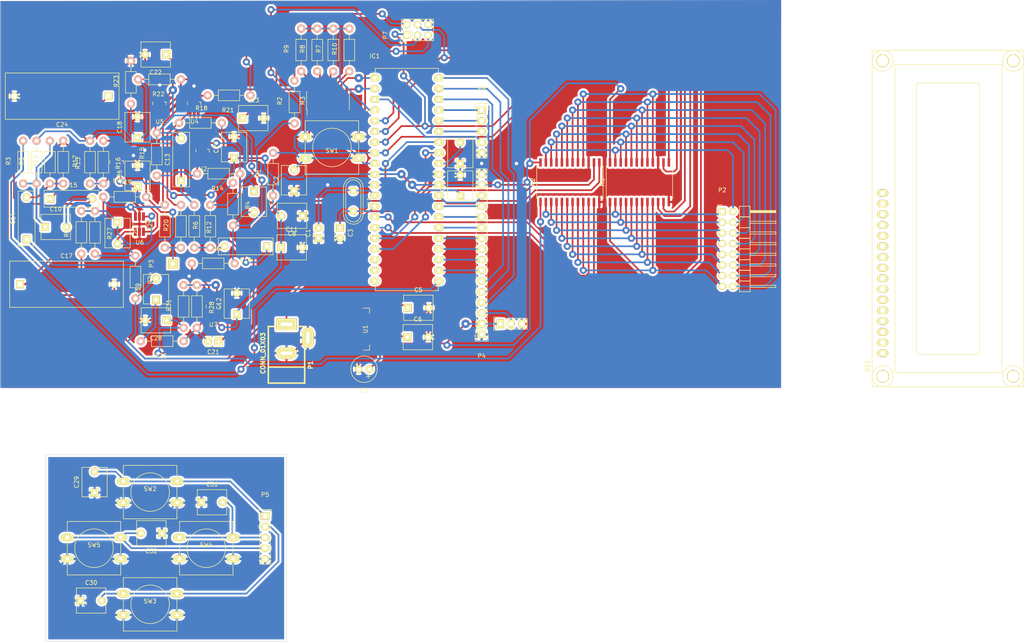
<source format=kicad_pcb>
(kicad_pcb (version 4) (host pcbnew 4.0.0-rc1-stable)
  (layers (0 F.Cu signal) (31 B.Cu signal) (34 B.Paste user) (35 F.Paste user) (36 B.SilkS user) (37 F.SilkS user) (38 B.Mask user) (39 F.Mask user) (44 Edge.Cuts user))
  (net 0 "")
  (net 1 /GND)
  (net 2 "Net-(C1-Pad2)")
  (net 3 /RESET)
  (net 4 "Net-(C3-Pad1)")
  (net 5 "Net-(C4-Pad2)")
  (net 6 "Net-(C5-Pad1)")
  (net 7 "Net-(C6-Pad1)")
  (net 8 /VCC)
  (net 9 "Net-(C9-Pad1)")
  (net 10 /VCC/2)
  (net 11 "Net-(C10-Pad1)")
  (net 12 "Net-(C13-Pad1)")
  (net 13 "Net-(C14-Pad1)")
  (net 14 "Net-(C14-Pad2)")
  (net 15 "Net-(C15-Pad1)")
  (net 16 "Net-(C16-Pad1)")
  (net 17 "Net-(C16-Pad2)")
  (net 18 /OFFSET)
  (net 19 "Net-(C18-Pad1)")
  (net 20 "Net-(C19-Pad1)")
  (net 21 /MUX1IO)
  (net 22 "Net-(C20-Pad1)")
  (net 23 "Net-(C20-Pad2)")
  (net 24 "Net-(C21-Pad1)")
  (net 25 "Net-(C21-Pad2)")
  (net 26 /ADCOFFSET)
  (net 27 /ADCIMPEDANCE)
  (net 28 /POTE)
  (net 29 /LCDRS)
  (net 30 /LCDRW)
  (net 31 /LCDE)
  (net 32 /LCDD0)
  (net 33 /LCDD1)
  (net 34 /LCDD2)
  (net 35 /LCDD3)
  (net 36 /LCDD4)
  (net 37 /LCDD5)
  (net 38 /LCDD6)
  (net 39 /LCDD7)
  (net 40 /MUX2A)
  (net 41 /MUX2B)
  (net 42 /BESC)
  (net 43 /PWMSIGNAL)
  (net 44 /MUX0S0)
  (net 45 /MUX0S1)
  (net 46 /MUX0S2)
  (net 47 /MUX0S3)
  (net 48 /MUX1S0)
  (net 49 /MUX1S1)
  (net 50 /MUX1S2)
  (net 51 /MUX1S3)
  (net 52 "Net-(IC1-Pad18)")
  (net 53 "Net-(IC1-Pad19)")
  (net 54 "Net-(IC1-Pad20)")
  (net 55 /PWMREF)
  (net 56 /BOK)
  (net 57 /BDOWN)
  (net 58 /BUP)
  (net 59 /MUX0IO)
  (net 60 /E7)
  (net 61 /E6)
  (net 62 /E5)
  (net 63 /E4)
  (net 64 /E3)
  (net 65 /E2)
  (net 66 /E1)
  (net 67 /E0)
  (net 68 /E15)
  (net 69 /E14)
  (net 70 /E13)
  (net 71 /E12)
  (net 72 /E11)
  (net 73 /E10)
  (net 74 /E9)
  (net 75 /E8)
  (net 76 /x200nA)
  (net 77 /x30nA)
  (net 78 /MUX2IO)
  (net 79 /x80nA)
  (net 80 /x120nA)
  (net 81 /CUBE)
  (net 82 "Net-(R14-Pad2)")
  (net 83 "Net-(R16-Pad2)")
  (net 84 "Net-(R18-Pad1)")
  (net 85 "Net-(R21-Pad2)")
  (net 86 "Net-(R26-Pad1)")
  (module Display:WC1602A (layer F.Cu) (at 238.76 109.855 90)
    (fp_text reference DS1 (at -2.99974 -3.59918 90) (layer F.SilkS))
    (fp_text value LCD-016N002L)
    (pad 1 thru_hole oval (at 0 0 90) (size 1.8 2.6) (drill 1.2) (layers *.Cu *.Mask F.SilkS) (net 1 /GND))
    (pad 2 thru_hole oval (at 2.54 0 90) (size 1.8 2.6) (drill 1.2) (layers *.Cu *.Mask F.SilkS) (net 8 /VCC))
    (pad 3 thru_hole oval (at 5.08 0 90) (size 1.8 2.6) (drill 1.2) (layers *.Cu *.Mask F.SilkS) (net 28 /POTE))
    (pad 4 thru_hole oval (at 7.62 0 90) (size 1.8 2.6) (drill 1.2) (layers *.Cu *.Mask F.SilkS) (net 29 /LCDRS))
    (pad 5 thru_hole oval (at 10.16 0 90) (size 1.8 2.6) (drill 1.2) (layers *.Cu *.Mask F.SilkS) (net 30 /LCDRW))
    (pad 6 thru_hole oval (at 12.7 0 90) (size 1.8 2.6) (drill 1.2) (layers *.Cu *.Mask F.SilkS) (net 31 /LCDE))
    (pad 7 thru_hole oval (at 15.24 0 90) (size 1.8 2.6) (drill 1.2) (layers *.Cu *.Mask F.SilkS) (net 32 /LCDD0))
    (pad 8 thru_hole oval (at 17.78 0 90) (size 1.8 2.6) (drill 1.2) (layers *.Cu *.Mask F.SilkS) (net 33 /LCDD1))
    (pad 9 thru_hole oval (at 20.32 0 90) (size 1.8 2.6) (drill 1.2) (layers *.Cu *.Mask F.SilkS) (net 34 /LCDD2))
    (pad 10 thru_hole oval (at 22.86 0 90) (size 1.8 2.6) (drill 1.2) (layers *.Cu *.Mask F.SilkS) (net 35 /LCDD3))
    (pad 11 thru_hole oval (at 25.4 0 90) (size 1.8 2.6) (drill 1.2) (layers *.Cu *.Mask F.SilkS) (net 36 /LCDD4))
    (pad 12 thru_hole oval (at 27.94 0 90) (size 1.8 2.6) (drill 1.2) (layers *.Cu *.Mask F.SilkS) (net 37 /LCDD5))
    (pad 13 thru_hole oval (at 30.48 0 90) (size 1.8 2.6) (drill 1.2) (layers *.Cu *.Mask F.SilkS) (net 38 /LCDD6))
    (pad 14 thru_hole oval (at 33.02 0 90) (size 1.8 2.6) (drill 1.2) (layers *.Cu *.Mask F.SilkS) (net 39 /LCDD7))
    (pad 15 thru_hole oval (at 35.56 0 90) (size 1.8 2.6) (drill 1.2) (layers *.Cu *.Mask F.SilkS) (net 8 /VCC))
    (pad 16 thru_hole oval (at 38.1 0 90) (size 1.8 2.6) (drill 1.2) (layers *.Cu *.Mask F.SilkS) (net 1 /GND))
    (pad 0 thru_hole circle (at -5.4991 0 90) (size 3 3) (drill 2.5) (layers *.Cu *.Mask F.SilkS))
    (pad 0 thru_hole circle (at -5.4991 31.0007 90) (size 3 3) (drill 2.5) (layers *.Cu *.Mask F.SilkS))
    (pad 0 thru_hole circle (at 69.49948 31.0007 90) (size 3 3) (drill 2.5) (layers *.Cu *.Mask F.SilkS))
    (pad 0 thru_hole circle (at 69.49948 0 90) (size 3 3) (drill 2.5) (layers *.Cu *.Mask F.SilkS))
  )
  (module Capacitors_ThroughHole:C_Rect_L4_W2.5_P2.5 (layer F.Cu) (at 104.775 82.55 90)
    (fp_text reference C1 (at 1.25 -2.5 90) (layer F.SilkS))
    (fp_text value 10p)
    (pad 1 thru_hole rect (at 0 0 90) (size 1.8 1.8) (drill 0.7) (layers *.Cu *.Mask F.SilkS) (net 1 /GND))
    (pad 2 thru_hole circle (at 2.5 0 90) (size 1.8 1.8) (drill 0.7) (layers *.Cu *.Mask F.SilkS) (net 2 "Net-(C1-Pad2)"))
  )
  (module Capacitors_ThroughHole:C_Rect_L4_W2.5_P2.5 (layer F.Cu) (at 109.855 80.01 270)
    (fp_text reference C3 (at 1.25 -2.5 270) (layer F.SilkS))
    (fp_text value 10p)
    (pad 1 thru_hole rect (at 0 0 270) (size 1.8 1.8) (drill 0.7) (layers *.Cu *.Mask F.SilkS) (net 4 "Net-(C3-Pad1)"))
    (pad 2 thru_hole circle (at 2.5 0 270) (size 1.8 1.8) (drill 0.7) (layers *.Cu *.Mask F.SilkS) (net 1 /GND))
  )
  (module Capacitors_Elko_ThroughHole:Elko_vert_11.2x6.3mm_RM2.5 (layer F.Cu) (at 116.84 113.665 180)
    (fp_text reference C7 (at 1.27 -5.08 180) (layer F.SilkS))
    (fp_text value 10u)
    (fp_line (start 0.26924 -1.69926) (end 0.76962 -1.69926) (layer F.Cu) (width 0.15))
    (fp_line (start 0.26924 -1.69926) (end 0.26924 -2.19964) (layer F.Cu) (width 0.15))
    (fp_line (start -0.23114 -1.69926) (end 0.26924 -1.69926) (layer F.Cu) (width 0.15))
    (fp_line (start 0.26924 -1.69926) (end 0.26924 -1.30048) (layer F.Cu) (width 0.15))
    (fp_line (start 0.26924 -1.30048) (end 0.26924 -1.19888) (layer F.Cu) (width 0.15))
    (pad 2 thru_hole circle (at 2.54 0 180) (size 1.8 1.8) (drill 0.8001) (layers *.Cu *.Mask F.SilkS) (net 1 /GND))
    (pad 1 thru_hole circle (at 0 0 180) (size 1.8 1.8) (drill 0.8001) (layers *.Cu *.Mask F.SilkS) (net 8 /VCC))
  )
  (module Housings_DIP:DIP-40_W15.24mm_LongPads (layer F.Cu) (at 118.11 44.45)
    (fp_text reference IC1 (at 0 -5.22) (layer F.SilkS))
    (fp_text value ATMEGA32-P)
    (pad 1 thru_hole oval (at 0 0) (size 2.3 1.6) (drill 0.8) (layers *.Cu *.Mask F.SilkS) (net 40 /MUX2A))
    (pad 2 thru_hole oval (at 0 2.54) (size 2.3 1.6) (drill 0.8) (layers *.Cu *.Mask F.SilkS) (net 41 /MUX2B))
    (pad 3 thru_hole oval (at 0 5.08) (size 2.3 1.6) (drill 0.8) (layers *.Cu *.Mask F.SilkS) (net 42 /BESC))
    (pad 4 thru_hole oval (at 0 7.62) (size 2.3 1.6) (drill 0.8) (layers *.Cu *.Mask F.SilkS) (net 43 /PWMSIGNAL))
    (pad 5 thru_hole oval (at 0 10.16) (size 2.3 1.6) (drill 0.8) (layers *.Cu *.Mask F.SilkS) (net 44 /MUX0S0))
    (pad 6 thru_hole oval (at 0 12.7) (size 2.3 1.6) (drill 0.8) (layers *.Cu *.Mask F.SilkS) (net 45 /MUX0S1))
    (pad 7 thru_hole oval (at 0 15.24) (size 2.3 1.6) (drill 0.8) (layers *.Cu *.Mask F.SilkS) (net 46 /MUX0S2))
    (pad 8 thru_hole oval (at 0 17.78) (size 2.3 1.6) (drill 0.8) (layers *.Cu *.Mask F.SilkS) (net 47 /MUX0S3))
    (pad 9 thru_hole oval (at 0 20.32) (size 2.3 1.6) (drill 0.8) (layers *.Cu *.Mask F.SilkS) (net 3 /RESET))
    (pad 10 thru_hole oval (at 0 22.86) (size 2.3 1.6) (drill 0.8) (layers *.Cu *.Mask F.SilkS) (net 8 /VCC))
    (pad 11 thru_hole oval (at 0 25.4) (size 2.3 1.6) (drill 0.8) (layers *.Cu *.Mask F.SilkS) (net 1 /GND))
    (pad 12 thru_hole oval (at 0 27.94) (size 2.3 1.6) (drill 0.8) (layers *.Cu *.Mask F.SilkS) (net 2 "Net-(C1-Pad2)"))
    (pad 13 thru_hole oval (at 0 30.48) (size 2.3 1.6) (drill 0.8) (layers *.Cu *.Mask F.SilkS) (net 4 "Net-(C3-Pad1)"))
    (pad 14 thru_hole oval (at 0 33.02) (size 2.3 1.6) (drill 0.8) (layers *.Cu *.Mask F.SilkS) (net 48 /MUX1S0))
    (pad 15 thru_hole oval (at 0 35.56) (size 2.3 1.6) (drill 0.8) (layers *.Cu *.Mask F.SilkS) (net 49 /MUX1S1))
    (pad 16 thru_hole oval (at 0 38.1) (size 2.3 1.6) (drill 0.8) (layers *.Cu *.Mask F.SilkS) (net 50 /MUX1S2))
    (pad 17 thru_hole oval (at 0 40.64) (size 2.3 1.6) (drill 0.8) (layers *.Cu *.Mask F.SilkS) (net 51 /MUX1S3))
    (pad 18 thru_hole oval (at 0 43.18) (size 2.3 1.6) (drill 0.8) (layers *.Cu *.Mask F.SilkS) (net 52 "Net-(IC1-Pad18)"))
    (pad 19 thru_hole oval (at 0 45.72) (size 2.3 1.6) (drill 0.8) (layers *.Cu *.Mask F.SilkS) (net 53 "Net-(IC1-Pad19)"))
    (pad 20 thru_hole oval (at 0 48.26) (size 2.3 1.6) (drill 0.8) (layers *.Cu *.Mask F.SilkS) (net 54 "Net-(IC1-Pad20)"))
    (pad 21 thru_hole oval (at 15.24 48.26) (size 2.3 1.6) (drill 0.8) (layers *.Cu *.Mask F.SilkS) (net 55 /PWMREF))
    (pad 22 thru_hole oval (at 15.24 45.72) (size 2.3 1.6) (drill 0.8) (layers *.Cu *.Mask F.SilkS) (net 32 /LCDD0))
    (pad 23 thru_hole oval (at 15.24 43.18) (size 2.3 1.6) (drill 0.8) (layers *.Cu *.Mask F.SilkS) (net 33 /LCDD1))
    (pad 24 thru_hole oval (at 15.24 40.64) (size 2.3 1.6) (drill 0.8) (layers *.Cu *.Mask F.SilkS) (net 34 /LCDD2))
    (pad 25 thru_hole oval (at 15.24 38.1) (size 2.3 1.6) (drill 0.8) (layers *.Cu *.Mask F.SilkS) (net 35 /LCDD3))
    (pad 26 thru_hole oval (at 15.24 35.56) (size 2.3 1.6) (drill 0.8) (layers *.Cu *.Mask F.SilkS) (net 36 /LCDD4))
    (pad 27 thru_hole oval (at 15.24 33.02) (size 2.3 1.6) (drill 0.8) (layers *.Cu *.Mask F.SilkS) (net 37 /LCDD5))
    (pad 28 thru_hole oval (at 15.24 30.48) (size 2.3 1.6) (drill 0.8) (layers *.Cu *.Mask F.SilkS) (net 38 /LCDD6))
    (pad 29 thru_hole oval (at 15.24 27.94) (size 2.3 1.6) (drill 0.8) (layers *.Cu *.Mask F.SilkS) (net 39 /LCDD7))
    (pad 30 thru_hole oval (at 15.24 25.4) (size 2.3 1.6) (drill 0.8) (layers *.Cu *.Mask F.SilkS) (net 8 /VCC))
    (pad 31 thru_hole oval (at 15.24 22.86) (size 2.3 1.6) (drill 0.8) (layers *.Cu *.Mask F.SilkS) (net 1 /GND))
    (pad 32 thru_hole oval (at 15.24 20.32) (size 2.3 1.6) (drill 0.8) (layers *.Cu *.Mask F.SilkS) (net 5 "Net-(C4-Pad2)"))
    (pad 33 thru_hole oval (at 15.24 17.78) (size 2.3 1.6) (drill 0.8) (layers *.Cu *.Mask F.SilkS) (net 26 /ADCOFFSET))
    (pad 34 thru_hole oval (at 15.24 15.24) (size 2.3 1.6) (drill 0.8) (layers *.Cu *.Mask F.SilkS) (net 27 /ADCIMPEDANCE))
    (pad 35 thru_hole oval (at 15.24 12.7) (size 2.3 1.6) (drill 0.8) (layers *.Cu *.Mask F.SilkS) (net 56 /BOK))
    (pad 36 thru_hole oval (at 15.24 10.16) (size 2.3 1.6) (drill 0.8) (layers *.Cu *.Mask F.SilkS) (net 57 /BDOWN))
    (pad 37 thru_hole oval (at 15.24 7.62) (size 2.3 1.6) (drill 0.8) (layers *.Cu *.Mask F.SilkS) (net 58 /BUP))
    (pad 38 thru_hole oval (at 15.24 5.08) (size 2.3 1.6) (drill 0.8) (layers *.Cu *.Mask F.SilkS) (net 31 /LCDE))
    (pad 39 thru_hole oval (at 15.24 2.54) (size 2.3 1.6) (drill 0.8) (layers *.Cu *.Mask F.SilkS) (net 30 /LCDRW))
    (pad 40 thru_hole oval (at 15.24 0) (size 2.3 1.6) (drill 0.8) (layers *.Cu *.Mask F.SilkS) (net 29 /LCDRS))
  )
  (module Housings_SOIC:SOIC-24_7.5x15.4mm_Pitch1.27mm (layer F.Cu) (at 180.975 69.215 90)
    (fp_text reference M1 (at 0 -8.8 90) (layer F.SilkS))
    (fp_text value DIL24)
    (pad 1 smd rect (at -4.7 -6.985 90) (size 2 0.6) (layers F.Cu F.Paste F.Mask) (net 59 /MUX0IO))
    (pad 2 smd rect (at -4.7 -5.715 90) (size 2 0.6) (layers F.Cu F.Paste F.Mask) (net 60 /E7))
    (pad 3 smd rect (at -4.7 -4.445 90) (size 2 0.6) (layers F.Cu F.Paste F.Mask) (net 61 /E6))
    (pad 4 smd rect (at -4.7 -3.175 90) (size 2 0.6) (layers F.Cu F.Paste F.Mask) (net 62 /E5))
    (pad 5 smd rect (at -4.7 -1.905 90) (size 2 0.6) (layers F.Cu F.Paste F.Mask) (net 63 /E4))
    (pad 6 smd rect (at -4.7 -0.635 90) (size 2 0.6) (layers F.Cu F.Paste F.Mask) (net 64 /E3))
    (pad 7 smd rect (at -4.7 0.635 90) (size 2 0.6) (layers F.Cu F.Paste F.Mask) (net 65 /E2))
    (pad 8 smd rect (at -4.7 1.905 90) (size 2 0.6) (layers F.Cu F.Paste F.Mask) (net 66 /E1))
    (pad 9 smd rect (at -4.7 3.175 90) (size 2 0.6) (layers F.Cu F.Paste F.Mask) (net 67 /E0))
    (pad 10 smd rect (at -4.7 4.445 90) (size 2 0.6) (layers F.Cu F.Paste F.Mask) (net 44 /MUX0S0))
    (pad 11 smd rect (at -4.7 5.715 90) (size 2 0.6) (layers F.Cu F.Paste F.Mask) (net 45 /MUX0S1))
    (pad 12 smd rect (at -4.7 6.985 90) (size 2 0.6) (layers F.Cu F.Paste F.Mask) (net 1 /GND))
    (pad 13 smd rect (at 4.7 6.985 90) (size 2 0.6) (layers F.Cu F.Paste F.Mask) (net 47 /MUX0S3))
    (pad 14 smd rect (at 4.7 5.715 90) (size 2 0.6) (layers F.Cu F.Paste F.Mask) (net 46 /MUX0S2))
    (pad 15 smd rect (at 4.7 4.445 90) (size 2 0.6) (layers F.Cu F.Paste F.Mask) (net 1 /GND))
    (pad 16 smd rect (at 4.7 3.175 90) (size 2 0.6) (layers F.Cu F.Paste F.Mask) (net 68 /E15))
    (pad 17 smd rect (at 4.7 1.905 90) (size 2 0.6) (layers F.Cu F.Paste F.Mask) (net 69 /E14))
    (pad 18 smd rect (at 4.7 0.635 90) (size 2 0.6) (layers F.Cu F.Paste F.Mask) (net 70 /E13))
    (pad 19 smd rect (at 4.7 -0.635 90) (size 2 0.6) (layers F.Cu F.Paste F.Mask) (net 71 /E12))
    (pad 20 smd rect (at 4.7 -1.905 90) (size 2 0.6) (layers F.Cu F.Paste F.Mask) (net 72 /E11))
    (pad 21 smd rect (at 4.7 -3.175 90) (size 2 0.6) (layers F.Cu F.Paste F.Mask) (net 73 /E10))
    (pad 22 smd rect (at 4.7 -4.445 90) (size 2 0.6) (layers F.Cu F.Paste F.Mask) (net 74 /E9))
    (pad 23 smd rect (at 4.7 -5.715 90) (size 2 0.6) (layers F.Cu F.Paste F.Mask) (net 75 /E8))
    (pad 24 smd rect (at 4.7 -6.985 90) (size 2 0.6) (layers F.Cu F.Paste F.Mask) (net 8 /VCC))
  )
  (module Housings_SOIC:SOIC-24_7.5x15.4mm_Pitch1.27mm (layer F.Cu) (at 164.465 69.215 90)
    (fp_text reference M2 (at 0 -8.8 90) (layer F.SilkS))
    (fp_text value DIL24)
    (pad 1 smd rect (at -4.7 -6.985 90) (size 2 0.6) (layers F.Cu F.Paste F.Mask) (net 21 /MUX1IO))
    (pad 2 smd rect (at -4.7 -5.715 90) (size 2 0.6) (layers F.Cu F.Paste F.Mask) (net 60 /E7))
    (pad 3 smd rect (at -4.7 -4.445 90) (size 2 0.6) (layers F.Cu F.Paste F.Mask) (net 61 /E6))
    (pad 4 smd rect (at -4.7 -3.175 90) (size 2 0.6) (layers F.Cu F.Paste F.Mask) (net 62 /E5))
    (pad 5 smd rect (at -4.7 -1.905 90) (size 2 0.6) (layers F.Cu F.Paste F.Mask) (net 63 /E4))
    (pad 6 smd rect (at -4.7 -0.635 90) (size 2 0.6) (layers F.Cu F.Paste F.Mask) (net 64 /E3))
    (pad 7 smd rect (at -4.7 0.635 90) (size 2 0.6) (layers F.Cu F.Paste F.Mask) (net 65 /E2))
    (pad 8 smd rect (at -4.7 1.905 90) (size 2 0.6) (layers F.Cu F.Paste F.Mask) (net 66 /E1))
    (pad 9 smd rect (at -4.7 3.175 90) (size 2 0.6) (layers F.Cu F.Paste F.Mask) (net 67 /E0))
    (pad 10 smd rect (at -4.7 4.445 90) (size 2 0.6) (layers F.Cu F.Paste F.Mask) (net 48 /MUX1S0))
    (pad 11 smd rect (at -4.7 5.715 90) (size 2 0.6) (layers F.Cu F.Paste F.Mask) (net 49 /MUX1S1))
    (pad 12 smd rect (at -4.7 6.985 90) (size 2 0.6) (layers F.Cu F.Paste F.Mask) (net 1 /GND))
    (pad 13 smd rect (at 4.7 6.985 90) (size 2 0.6) (layers F.Cu F.Paste F.Mask) (net 51 /MUX1S3))
    (pad 14 smd rect (at 4.7 5.715 90) (size 2 0.6) (layers F.Cu F.Paste F.Mask) (net 50 /MUX1S2))
    (pad 15 smd rect (at 4.7 4.445 90) (size 2 0.6) (layers F.Cu F.Paste F.Mask) (net 1 /GND))
    (pad 16 smd rect (at 4.7 3.175 90) (size 2 0.6) (layers F.Cu F.Paste F.Mask) (net 68 /E15))
    (pad 17 smd rect (at 4.7 1.905 90) (size 2 0.6) (layers F.Cu F.Paste F.Mask) (net 69 /E14))
    (pad 18 smd rect (at 4.7 0.635 90) (size 2 0.6) (layers F.Cu F.Paste F.Mask) (net 70 /E13))
    (pad 19 smd rect (at 4.7 -0.635 90) (size 2 0.6) (layers F.Cu F.Paste F.Mask) (net 71 /E12))
    (pad 20 smd rect (at 4.7 -1.905 90) (size 2 0.6) (layers F.Cu F.Paste F.Mask) (net 72 /E11))
    (pad 21 smd rect (at 4.7 -3.175 90) (size 2 0.6) (layers F.Cu F.Paste F.Mask) (net 73 /E10))
    (pad 22 smd rect (at 4.7 -4.445 90) (size 2 0.6) (layers F.Cu F.Paste F.Mask) (net 74 /E9))
    (pad 23 smd rect (at 4.7 -5.715 90) (size 2 0.6) (layers F.Cu F.Paste F.Mask) (net 75 /E8))
    (pad 24 smd rect (at 4.7 -6.985 90) (size 2 0.6) (layers F.Cu F.Paste F.Mask) (net 8 /VCC))
  )
  (module Housings_SOIC:SOIC-16_3.9x9.9mm_Pitch1.27mm (layer F.Cu) (at 106.9975 49.8475 90)
    (fp_text reference M3 (at 0 -6 90) (layer F.SilkS))
    (fp_text value DIL16)
    (pad 1 smd rect (at -2.7 -4.445 90) (size 1.5 0.6) (layers F.Cu F.Paste F.Mask) (net 1 /GND))
    (pad 2 smd rect (at -2.7 -3.175 90) (size 1.5 0.6) (layers F.Cu F.Paste F.Mask) (net 1 /GND))
    (pad 3 smd rect (at -2.7 -1.905 90) (size 1.5 0.6) (layers F.Cu F.Paste F.Mask) (net 1 /GND))
    (pad 4 smd rect (at -2.7 -0.635 90) (size 1.5 0.6) (layers F.Cu F.Paste F.Mask) (net 1 /GND))
    (pad 5 smd rect (at -2.7 0.635 90) (size 1.5 0.6) (layers F.Cu F.Paste F.Mask) (net 1 /GND))
    (pad 6 smd rect (at -2.7 1.905 90) (size 1.5 0.6) (layers F.Cu F.Paste F.Mask) (net 1 /GND))
    (pad 7 smd rect (at -2.7 3.175 90) (size 1.5 0.6) (layers F.Cu F.Paste F.Mask) (net 1 /GND))
    (pad 8 smd rect (at -2.7 4.445 90) (size 1.5 0.6) (layers F.Cu F.Paste F.Mask) (net 1 /GND))
    (pad 9 smd rect (at 2.7 4.445 90) (size 1.5 0.6) (layers F.Cu F.Paste F.Mask) (net 41 /MUX2B))
    (pad 10 smd rect (at 2.7 3.175 90) (size 1.5 0.6) (layers F.Cu F.Paste F.Mask) (net 40 /MUX2A))
    (pad 11 smd rect (at 2.7 1.905 90) (size 1.5 0.6) (layers F.Cu F.Paste F.Mask) (net 76 /x200nA))
    (pad 12 smd rect (at 2.7 0.635 90) (size 1.5 0.6) (layers F.Cu F.Paste F.Mask) (net 77 /x30nA))
    (pad 13 smd rect (at 2.7 -0.635 90) (size 1.5 0.6) (layers F.Cu F.Paste F.Mask) (net 78 /MUX2IO))
    (pad 14 smd rect (at 2.7 -1.905 90) (size 1.5 0.6) (layers F.Cu F.Paste F.Mask) (net 79 /x80nA))
    (pad 15 smd rect (at 2.7 -3.175 90) (size 1.5 0.6) (layers F.Cu F.Paste F.Mask) (net 80 /x120nA))
    (pad 16 smd rect (at 2.7 -4.445 90) (size 1.5 0.6) (layers F.Cu F.Paste F.Mask) (net 8 /VCC))
  )
  (module Pin_Headers:Pin_Header_Straight_1x01 (layer F.Cu) (at 70.1675 88.5825 90)
    (fp_text reference P3 (at 0 -5.1 90) (layer F.SilkS))
    (fp_text value CONN_01X01)
    (pad 1 thru_hole rect (at 0 0 90) (size 2.2352 2.2352) (drill 1.016) (layers *.Cu *.Mask F.SilkS) (net 81 /CUBE))
  )
  (module Pin_Headers:Pin_Header_Straight_1x16 (layer F.Cu) (at 143.51 105.41 180)
    (fp_text reference P4 (at 0 -5.1 180) (layer F.SilkS))
    (fp_text value CONN_01X16)
    (pad 1 thru_hole rect (at 0 0 180) (size 2.032 1.7272) (drill 1.016) (layers *.Cu *.Mask F.SilkS) (net 1 /GND))
    (pad 2 thru_hole oval (at 0 2.54 180) (size 2.032 1.7272) (drill 1.016) (layers *.Cu *.Mask F.SilkS) (net 8 /VCC))
    (pad 3 thru_hole oval (at 0 5.08 180) (size 2.032 1.7272) (drill 1.016) (layers *.Cu *.Mask F.SilkS) (net 28 /POTE))
    (pad 4 thru_hole oval (at 0 7.62 180) (size 2.032 1.7272) (drill 1.016) (layers *.Cu *.Mask F.SilkS) (net 29 /LCDRS))
    (pad 5 thru_hole oval (at 0 10.16 180) (size 2.032 1.7272) (drill 1.016) (layers *.Cu *.Mask F.SilkS) (net 30 /LCDRW))
    (pad 6 thru_hole oval (at 0 12.7 180) (size 2.032 1.7272) (drill 1.016) (layers *.Cu *.Mask F.SilkS) (net 31 /LCDE))
    (pad 7 thru_hole oval (at 0 15.24 180) (size 2.032 1.7272) (drill 1.016) (layers *.Cu *.Mask F.SilkS) (net 32 /LCDD0))
    (pad 8 thru_hole oval (at 0 17.78 180) (size 2.032 1.7272) (drill 1.016) (layers *.Cu *.Mask F.SilkS) (net 33 /LCDD1))
    (pad 9 thru_hole oval (at 0 20.32 180) (size 2.032 1.7272) (drill 1.016) (layers *.Cu *.Mask F.SilkS) (net 34 /LCDD2))
    (pad 10 thru_hole oval (at 0 22.86 180) (size 2.032 1.7272) (drill 1.016) (layers *.Cu *.Mask F.SilkS) (net 35 /LCDD3))
    (pad 11 thru_hole oval (at 0 25.4 180) (size 2.032 1.7272) (drill 1.016) (layers *.Cu *.Mask F.SilkS) (net 36 /LCDD4))
    (pad 12 thru_hole oval (at 0 27.94 180) (size 2.032 1.7272) (drill 1.016) (layers *.Cu *.Mask F.SilkS) (net 37 /LCDD5))
    (pad 13 thru_hole oval (at 0 30.48 180) (size 2.032 1.7272) (drill 1.016) (layers *.Cu *.Mask F.SilkS) (net 38 /LCDD6))
    (pad 14 thru_hole oval (at 0 33.02 180) (size 2.032 1.7272) (drill 1.016) (layers *.Cu *.Mask F.SilkS) (net 39 /LCDD7))
    (pad 15 thru_hole oval (at 0 35.56 180) (size 2.032 1.7272) (drill 1.016) (layers *.Cu *.Mask F.SilkS) (net 8 /VCC))
    (pad 16 thru_hole oval (at 0 38.1 180) (size 2.032 1.7272) (drill 1.016) (layers *.Cu *.Mask F.SilkS) (net 1 /GND))
  )
  (module Pin_Headers:Pin_Header_Straight_1x05 (layer F.Cu) (at 92.075 148.59)
    (fp_text reference P5 (at 0 -5.1) (layer F.SilkS))
    (fp_text value CONN_01X05)
    (pad 1 thru_hole rect (at 0 0) (size 2.032 1.7272) (drill 1.016) (layers *.Cu *.Mask F.SilkS) (net 58 /BUP))
    (pad 2 thru_hole oval (at 0 2.54) (size 2.032 1.7272) (drill 1.016) (layers *.Cu *.Mask F.SilkS) (net 57 /BDOWN))
    (pad 3 thru_hole oval (at 0 5.08) (size 2.032 1.7272) (drill 1.016) (layers *.Cu *.Mask F.SilkS) (net 56 /BOK))
    (pad 4 thru_hole oval (at 0 7.62) (size 2.032 1.7272) (drill 1.016) (layers *.Cu *.Mask F.SilkS) (net 42 /BESC))
    (pad 5 thru_hole oval (at 0 10.16) (size 2.032 1.7272) (drill 1.016) (layers *.Cu *.Mask F.SilkS) (net 1 /GND))
  )
  (module Pin_Headers:Pin_Header_Straight_1x05 (layer F.Cu) (at 143.51 52.07)
    (fp_text reference P6 (at 0 -5.1) (layer F.SilkS))
    (fp_text value CONN_01X05)
    (pad 1 thru_hole rect (at 0 0) (size 2.032 1.7272) (drill 1.016) (layers *.Cu *.Mask F.SilkS) (net 58 /BUP))
    (pad 2 thru_hole oval (at 0 2.54) (size 2.032 1.7272) (drill 1.016) (layers *.Cu *.Mask F.SilkS) (net 57 /BDOWN))
    (pad 3 thru_hole oval (at 0 5.08) (size 2.032 1.7272) (drill 1.016) (layers *.Cu *.Mask F.SilkS) (net 56 /BOK))
    (pad 4 thru_hole oval (at 0 7.62) (size 2.032 1.7272) (drill 1.016) (layers *.Cu *.Mask F.SilkS) (net 42 /BESC))
    (pad 5 thru_hole oval (at 0 10.16) (size 2.032 1.7272) (drill 1.016) (layers *.Cu *.Mask F.SilkS) (net 1 /GND))
  )
  (module Resistors_ThroughHole:Resistor_Horizontal_RM10mm (layer F.Cu) (at 93.98 67.31 90)
    (fp_text reference R1 (at 0.24892 -3.50012 90) (layer F.SilkS))
    (fp_text value 330k)
    (pad 1 thru_hole circle (at -5.08 0 90) (size 1.99898 1.99898) (drill 1.00076) (layers *.Cu *.SilkS *.Mask) (net 8 /VCC))
    (pad 2 thru_hole circle (at 5.08 0 90) (size 1.99898 1.99898) (drill 1.00076) (layers *.Cu *.SilkS *.Mask) (net 3 /RESET))
  )
  (module Resistors_ThroughHole:Resistor_Horizontal_RM10mm (layer F.Cu) (at 99.06 50.165 90)
    (fp_text reference R2 (at 0.24892 -3.50012 90) (layer F.SilkS))
    (fp_text value 470k)
    (pad 1 thru_hole circle (at -5.08 0 90) (size 1.99898 1.99898) (drill 1.00076) (layers *.Cu *.SilkS *.Mask) (net 9 "Net-(C9-Pad1)"))
    (pad 2 thru_hole circle (at 5.08 0 90) (size 1.99898 1.99898) (drill 1.00076) (layers *.Cu *.SilkS *.Mask) (net 78 /MUX2IO))
  )
  (module Resistors_ThroughHole:Resistor_Horizontal_RM10mm (layer F.Cu) (at 34.6075 64.4525 90)
    (fp_text reference R3 (at 0.24892 -3.50012 90) (layer F.SilkS))
    (fp_text value 1.2M)
    (pad 1 thru_hole circle (at -5.08 0 90) (size 1.99898 1.99898) (drill 1.00076) (layers *.Cu *.SilkS *.Mask) (net 11 "Net-(C10-Pad1)"))
    (pad 2 thru_hole circle (at 5.08 0 90) (size 1.99898 1.99898) (drill 1.00076) (layers *.Cu *.SilkS *.Mask) (net 55 /PWMREF))
  )
  (module Resistors_ThroughHole:Resistor_Horizontal_RM10mm (layer F.Cu) (at 84.455 74.422 270)
    (fp_text reference R4 (at 0.24892 -3.50012 270) (layer F.SilkS))
    (fp_text value 1k)
    (pad 1 thru_hole circle (at -5.08 0 270) (size 1.99898 1.99898) (drill 1.00076) (layers *.Cu *.SilkS *.Mask) (net 9 "Net-(C9-Pad1)"))
    (pad 2 thru_hole circle (at 5.08 0 270) (size 1.99898 1.99898) (drill 1.00076) (layers *.Cu *.SilkS *.Mask) (net 10 /VCC/2))
  )
  (module Resistors_ThroughHole:Resistor_Horizontal_RM10mm (layer F.Cu) (at 37.7825 64.4525 90)
    (fp_text reference R5 (at 0.24892 -3.50012 90) (layer F.SilkS))
    (fp_text value 1k)
    (pad 1 thru_hole circle (at -5.08 0 90) (size 1.99898 1.99898) (drill 1.00076) (layers *.Cu *.SilkS *.Mask) (net 11 "Net-(C10-Pad1)"))
    (pad 2 thru_hole circle (at 5.08 0 90) (size 1.99898 1.99898) (drill 1.00076) (layers *.Cu *.SilkS *.Mask) (net 10 /VCC/2))
  )
  (module Resistors_ThroughHole:Resistor_Horizontal_RM10mm (layer F.Cu) (at 79.0575 79.6925 90)
    (fp_text reference R6 (at 0.24892 -3.50012 90) (layer F.SilkS))
    (fp_text value 33k)
    (pad 1 thru_hole circle (at -5.08 0 90) (size 1.99898 1.99898) (drill 1.00076) (layers *.Cu *.SilkS *.Mask) (net 17 "Net-(C16-Pad2)"))
    (pad 2 thru_hole circle (at 5.08 0 90) (size 1.99898 1.99898) (drill 1.00076) (layers *.Cu *.SilkS *.Mask) (net 9 "Net-(C9-Pad1)"))
  )
  (module Resistors_ThroughHole:Resistor_Horizontal_RM10mm (layer F.Cu) (at 108.2675 37.7825 90)
    (fp_text reference R7 (at 0.24892 -3.50012 90) (layer F.SilkS))
    (fp_text value 3.3M)
    (pad 1 thru_hole circle (at -5.08 0 90) (size 1.99898 1.99898) (drill 1.00076) (layers *.Cu *.SilkS *.Mask) (net 77 /x30nA))
    (pad 2 thru_hole circle (at 5.08 0 90) (size 1.99898 1.99898) (drill 1.00076) (layers *.Cu *.SilkS *.Mask) (net 43 /PWMSIGNAL))
  )
  (module Resistors_ThroughHole:Resistor_Horizontal_RM10mm (layer F.Cu) (at 104.4575 37.7825 90)
    (fp_text reference R8 (at 0.24892 -3.50012 90) (layer F.SilkS))
    (fp_text value 1.2M)
    (pad 1 thru_hole circle (at -5.08 0 90) (size 1.99898 1.99898) (drill 1.00076) (layers *.Cu *.SilkS *.Mask) (net 79 /x80nA))
    (pad 2 thru_hole circle (at 5.08 0 90) (size 1.99898 1.99898) (drill 1.00076) (layers *.Cu *.SilkS *.Mask) (net 43 /PWMSIGNAL))
  )
  (module Resistors_ThroughHole:Resistor_Horizontal_RM10mm (layer F.Cu) (at 100.6475 37.7825 90)
    (fp_text reference R9 (at 0.24892 -3.50012 90) (layer F.SilkS))
    (fp_text value 820k)
    (pad 1 thru_hole circle (at -5.08 0 90) (size 1.99898 1.99898) (drill 1.00076) (layers *.Cu *.SilkS *.Mask) (net 80 /x120nA))
    (pad 2 thru_hole circle (at 5.08 0 90) (size 1.99898 1.99898) (drill 1.00076) (layers *.Cu *.SilkS *.Mask) (net 43 /PWMSIGNAL))
  )
  (module Resistors_ThroughHole:Resistor_Horizontal_RM10mm (layer F.Cu) (at 112.0775 37.7825 90)
    (fp_text reference R10 (at 0.24892 -3.50012 90) (layer F.SilkS))
    (fp_text value 470k)
    (pad 1 thru_hole circle (at -5.08 0 90) (size 1.99898 1.99898) (drill 1.00076) (layers *.Cu *.SilkS *.Mask) (net 76 /x200nA))
    (pad 2 thru_hole circle (at 5.08 0 90) (size 1.99898 1.99898) (drill 1.00076) (layers *.Cu *.SilkS *.Mask) (net 43 /PWMSIGNAL))
  )
  (module Resistors_ThroughHole:Resistor_Horizontal_RM10mm (layer F.Cu) (at 40.9575 64.4525 90)
    (fp_text reference R11 (at 0.24892 -3.50012 90) (layer F.SilkS))
    (fp_text value 33k)
    (pad 1 thru_hole circle (at -5.08 0 90) (size 1.99898 1.99898) (drill 1.00076) (layers *.Cu *.SilkS *.Mask) (net 14 "Net-(C14-Pad2)"))
    (pad 2 thru_hole circle (at 5.08 0 90) (size 1.99898 1.99898) (drill 1.00076) (layers *.Cu *.SilkS *.Mask) (net 11 "Net-(C10-Pad1)"))
  )
  (module Resistors_ThroughHole:Resistor_Horizontal_RM10mm (layer F.Cu) (at 75.2475 79.6925 270)
    (fp_text reference R12 (at 0.24892 -3.50012 270) (layer F.SilkS))
    (fp_text value 33k)
    (pad 1 thru_hole circle (at -5.08 0 270) (size 1.99898 1.99898) (drill 1.00076) (layers *.Cu *.SilkS *.Mask) (net 12 "Net-(C13-Pad1)"))
    (pad 2 thru_hole circle (at 5.08 0 270) (size 1.99898 1.99898) (drill 1.00076) (layers *.Cu *.SilkS *.Mask) (net 17 "Net-(C16-Pad2)"))
  )
  (module Resistors_ThroughHole:Resistor_Horizontal_RM10mm (layer F.Cu) (at 44.1325 64.4525 270)
    (fp_text reference R13 (at 0.24892 -3.50012 270) (layer F.SilkS))
    (fp_text value 33k)
    (pad 1 thru_hole circle (at -5.08 0 270) (size 1.99898 1.99898) (drill 1.00076) (layers *.Cu *.SilkS *.Mask) (net 15 "Net-(C15-Pad1)"))
    (pad 2 thru_hole circle (at 5.08 0 270) (size 1.99898 1.99898) (drill 1.00076) (layers *.Cu *.SilkS *.Mask) (net 14 "Net-(C14-Pad2)"))
  )
  (module Resistors_ThroughHole:Resistor_Horizontal_RM10mm (layer F.Cu) (at 81.026 67.183 180)
    (fp_text reference R14 (at 0.24892 -3.50012 180) (layer F.SilkS))
    (fp_text value 2.2k)
    (pad 1 thru_hole circle (at -5.08 0 180) (size 1.99898 1.99898) (drill 1.00076) (layers *.Cu *.SilkS *.Mask) (net 16 "Net-(C16-Pad1)"))
    (pad 2 thru_hole circle (at 5.08 0 180) (size 1.99898 1.99898) (drill 1.00076) (layers *.Cu *.SilkS *.Mask) (net 82 "Net-(R14-Pad2)"))
  )
  (module Resistors_ThroughHole:Resistor_Horizontal_RM10mm (layer F.Cu) (at 66.3575 62.5475 90)
    (fp_text reference R15 (at 0.24892 -3.50012 90) (layer F.SilkS))
    (fp_text value 2.2k)
    (pad 1 thru_hole circle (at -5.08 0 90) (size 1.99898 1.99898) (drill 1.00076) (layers *.Cu *.SilkS *.Mask) (net 82 "Net-(R14-Pad2)"))
    (pad 2 thru_hole circle (at 5.08 0 90) (size 1.99898 1.99898) (drill 1.00076) (layers *.Cu *.SilkS *.Mask) (net 10 /VCC/2))
  )
  (module Resistors_ThroughHole:Resistor_Horizontal_RM10mm (layer F.Cu) (at 53.6575 64.4525 270)
    (fp_text reference R16 (at 0.24892 -3.50012 270) (layer F.SilkS))
    (fp_text value 2.2k)
    (pad 1 thru_hole circle (at -5.08 0 270) (size 1.99898 1.99898) (drill 1.00076) (layers *.Cu *.SilkS *.Mask) (net 13 "Net-(C14-Pad1)"))
    (pad 2 thru_hole circle (at 5.08 0 270) (size 1.99898 1.99898) (drill 1.00076) (layers *.Cu *.SilkS *.Mask) (net 83 "Net-(R16-Pad2)"))
  )
  (module Resistors_ThroughHole:Resistor_Horizontal_RM10mm (layer F.Cu) (at 50.4825 64.4525 90)
    (fp_text reference R17 (at 0.24892 -3.50012 90) (layer F.SilkS))
    (fp_text value 2.2k)
    (pad 1 thru_hole circle (at -5.08 0 90) (size 1.99898 1.99898) (drill 1.00076) (layers *.Cu *.SilkS *.Mask) (net 83 "Net-(R16-Pad2)"))
    (pad 2 thru_hole circle (at 5.08 0 90) (size 1.99898 1.99898) (drill 1.00076) (layers *.Cu *.SilkS *.Mask) (net 10 /VCC/2))
  )
  (module Resistors_ThroughHole:Resistor_Horizontal_RM10mm (layer F.Cu) (at 76.708 55.118)
    (fp_text reference R18 (at 0.24892 -3.50012) (layer F.SilkS))
    (fp_text value 100k)
    (pad 1 thru_hole circle (at -5.08 0) (size 1.99898 1.99898) (drill 1.00076) (layers *.Cu *.SilkS *.Mask) (net 84 "Net-(R18-Pad1)"))
    (pad 2 thru_hole circle (at 5.08 0) (size 1.99898 1.99898) (drill 1.00076) (layers *.Cu *.SilkS *.Mask) (net 16 "Net-(C16-Pad1)"))
  )
  (module Resistors_ThroughHole:Resistor_Horizontal_RM10mm (layer F.Cu) (at 58.7375 72.7075)
    (fp_text reference R19 (at 0.24892 -3.50012) (layer F.SilkS))
    (fp_text value 10k)
    (pad 1 thru_hole circle (at -5.08 0) (size 1.99898 1.99898) (drill 1.00076) (layers *.Cu *.SilkS *.Mask) (net 18 /OFFSET))
    (pad 2 thru_hole circle (at 5.08 0) (size 1.99898 1.99898) (drill 1.00076) (layers *.Cu *.SilkS *.Mask) (net 13 "Net-(C14-Pad1)"))
  )
  (module Resistors_ThroughHole:Resistor_Horizontal_RM10mm (layer F.Cu) (at 72.0725 79.6925 90)
    (fp_text reference R20 (at 0.24892 -3.50012 90) (layer F.SilkS))
    (fp_text value 1k)
    (pad 1 thru_hole circle (at -5.08 0 90) (size 1.99898 1.99898) (drill 1.00076) (layers *.Cu *.SilkS *.Mask) (net 81 /CUBE))
    (pad 2 thru_hole circle (at 5.08 0 90) (size 1.99898 1.99898) (drill 1.00076) (layers *.Cu *.SilkS *.Mask) (net 84 "Net-(R18-Pad1)"))
  )
  (module Resistors_ThroughHole:Resistor_Horizontal_RM10mm (layer F.Cu) (at 83.5025 48.5775 180)
    (fp_text reference R21 (at 0.24892 -3.50012 180) (layer F.SilkS))
    (fp_text value 10k)
    (pad 1 thru_hole circle (at -5.08 0 180) (size 1.99898 1.99898) (drill 1.00076) (layers *.Cu *.SilkS *.Mask) (net 59 /MUX0IO))
    (pad 2 thru_hole circle (at 5.08 0 180) (size 1.99898 1.99898) (drill 1.00076) (layers *.Cu *.SilkS *.Mask) (net 85 "Net-(R21-Pad2)"))
  )
  (module Resistors_ThroughHole:Resistor_Horizontal_RM10mm (layer F.Cu) (at 66.9925 44.7675 180)
    (fp_text reference R22 (at 0.24892 -3.50012 180) (layer F.SilkS))
    (fp_text value 100k)
    (pad 1 thru_hole circle (at -5.08 0 180) (size 1.99898 1.99898) (drill 1.00076) (layers *.Cu *.SilkS *.Mask) (net 8 /VCC))
    (pad 2 thru_hole circle (at 5.08 0 180) (size 1.99898 1.99898) (drill 1.00076) (layers *.Cu *.SilkS *.Mask) (net 19 "Net-(C18-Pad1)"))
  )
  (module Resistors_ThroughHole:Resistor_Horizontal_RM10mm (layer F.Cu) (at 60.198 45.466 90)
    (fp_text reference R23 (at 0.24892 -3.50012 90) (layer F.SilkS))
    (fp_text value 100k)
    (pad 1 thru_hole circle (at -5.08 0 90) (size 1.99898 1.99898) (drill 1.00076) (layers *.Cu *.SilkS *.Mask) (net 19 "Net-(C18-Pad1)"))
    (pad 2 thru_hole circle (at 5.08 0 90) (size 1.99898 1.99898) (drill 1.00076) (layers *.Cu *.SilkS *.Mask) (net 1 /GND))
  )
  (module Resistors_ThroughHole:Resistor_Horizontal_RM10mm (layer F.Cu) (at 61.2775 91.7575 270)
    (fp_text reference R24 (at 0.24892 -3.50012 270) (layer F.SilkS))
    (fp_text value 100)
    (pad 1 thru_hole circle (at -5.08 0 270) (size 1.99898 1.99898) (drill 1.00076) (layers *.Cu *.SilkS *.Mask) (net 23 "Net-(C20-Pad2)"))
    (pad 2 thru_hole circle (at 5.08 0 270) (size 1.99898 1.99898) (drill 1.00076) (layers *.Cu *.SilkS *.Mask) (net 21 /MUX1IO))
  )
  (module Resistors_ThroughHole:Resistor_Horizontal_RM10mm (layer F.Cu) (at 67.6275 106.9975 180)
    (fp_text reference R25 (at 0.24892 -3.50012 180) (layer F.SilkS))
    (fp_text value 22k)
    (pad 1 thru_hole circle (at -5.08 0 180) (size 1.99898 1.99898) (drill 1.00076) (layers *.Cu *.SilkS *.Mask) (net 25 "Net-(C21-Pad2)"))
    (pad 2 thru_hole circle (at 5.08 0 180) (size 1.99898 1.99898) (drill 1.00076) (layers *.Cu *.SilkS *.Mask) (net 20 "Net-(C19-Pad1)"))
  )
  (module Resistors_ThroughHole:Resistor_Horizontal_RM10mm (layer F.Cu) (at 79.756 88.519)
    (fp_text reference R26 (at 0.24892 -3.50012) (layer F.SilkS))
    (fp_text value 10k)
    (pad 1 thru_hole circle (at -5.08 0) (size 1.99898 1.99898) (drill 1.00076) (layers *.Cu *.SilkS *.Mask) (net 86 "Net-(R26-Pad1)"))
    (pad 2 thru_hole circle (at 5.08 0) (size 1.99898 1.99898) (drill 1.00076) (layers *.Cu *.SilkS *.Mask) (net 10 /VCC/2))
  )
  (module Resistors_ThroughHole:Resistor_Horizontal_RM10mm (layer F.Cu) (at 51.6636 81.153 270)
    (fp_text reference R27 (at 0.24892 -3.50012 270) (layer F.SilkS))
    (fp_text value 100k)
    (pad 1 thru_hole circle (at -5.08 0 270) (size 1.99898 1.99898) (drill 1.00076) (layers *.Cu *.SilkS *.Mask) (net 22 "Net-(C20-Pad1)"))
    (pad 2 thru_hole circle (at 5.08 0 270) (size 1.99898 1.99898) (drill 1.00076) (layers *.Cu *.SilkS *.Mask) (net 23 "Net-(C20-Pad2)"))
  )
  (module Resistors_ThroughHole:Resistor_Horizontal_RM10mm (layer F.Cu) (at 75.8825 98.7425 270)
    (fp_text reference R28 (at 0.24892 -3.50012 270) (layer F.SilkS))
    (fp_text value 100k)
    (pad 1 thru_hole circle (at -5.08 0 270) (size 1.99898 1.99898) (drill 1.00076) (layers *.Cu *.SilkS *.Mask) (net 24 "Net-(C21-Pad1)"))
    (pad 2 thru_hole circle (at 5.08 0 270) (size 1.99898 1.99898) (drill 1.00076) (layers *.Cu *.SilkS *.Mask) (net 25 "Net-(C21-Pad2)"))
  )
  (module Resistors_ThroughHole:Resistor_Horizontal_RM10mm (layer F.Cu) (at 68.2625 79.6925 90)
    (fp_text reference R29 (at 0.24892 -3.50012 90) (layer F.SilkS))
    (fp_text value 1k)
    (pad 1 thru_hole circle (at -5.08 0 90) (size 1.99898 1.99898) (drill 1.00076) (layers *.Cu *.SilkS *.Mask) (net 81 /CUBE))
    (pad 2 thru_hole circle (at 5.08 0 90) (size 1.99898 1.99898) (drill 1.00076) (layers *.Cu *.SilkS *.Mask) (net 18 /OFFSET))
  )
  (module Resistors_ThroughHole:Resistor_Horizontal_RM10mm (layer F.Cu) (at 48.4378 81.1276 90)
    (fp_text reference R30 (at 0.24892 -3.50012 90) (layer F.SilkS))
    (fp_text value 10k)
    (pad 1 thru_hole circle (at -5.08 0 90) (size 1.99898 1.99898) (drill 1.00076) (layers *.Cu *.SilkS *.Mask) (net 26 /ADCOFFSET))
    (pad 2 thru_hole circle (at 5.08 0 90) (size 1.99898 1.99898) (drill 1.00076) (layers *.Cu *.SilkS *.Mask) (net 22 "Net-(C20-Pad1)"))
  )
  (module Resistors_ThroughHole:Resistor_Horizontal_RM10mm (layer F.Cu) (at 72.7075 98.7425 90)
    (fp_text reference R31 (at 0.24892 -3.50012 90) (layer F.SilkS))
    (fp_text value 3.3k)
    (pad 1 thru_hole circle (at -5.08 0 90) (size 1.99898 1.99898) (drill 1.00076) (layers *.Cu *.SilkS *.Mask) (net 27 /ADCIMPEDANCE))
    (pad 2 thru_hole circle (at 5.08 0 90) (size 1.99898 1.99898) (drill 1.00076) (layers *.Cu *.SilkS *.Mask) (net 24 "Net-(C21-Pad1)"))
  )
  (module Pin_Headers:Pin_Header_Straight_1x03 (layer F.Cu) (at 147.955 102.87 90)
    (fp_text reference RV1 (at 0 -5.1 90) (layer F.SilkS))
    (fp_text value POT)
    (pad 1 thru_hole rect (at 0 0 90) (size 2.032 1.7272) (drill 1.016) (layers *.Cu *.Mask F.SilkS) (net 8 /VCC))
    (pad 2 thru_hole oval (at 0 2.54 90) (size 2.032 1.7272) (drill 1.016) (layers *.Cu *.Mask F.SilkS) (net 28 /POTE))
    (pad 3 thru_hole oval (at 0 5.08 90) (size 2.032 1.7272) (drill 1.016) (layers *.Cu *.Mask F.SilkS) (net 1 /GND))
  )
  (module Buttons_Switches_ThroughHole:SW_PUSH-12mm (layer F.Cu) (at 107.95 60.96 180)
    (fp_text reference SW1 (at 0 -0.762 180) (layer F.SilkS))
    (fp_text value SW_PUSH)
    (pad 1 thru_hole oval (at 6.35 -2.54 180) (size 3.048 1.7272) (drill 0.8128) (layers *.Cu *.Mask F.SilkS) (net 3 /RESET))
    (pad 2 thru_hole oval (at 6.35 2.54 180) (size 3.048 1.7272) (drill 0.8128) (layers *.Cu *.Mask F.SilkS) (net 1 /GND))
    (pad 1 thru_hole oval (at -6.35 -2.54 180) (size 3.048 1.7272) (drill 0.8128) (layers *.Cu *.Mask F.SilkS) (net 3 /RESET))
    (pad 2 thru_hole oval (at -6.35 2.54 180) (size 3.048 1.7272) (drill 0.8128) (layers *.Cu *.Mask F.SilkS) (net 1 /GND))
  )
  (module Buttons_Switches_ThroughHole:SW_PUSH-12mm (layer F.Cu) (at 64.77 142.875)
    (fp_text reference SW2 (at 0 -0.762) (layer F.SilkS))
    (fp_text value SW_PUSH)
    (pad 1 thru_hole oval (at 6.35 -2.54) (size 3.048 1.7272) (drill 0.8128) (layers *.Cu *.Mask F.SilkS) (net 58 /BUP))
    (pad 2 thru_hole oval (at 6.35 2.54) (size 3.048 1.7272) (drill 0.8128) (layers *.Cu *.Mask F.SilkS) (net 1 /GND))
    (pad 1 thru_hole oval (at -6.35 -2.54) (size 3.048 1.7272) (drill 0.8128) (layers *.Cu *.Mask F.SilkS) (net 58 /BUP))
    (pad 2 thru_hole oval (at -6.35 2.54) (size 3.048 1.7272) (drill 0.8128) (layers *.Cu *.Mask F.SilkS) (net 1 /GND))
  )
  (module Buttons_Switches_ThroughHole:SW_PUSH-12mm (layer F.Cu) (at 64.77 169.545)
    (fp_text reference SW3 (at 0 -0.762) (layer F.SilkS))
    (fp_text value SW_PUSH)
    (pad 1 thru_hole oval (at 6.35 -2.54) (size 3.048 1.7272) (drill 0.8128) (layers *.Cu *.Mask F.SilkS) (net 57 /BDOWN))
    (pad 2 thru_hole oval (at 6.35 2.54) (size 3.048 1.7272) (drill 0.8128) (layers *.Cu *.Mask F.SilkS) (net 1 /GND))
    (pad 1 thru_hole oval (at -6.35 -2.54) (size 3.048 1.7272) (drill 0.8128) (layers *.Cu *.Mask F.SilkS) (net 57 /BDOWN))
    (pad 2 thru_hole oval (at -6.35 2.54) (size 3.048 1.7272) (drill 0.8128) (layers *.Cu *.Mask F.SilkS) (net 1 /GND))
  )
  (module Buttons_Switches_ThroughHole:SW_PUSH-12mm (layer F.Cu) (at 78.105 156.21)
    (fp_text reference SW4 (at 0 -0.762) (layer F.SilkS))
    (fp_text value SW_PUSH)
    (pad 1 thru_hole oval (at 6.35 -2.54) (size 3.048 1.7272) (drill 0.8128) (layers *.Cu *.Mask F.SilkS) (net 56 /BOK))
    (pad 2 thru_hole oval (at 6.35 2.54) (size 3.048 1.7272) (drill 0.8128) (layers *.Cu *.Mask F.SilkS) (net 1 /GND))
    (pad 1 thru_hole oval (at -6.35 -2.54) (size 3.048 1.7272) (drill 0.8128) (layers *.Cu *.Mask F.SilkS) (net 56 /BOK))
    (pad 2 thru_hole oval (at -6.35 2.54) (size 3.048 1.7272) (drill 0.8128) (layers *.Cu *.Mask F.SilkS) (net 1 /GND))
  )
  (module Buttons_Switches_ThroughHole:SW_PUSH-12mm (layer F.Cu) (at 51.435 156.21)
    (fp_text reference SW5 (at 0 -0.762) (layer F.SilkS))
    (fp_text value SW_PUSH)
    (pad 1 thru_hole oval (at 6.35 -2.54) (size 3.048 1.7272) (drill 0.8128) (layers *.Cu *.Mask F.SilkS) (net 42 /BESC))
    (pad 2 thru_hole oval (at 6.35 2.54) (size 3.048 1.7272) (drill 0.8128) (layers *.Cu *.Mask F.SilkS) (net 1 /GND))
    (pad 1 thru_hole oval (at -6.35 -2.54) (size 3.048 1.7272) (drill 0.8128) (layers *.Cu *.Mask F.SilkS) (net 42 /BESC))
    (pad 2 thru_hole oval (at -6.35 2.54) (size 3.048 1.7272) (drill 0.8128) (layers *.Cu *.Mask F.SilkS) (net 1 /GND))
  )
  (module TO_SOT_Packages_SMD:TO-263-5Lead (layer F.Cu) (at 119.38 104.14 180)
    (fp_text reference U1 (at 3.5 0 270) (layer F.SilkS))
    (fp_text value REG104)
    (pad 5 smd rect (at 0 3.4 180) (size 4.6 1.1) (layers F.Cu F.Paste F.Mask) (net 6 "Net-(C5-Pad1)"))
    (pad 4 smd rect (at 0 1.7 180) (size 4.6 1.1) (layers F.Cu F.Paste F.Mask) (net 6 "Net-(C5-Pad1)"))
    (pad 2 smd rect (at 0 -1.7 180) (size 4.6 1.1) (layers F.Cu F.Paste F.Mask) (net 7 "Net-(C6-Pad1)"))
    (pad 3 smd rect (at 9.15 0 180) (size 9.4 10.8) (layers F.Cu F.Paste F.Mask) (net 1 /GND))
    (pad 3 smd rect (at 0 0 180) (size 4.6 1.1) (layers F.Cu F.Paste F.Mask) (net 1 /GND))
    (pad 1 smd rect (at 0 -3.4 180) (size 4.6 1.1) (layers F.Cu F.Paste F.Mask) (net 8 /VCC))
  )
  (module Housings_SOT-23_SOT-143_TSOT-6:TSOT-6-MK06A_Handsoldering (layer F.Cu) (at 77.216 61.722 180)
    (fp_text reference U2 (at -0.07112 -4.35102 180) (layer F.SilkS))
    (fp_text value OPA625)
    (pad 1 smd rect (at -0.94996 1.80086 180) (size 0.69088 1.99898) (layers F.Cu F.Paste F.Mask) (net 16 "Net-(C16-Pad1)"))
    (pad 2 smd rect (at 0 1.80086 180) (size 0.69088 1.99898) (layers F.Cu F.Paste F.Mask) (net 1 /GND))
    (pad 3 smd rect (at 0.94996 1.80086 180) (size 0.69088 1.99898) (layers F.Cu F.Paste F.Mask) (net 12 "Net-(C13-Pad1)"))
    (pad 4 smd rect (at 0.94996 -1.80086 180) (size 0.69088 1.99898) (layers F.Cu F.Paste F.Mask) (net 82 "Net-(R14-Pad2)"))
    (pad 5 smd rect (at 0 -1.80086 180) (size 0.69088 1.99898) (layers F.Cu F.Paste F.Mask) (net 1 /GND))
    (pad 6 smd rect (at -0.94996 -1.80086 180) (size 0.69088 1.99898) (layers F.Cu F.Paste F.Mask) (net 8 /VCC))
  )
  (module Housings_SOT-23_SOT-143_TSOT-6:TSOT-6-MK06A_Handsoldering (layer F.Cu) (at 56.8325 64.4525 180)
    (fp_text reference U3 (at -0.07112 -4.35102 180) (layer F.SilkS))
    (fp_text value OPA625)
    (pad 1 smd rect (at -0.94996 1.80086 180) (size 0.69088 1.99898) (layers F.Cu F.Paste F.Mask) (net 13 "Net-(C14-Pad1)"))
    (pad 2 smd rect (at 0 1.80086 180) (size 0.69088 1.99898) (layers F.Cu F.Paste F.Mask) (net 1 /GND))
    (pad 3 smd rect (at 0.94996 1.80086 180) (size 0.69088 1.99898) (layers F.Cu F.Paste F.Mask) (net 15 "Net-(C15-Pad1)"))
    (pad 4 smd rect (at 0.94996 -1.80086 180) (size 0.69088 1.99898) (layers F.Cu F.Paste F.Mask) (net 83 "Net-(R16-Pad2)"))
    (pad 5 smd rect (at 0 -1.80086 180) (size 0.69088 1.99898) (layers F.Cu F.Paste F.Mask) (net 1 /GND))
    (pad 6 smd rect (at -0.94996 -1.80086 180) (size 0.69088 1.99898) (layers F.Cu F.Paste F.Mask) (net 8 /VCC))
  )
  (module Housings_SOT-23_SOT-143_TSOT-6:TSOT-6-MK06A_Handsoldering (layer F.Cu) (at 75.2475 50.4825 180)
    (fp_text reference U4 (at -0.07112 -4.35102 180) (layer F.SilkS))
    (fp_text value OPA625)
    (pad 1 smd rect (at -0.94996 1.80086 180) (size 0.69088 1.99898) (layers F.Cu F.Paste F.Mask) (net 85 "Net-(R21-Pad2)"))
    (pad 2 smd rect (at 0 1.80086 180) (size 0.69088 1.99898) (layers F.Cu F.Paste F.Mask) (net 1 /GND))
    (pad 3 smd rect (at 0.94996 1.80086 180) (size 0.69088 1.99898) (layers F.Cu F.Paste F.Mask) (net 18 /OFFSET))
    (pad 4 smd rect (at 0.94996 -1.80086 180) (size 0.69088 1.99898) (layers F.Cu F.Paste F.Mask) (net 84 "Net-(R18-Pad1)"))
    (pad 5 smd rect (at 0 -1.80086 180) (size 0.69088 1.99898) (layers F.Cu F.Paste F.Mask) (net 1 /GND))
    (pad 6 smd rect (at -0.94996 -1.80086 180) (size 0.69088 1.99898) (layers F.Cu F.Paste F.Mask) (net 8 /VCC))
  )
  (module Housings_SOT-23_SOT-143_TSOT-6:TSOT-6-MK06A_Handsoldering (layer F.Cu) (at 66.9925 50.4825 180)
    (fp_text reference U5 (at -0.07112 -4.35102 180) (layer F.SilkS))
    (fp_text value OPA625)
    (pad 1 smd rect (at -0.94996 1.80086 180) (size 0.69088 1.99898) (layers F.Cu F.Paste F.Mask) (net 10 /VCC/2))
    (pad 2 smd rect (at 0 1.80086 180) (size 0.69088 1.99898) (layers F.Cu F.Paste F.Mask) (net 1 /GND))
    (pad 3 smd rect (at 0.94996 1.80086 180) (size 0.69088 1.99898) (layers F.Cu F.Paste F.Mask) (net 19 "Net-(C18-Pad1)"))
    (pad 4 smd rect (at 0.94996 -1.80086 180) (size 0.69088 1.99898) (layers F.Cu F.Paste F.Mask) (net 10 /VCC/2))
    (pad 5 smd rect (at 0 -1.80086 180) (size 0.69088 1.99898) (layers F.Cu F.Paste F.Mask) (net 1 /GND))
    (pad 6 smd rect (at -0.94996 -1.80086 180) (size 0.69088 1.99898) (layers F.Cu F.Paste F.Mask) (net 8 /VCC))
  )
  (module Housings_SOT-23_SOT-143_TSOT-6:TSOT-6-MK06A_Handsoldering (layer F.Cu) (at 62.23 79.1845 180)
    (fp_text reference U6 (at -0.07112 -4.35102 180) (layer F.SilkS))
    (fp_text value OPA625)
    (pad 1 smd rect (at -0.94996 1.80086 180) (size 0.69088 1.99898) (layers F.Cu F.Paste F.Mask) (net 22 "Net-(C20-Pad1)"))
    (pad 2 smd rect (at 0 1.80086 180) (size 0.69088 1.99898) (layers F.Cu F.Paste F.Mask) (net 1 /GND))
    (pad 3 smd rect (at 0.94996 1.80086 180) (size 0.69088 1.99898) (layers F.Cu F.Paste F.Mask) (net 18 /OFFSET))
    (pad 4 smd rect (at 0.94996 -1.80086 180) (size 0.69088 1.99898) (layers F.Cu F.Paste F.Mask) (net 23 "Net-(C20-Pad2)"))
    (pad 5 smd rect (at 0 -1.80086 180) (size 0.69088 1.99898) (layers F.Cu F.Paste F.Mask) (net 1 /GND))
    (pad 6 smd rect (at -0.94996 -1.80086 180) (size 0.69088 1.99898) (layers F.Cu F.Paste F.Mask) (net 8 /VCC))
  )
  (module Housings_SOT-23_SOT-143_TSOT-6:TSOT-6-MK06A_Handsoldering (layer F.Cu) (at 79.6925 98.7425 180)
    (fp_text reference U7 (at -0.07112 -4.35102 180) (layer F.SilkS))
    (fp_text value OPA625)
    (pad 1 smd rect (at -0.94996 1.80086 180) (size 0.69088 1.99898) (layers F.Cu F.Paste F.Mask) (net 24 "Net-(C21-Pad1)"))
    (pad 2 smd rect (at 0 1.80086 180) (size 0.69088 1.99898) (layers F.Cu F.Paste F.Mask) (net 1 /GND))
    (pad 3 smd rect (at 0.94996 1.80086 180) (size 0.69088 1.99898) (layers F.Cu F.Paste F.Mask) (net 86 "Net-(R26-Pad1)"))
    (pad 4 smd rect (at 0.94996 -1.80086 180) (size 0.69088 1.99898) (layers F.Cu F.Paste F.Mask) (net 25 "Net-(C21-Pad2)"))
    (pad 5 smd rect (at 0 -1.80086 180) (size 0.69088 1.99898) (layers F.Cu F.Paste F.Mask) (net 1 /GND))
    (pad 6 smd rect (at -0.94996 -1.80086 180) (size 0.69088 1.99898) (layers F.Cu F.Paste F.Mask) (net 8 /VCC))
  )
  (module Crystals:Crystal_HC49-U_Vertical (layer F.Cu) (at 113.03 73.66 270)
    (fp_text reference X1 (at 0 -3.81 270) (layer F.SilkS))
    (fp_text value 16M)
    (pad 1 thru_hole circle (at -2.44094 0 270) (size 1.8 1.8) (drill 0.8001) (layers *.Cu *.Mask F.SilkS) (net 2 "Net-(C1-Pad2)"))
    (pad 2 thru_hole circle (at 2.44094 0 270) (size 1.8 1.8) (drill 0.8001) (layers *.Cu *.Mask F.SilkS) (net 4 "Net-(C3-Pad1)"))
  )
  (module Pin_Headers:Pin_Header_Straight_2x03 (layer F.Cu) (at 125.73 34.29 90)
    (fp_text reference P7 (at 0 -5.1 90) (layer F.SilkS))
    (fp_text value CONN_02X03)
    (pad 1 thru_hole rect (at 0 0 90) (size 1.7272 1.7272) (drill 1.016) (layers *.Cu *.Mask F.SilkS) (net 46 /MUX0S2))
    (pad 2 thru_hole oval (at 2.54 0 90) (size 1.7272 1.7272) (drill 1.016) (layers *.Cu *.Mask F.SilkS) (net 8 /VCC))
    (pad 3 thru_hole oval (at 0 2.54 90) (size 1.7272 1.7272) (drill 1.016) (layers *.Cu *.Mask F.SilkS) (net 47 /MUX0S3))
    (pad 4 thru_hole oval (at 2.54 2.54 90) (size 1.7272 1.7272) (drill 1.016) (layers *.Cu *.Mask F.SilkS) (net 45 /MUX0S1))
    (pad 5 thru_hole oval (at 0 5.08 90) (size 1.7272 1.7272) (drill 1.016) (layers *.Cu *.Mask F.SilkS) (net 3 /RESET))
    (pad 6 thru_hole oval (at 2.54 5.08 90) (size 1.7272 1.7272) (drill 1.016) (layers *.Cu *.Mask F.SilkS) (net 1 /GND))
  )
  (module Pin_Headers:Pin_Header_Angled_2x08 (layer F.Cu) (at 200.66 76.2)
    (fp_text reference P2 (at 0 -5.1) (layer F.SilkS))
    (fp_text value CONN_02X08)
    (pad 1 thru_hole rect (at 0 0) (size 1.7272 1.7272) (drill 1.016) (layers *.Cu *.Mask F.SilkS) (net 60 /E7))
    (pad 2 thru_hole oval (at 2.54 0) (size 1.7272 1.7272) (drill 1.016) (layers *.Cu *.Mask F.SilkS) (net 75 /E8))
    (pad 3 thru_hole oval (at 0 2.54) (size 1.7272 1.7272) (drill 1.016) (layers *.Cu *.Mask F.SilkS) (net 61 /E6))
    (pad 4 thru_hole oval (at 2.54 2.54) (size 1.7272 1.7272) (drill 1.016) (layers *.Cu *.Mask F.SilkS) (net 74 /E9))
    (pad 5 thru_hole oval (at 0 5.08) (size 1.7272 1.7272) (drill 1.016) (layers *.Cu *.Mask F.SilkS) (net 62 /E5))
    (pad 6 thru_hole oval (at 2.54 5.08) (size 1.7272 1.7272) (drill 1.016) (layers *.Cu *.Mask F.SilkS) (net 73 /E10))
    (pad 7 thru_hole oval (at 0 7.62) (size 1.7272 1.7272) (drill 1.016) (layers *.Cu *.Mask F.SilkS) (net 63 /E4))
    (pad 8 thru_hole oval (at 2.54 7.62) (size 1.7272 1.7272) (drill 1.016) (layers *.Cu *.Mask F.SilkS) (net 72 /E11))
    (pad 9 thru_hole oval (at 0 10.16) (size 1.7272 1.7272) (drill 1.016) (layers *.Cu *.Mask F.SilkS) (net 64 /E3))
    (pad 10 thru_hole oval (at 2.54 10.16) (size 1.7272 1.7272) (drill 1.016) (layers *.Cu *.Mask F.SilkS) (net 71 /E12))
    (pad 11 thru_hole oval (at 0 12.7) (size 1.7272 1.7272) (drill 1.016) (layers *.Cu *.Mask F.SilkS) (net 65 /E2))
    (pad 12 thru_hole oval (at 2.54 12.7) (size 1.7272 1.7272) (drill 1.016) (layers *.Cu *.Mask F.SilkS) (net 70 /E13))
    (pad 13 thru_hole oval (at 0 15.24) (size 1.7272 1.7272) (drill 1.016) (layers *.Cu *.Mask F.SilkS) (net 66 /E1))
    (pad 14 thru_hole oval (at 2.54 15.24) (size 1.7272 1.7272) (drill 1.016) (layers *.Cu *.Mask F.SilkS) (net 69 /E14))
    (pad 15 thru_hole oval (at 0 17.78) (size 1.7272 1.7272) (drill 1.016) (layers *.Cu *.Mask F.SilkS) (net 67 /E0))
    (pad 16 thru_hole oval (at 2.54 17.78) (size 1.7272 1.7272) (drill 1.016) (layers *.Cu *.Mask F.SilkS) (net 68 /E15))
  )
  (module varios:JACK_PWR (layer F.Cu) (at 97.155 109.855 90)
    (fp_text reference P1 (at -2.794 5.715 90) (layer F.SilkS) (effects (font (size 1.016 1.016) (thickness 0.254))))
    (fp_text value CONN_01X03 (at 0 -5.588 90) (layer F.SilkS) (effects (font (size 1.016 1.016) (thickness 0.254))))
    (pad 3 thru_hole circle (at 3.683 5.08 90) (size 0.762 0.762) (drill 0.762) (layers *.Cu *.Mask F.SilkS) (net 1 /GND))
    (pad 1 thru_hole circle (at 6.858 1.016 90) (size 0.762 0.762) (drill 0.762) (layers *.Cu *.Mask F.SilkS) (net 6 "Net-(C5-Pad1)"))
    (pad 2 thru_hole circle (at 0 -0.889 90) (size 0.762 0.762) (drill 0.762) (layers *.Cu *.Mask F.SilkS) (net 1 /GND))
    (pad 3 thru_hole circle (at 4.699 5.08 90) (size 0.762 0.762) (drill 0.762) (layers *.Cu *.Mask F.SilkS) (net 1 /GND))
    (pad 3 thru_hole circle (at 2.667 5.08 90) (size 0.762 0.762) (drill 0.762) (layers *.Cu *.Mask F.SilkS) (net 1 /GND))
    (pad 1 thru_hole circle (at 6.858 1.016 90) (size 0.762 0.762) (drill 0.762) (layers *.Cu *.Mask F.SilkS) (net 6 "Net-(C5-Pad1)"))
    (pad 1 thru_hole circle (at 6.858 -1.016 90) (size 0.762 0.762) (drill 0.762) (layers *.Cu *.Mask F.SilkS) (net 6 "Net-(C5-Pad1)"))
    (pad 2 thru_hole circle (at 0 0.889 90) (size 0.762 0.762) (drill 0.762) (layers *.Cu *.Mask F.SilkS) (net 1 /GND))
    (pad 2 thru_hole oval (at 0 0 90) (size 2.794 4.826) (drill oval 0.762 2.794) (layers *.Cu *.Mask F.SilkS) (net 1 /GND))
    (pad 1 thru_hole rect (at 6.858 0 90) (size 2.794 4.826) (drill oval 0.762 2.794) (layers *.Cu *.Mask F.SilkS) (net 6 "Net-(C5-Pad1)"))
    (pad 3 thru_hole oval (at 3.683 5.08 90) (size 4.826 2.794) (drill oval 2.794 0.762) (layers *.Cu *.Mask F.SilkS) (net 1 /GND))
  )
  (module Capacitors_ThroughHole:C_Rect_L7_W6_P5 (layer F.Cu) (at 51.562 143.002 90)
    (fp_text reference C29 (at 2.5 -4.25 90) (layer F.SilkS))
    (fp_text value 100n)
    (pad 1 thru_hole rect (at 0 0 90) (size 1.8 1.8) (drill 0.8) (layers *.Cu *.Mask F.SilkS) (net 1 /GND))
    (pad 2 thru_hole circle (at 5 0 90) (size 1.8 1.8) (drill 0.8) (layers *.Cu *.Mask F.SilkS) (net 58 /BUP))
  )
  (module Capacitors_ThroughHole:C_Rect_L7_W6_P5 (layer F.Cu) (at 48.26 168.656)
    (fp_text reference C30 (at 2.5 -4.25) (layer F.SilkS))
    (fp_text value 100n)
    (pad 1 thru_hole rect (at 0 0) (size 1.8 1.8) (drill 0.8) (layers *.Cu *.Mask F.SilkS) (net 1 /GND))
    (pad 2 thru_hole circle (at 5 0) (size 1.8 1.8) (drill 0.8) (layers *.Cu *.Mask F.SilkS) (net 57 /BDOWN))
  )
  (module Capacitors_ThroughHole:C_Rect_L7_W6_P5 (layer F.Cu) (at 76.962 145.288)
    (fp_text reference C31 (at 2.5 -4.25) (layer F.SilkS))
    (fp_text value 100n)
    (pad 1 thru_hole rect (at 0 0) (size 1.8 1.8) (drill 0.8) (layers *.Cu *.Mask F.SilkS) (net 1 /GND))
    (pad 2 thru_hole circle (at 5 0) (size 1.8 1.8) (drill 0.8) (layers *.Cu *.Mask F.SilkS) (net 56 /BOK))
  )
  (module Capacitors_ThroughHole:C_Rect_L7_W6_P5 (layer F.Cu) (at 67.564 152.654 180)
    (fp_text reference C32 (at 2.5 -4.25 180) (layer F.SilkS))
    (fp_text value 100n)
    (pad 1 thru_hole rect (at 0 0 180) (size 1.8 1.8) (drill 0.8) (layers *.Cu *.Mask F.SilkS) (net 1 /GND))
    (pad 2 thru_hole circle (at 5 0 180) (size 1.8 1.8) (drill 0.8) (layers *.Cu *.Mask F.SilkS) (net 42 /BESC))
  )
  (module Capacitors_ThroughHole:C_Rect_L7_W6_P5 (layer F.Cu) (at 138.43 64.77 90)
    (fp_text reference C4 (at 2.5 -4.25 90) (layer F.SilkS))
    (fp_text value 100n)
    (pad 1 thru_hole rect (at 0 0 90) (size 1.8 1.8) (drill 0.8) (layers *.Cu *.Mask F.SilkS) (net 1 /GND))
    (pad 2 thru_hole circle (at 5 0 90) (size 1.8 1.8) (drill 0.8) (layers *.Cu *.Mask F.SilkS) (net 5 "Net-(C4-Pad2)"))
  )
  (module Capacitors_ThroughHole:C_Rect_L7_W6_P5 (layer F.Cu) (at 138.43 72.517 90)
    (fp_text reference C25 (at 2.5 -4.25 90) (layer F.SilkS))
    (fp_text value 100n)
    (pad 1 thru_hole rect (at 0 0 90) (size 1.8 1.8) (drill 0.8) (layers *.Cu *.Mask F.SilkS) (net 8 /VCC))
    (pad 2 thru_hole circle (at 5 0 90) (size 1.8 1.8) (drill 0.8) (layers *.Cu *.Mask F.SilkS) (net 1 /GND))
  )
  (module Capacitors_ThroughHole:C_Rect_L7_W6_P5 (layer F.Cu) (at 125.984 99.06)
    (fp_text reference C5 (at 2.5 -4.25) (layer F.SilkS))
    (fp_text value 100n)
    (pad 1 thru_hole rect (at 0 0) (size 1.8 1.8) (drill 0.8) (layers *.Cu *.Mask F.SilkS) (net 6 "Net-(C5-Pad1)"))
    (pad 2 thru_hole circle (at 5 0) (size 1.8 1.8) (drill 0.8) (layers *.Cu *.Mask F.SilkS) (net 1 /GND))
  )
  (module Capacitors_ThroughHole:C_Rect_L7_W6_P5 (layer F.Cu) (at 125.857 106.045)
    (fp_text reference C6 (at 2.5 -4.25) (layer F.SilkS))
    (fp_text value 10n)
    (pad 1 thru_hole rect (at 0 0) (size 1.8 1.8) (drill 0.8) (layers *.Cu *.Mask F.SilkS) (net 7 "Net-(C6-Pad1)"))
    (pad 2 thru_hole circle (at 5 0) (size 1.8 1.8) (drill 0.8) (layers *.Cu *.Mask F.SilkS) (net 1 /GND))
  )
  (module Capacitors_ThroughHole:C_Rect_L7_W6_P5 (layer F.Cu) (at 100.965 77.216 180)
    (fp_text reference C8 (at 2.5 -4.25 180) (layer F.SilkS))
    (fp_text value 100n)
    (pad 1 thru_hole rect (at 0 0 180) (size 1.8 1.8) (drill 0.8) (layers *.Cu *.Mask F.SilkS) (net 1 /GND))
    (pad 2 thru_hole circle (at 5 0 180) (size 1.8 1.8) (drill 0.8) (layers *.Cu *.Mask F.SilkS) (net 8 /VCC))
  )
  (module Capacitors_ThroughHole:C_Rect_L7_W6_P5 (layer F.Cu) (at 95.885 84.709)
    (fp_text reference C11 (at 2.5 -4.25) (layer F.SilkS))
    (fp_text value 100n)
    (pad 1 thru_hole rect (at 0 0) (size 1.8 1.8) (drill 0.8) (layers *.Cu *.Mask F.SilkS) (net 8 /VCC))
    (pad 2 thru_hole circle (at 5 0) (size 1.8 1.8) (drill 0.8) (layers *.Cu *.Mask F.SilkS) (net 1 /GND))
  )
  (module Capacitors_ThroughHole:C_Rect_L7_W6_P5 (layer F.Cu) (at 98.933 71.247 90)
    (fp_text reference C2 (at 2.5 -4.25 90) (layer F.SilkS))
    (fp_text value 100n)
    (pad 1 thru_hole rect (at 0 0 90) (size 1.8 1.8) (drill 0.8) (layers *.Cu *.Mask F.SilkS) (net 1 /GND))
    (pad 2 thru_hole circle (at 5 0 90) (size 1.8 1.8) (drill 0.8) (layers *.Cu *.Mask F.SilkS) (net 3 /RESET))
  )
  (module Capacitors_ThroughHole:C_Rect_L7_W6_P5 (layer F.Cu) (at 89.408 71.374 270)
    (fp_text reference C9 (at 2.5 -4.25 270) (layer F.SilkS))
    (fp_text value 47n)
    (pad 1 thru_hole rect (at 0 0 270) (size 1.8 1.8) (drill 0.8) (layers *.Cu *.Mask F.SilkS) (net 9 "Net-(C9-Pad1)"))
    (pad 2 thru_hole circle (at 5 0 270) (size 1.8 1.8) (drill 0.8) (layers *.Cu *.Mask F.SilkS) (net 10 /VCC/2))
  )
  (module Capacitors_ThroughHole:C_Rect_L7_W6_P5 (layer F.Cu) (at 86.741 53.975)
    (fp_text reference C23 (at 2.5 -4.25) (layer F.SilkS))
    (fp_text value 100n)
    (pad 1 thru_hole rect (at 0 0) (size 1.8 1.8) (drill 0.8) (layers *.Cu *.Mask F.SilkS) (net 8 /VCC))
    (pad 2 thru_hole circle (at 5 0) (size 1.8 1.8) (drill 0.8) (layers *.Cu *.Mask F.SilkS) (net 1 /GND))
  )
  (module Capacitors_ThroughHole:C_Rect_L7_W6_P5 (layer F.Cu) (at 84.709 63.373 90)
    (fp_text reference C27 (at 2.5 -4.25 90) (layer F.SilkS))
    (fp_text value 100n)
    (pad 1 thru_hole rect (at 0 0 90) (size 1.8 1.8) (drill 0.8) (layers *.Cu *.Mask F.SilkS) (net 8 /VCC))
    (pad 2 thru_hole circle (at 5 0 90) (size 1.8 1.8) (drill 0.8) (layers *.Cu *.Mask F.SilkS) (net 1 /GND))
  )
  (module Capacitors_ThroughHole:C_Rect_L13_W4_P10 (layer F.Cu) (at 72.136 68.834 90)
    (fp_text reference C13 (at 5 -3.25 90) (layer F.SilkS))
    (fp_text value 4.7n)
    (pad 1 thru_hole rect (at 0 0 90) (size 1.8 1.8) (drill 0.9) (layers *.Cu *.Mask F.SilkS) (net 12 "Net-(C13-Pad1)"))
    (pad 2 thru_hole circle (at 10 0 90) (size 1.8 1.8) (drill 0.9) (layers *.Cu *.Mask F.SilkS) (net 10 /VCC/2))
  )
  (module Capacitors_ThroughHole:C_Rect_L13_W4_P10 (layer F.Cu) (at 92.456 84.455 180)
    (fp_text reference C16 (at 5 -3.25 180) (layer F.SilkS))
    (fp_text value 4.7n)
    (pad 1 thru_hole rect (at 0 0 180) (size 1.8 1.8) (drill 0.9) (layers *.Cu *.Mask F.SilkS) (net 16 "Net-(C16-Pad1)"))
    (pad 2 thru_hole circle (at 10 0 180) (size 1.8 1.8) (drill 0.9) (layers *.Cu *.Mask F.SilkS) (net 17 "Net-(C16-Pad2)"))
  )
  (module Capacitors_ThroughHole:C_Rect_L27_W11_P22 (layer F.Cu) (at 33.909 93.472)
    (fp_text reference C17 (at 11 -6.75) (layer F.SilkS))
    (fp_text value 1u)
    (pad 1 thru_hole rect (at 0 0) (size 1.8 1.8) (drill 1.1) (layers *.Cu *.Mask F.SilkS) (net 18 /OFFSET))
    (pad 2 thru_hole circle (at 22.352 0) (size 1.8 1.8) (drill 1.1) (layers *.Cu *.Mask F.SilkS) (net 1 /GND))
  )
  (module Capacitors_ThroughHole:C_Rect_L7_W6_P5 (layer F.Cu) (at 85.344 100.584 90)
    (fp_text reference C12 (at 2.5 -4.25 90) (layer F.SilkS))
    (fp_text value 100n)
    (pad 1 thru_hole rect (at 0 0 90) (size 1.8 1.8) (drill 0.8) (layers *.Cu *.Mask F.SilkS) (net 8 /VCC))
    (pad 2 thru_hole circle (at 5 0 90) (size 1.8 1.8) (drill 0.8) (layers *.Cu *.Mask F.SilkS) (net 1 /GND))
  )
  (module Capacitors_ThroughHole:C_Rect_L4_W2.5_P2.5 (layer F.Cu) (at 81.026 107.061 180)
    (fp_text reference C21 (at 1.25 -2.5 180) (layer F.SilkS))
    (fp_text value 1n)
    (pad 1 thru_hole rect (at 0 0 180) (size 1.8 1.8) (drill 0.7) (layers *.Cu *.Mask F.SilkS) (net 24 "Net-(C21-Pad1)"))
    (pad 2 thru_hole circle (at 2.5 0 180) (size 1.8 1.8) (drill 0.7) (layers *.Cu *.Mask F.SilkS) (net 25 "Net-(C21-Pad2)"))
  )
  (module Capacitors_ThroughHole:C_Rect_L7_W6_P5 (layer F.Cu) (at 66.167 97.155 90)
    (fp_text reference C19 (at 2.5 -4.25 90) (layer F.SilkS))
    (fp_text value 47n)
    (pad 1 thru_hole rect (at 0 0 90) (size 1.8 1.8) (drill 0.8) (layers *.Cu *.Mask F.SilkS) (net 20 "Net-(C19-Pad1)"))
    (pad 2 thru_hole circle (at 5 0 90) (size 1.8 1.8) (drill 0.8) (layers *.Cu *.Mask F.SilkS) (net 21 /MUX1IO))
  )
  (module Capacitors_ThroughHole:C_Rect_L7_W6_P5 (layer F.Cu) (at 68.6435 102.0445 180)
    (fp_text reference C28 (at 2.5 -4.25 180) (layer F.SilkS))
    (fp_text value 10n)
    (pad 1 thru_hole rect (at 0 0 180) (size 1.8 1.8) (drill 0.8) (layers *.Cu *.Mask F.SilkS) (net 27 /ADCIMPEDANCE))
    (pad 2 thru_hole circle (at 5 0 180) (size 1.8 1.8) (drill 0.8) (layers *.Cu *.Mask F.SilkS) (net 1 /GND))
  )
  (module Capacitors_ThroughHole:C_Rect_L7_W6_P5 (layer F.Cu) (at 57.023 78.8035 270)
    (fp_text reference C20 (at 2.5 -4.25 270) (layer F.SilkS))
    (fp_text value 100n)
    (pad 1 thru_hole rect (at 0 0 270) (size 1.8 1.8) (drill 0.8) (layers *.Cu *.Mask F.SilkS) (net 22 "Net-(C20-Pad1)"))
    (pad 2 thru_hole circle (at 5 0 270) (size 1.8 1.8) (drill 0.8) (layers *.Cu *.Mask F.SilkS) (net 23 "Net-(C20-Pad2)"))
  )
  (module Capacitors_ThroughHole:C_Rect_L27_W11_P22 (layer F.Cu) (at 54.864 48.768 180)
    (fp_text reference C24 (at 11 -6.75 180) (layer F.SilkS))
    (fp_text value 1u)
    (pad 1 thru_hole rect (at 0 0 180) (size 1.8 1.8) (drill 1.1) (layers *.Cu *.Mask F.SilkS) (net 26 /ADCOFFSET))
    (pad 2 thru_hole circle (at 22.352 0 180) (size 1.8 1.8) (drill 1.1) (layers *.Cu *.Mask F.SilkS) (net 1 /GND))
  )
  (module Capacitors_ThroughHole:C_Rect_L7_W6_P5 (layer F.Cu) (at 61.7728 70.2056 90)
    (fp_text reference C26 (at 2.5 -4.25 90) (layer F.SilkS))
    (fp_text value 100n)
    (pad 1 thru_hole rect (at 0 0 90) (size 1.8 1.8) (drill 0.8) (layers *.Cu *.Mask F.SilkS) (net 8 /VCC))
    (pad 2 thru_hole circle (at 5 0 90) (size 1.8 1.8) (drill 0.8) (layers *.Cu *.Mask F.SilkS) (net 1 /GND))
  )
  (module Capacitors_ThroughHole:C_Rect_L7_W6_P5 (layer F.Cu) (at 68.58 38.862 180)
    (fp_text reference C22 (at 2.5 -4.25 180) (layer F.SilkS))
    (fp_text value 100n)
    (pad 1 thru_hole rect (at 0 0 180) (size 1.8 1.8) (drill 0.8) (layers *.Cu *.Mask F.SilkS) (net 10 /VCC/2))
    (pad 2 thru_hole circle (at 5 0 180) (size 1.8 1.8) (drill 0.8) (layers *.Cu *.Mask F.SilkS) (net 1 /GND))
  )
  (module Capacitors_ThroughHole:C_Rect_L7_W6_P5 (layer F.Cu) (at 61.7728 58.6486 90)
    (fp_text reference C18 (at 2.5 -4.25 90) (layer F.SilkS))
    (fp_text value 100n)
    (pad 1 thru_hole rect (at 0 0 90) (size 1.8 1.8) (drill 0.8) (layers *.Cu *.Mask F.SilkS) (net 19 "Net-(C18-Pad1)"))
    (pad 2 thru_hole circle (at 5 0 90) (size 1.8 1.8) (drill 0.8) (layers *.Cu *.Mask F.SilkS) (net 1 /GND))
  )
  (module Capacitors_ThroughHole:C_Rect_L7_W6_P5 (layer F.Cu) (at 39.8526 79.8576)
    (fp_text reference C10 (at 2.5 -4.25) (layer F.SilkS))
    (fp_text value 47n)
    (pad 1 thru_hole rect (at 0 0) (size 1.8 1.8) (drill 0.8) (layers *.Cu *.Mask F.SilkS) (net 11 "Net-(C10-Pad1)"))
    (pad 2 thru_hole circle (at 5 0) (size 1.8 1.8) (drill 0.8) (layers *.Cu *.Mask F.SilkS) (net 10 /VCC/2))
  )
  (module Capacitors_ThroughHole:C_Rect_L13_W4_P10 (layer F.Cu) (at 35.433 82.804 90)
    (fp_text reference C14 (at 5 -3.25 90) (layer F.SilkS))
    (fp_text value 4.7n)
    (pad 1 thru_hole rect (at 0 0 90) (size 1.8 1.8) (drill 0.9) (layers *.Cu *.Mask F.SilkS) (net 13 "Net-(C14-Pad1)"))
    (pad 2 thru_hole circle (at 10 0 90) (size 1.8 1.8) (drill 0.9) (layers *.Cu *.Mask F.SilkS) (net 14 "Net-(C14-Pad2)"))
  )
  (module Capacitors_ThroughHole:C_Rect_L13_W4_P10 (layer F.Cu) (at 41.0718 73.152)
    (fp_text reference C15 (at 5 -3.25) (layer F.SilkS))
    (fp_text value 4.7n)
    (pad 1 thru_hole rect (at 0 0) (size 1.8 1.8) (drill 0.9) (layers *.Cu *.Mask F.SilkS) (net 15 "Net-(C15-Pad1)"))
    (pad 2 thru_hole circle (at 10 0) (size 1.8 1.8) (drill 0.9) (layers *.Cu *.Mask F.SilkS) (net 10 /VCC/2))
  )
  (gr_line (start 40.005 133.985) (end 64.135 133.985) (angle 90) (layer Edge.Cuts) (width 0.1))
  (gr_line (start 40.005 178.435) (end 40.005 133.985) (angle 90) (layer Edge.Cuts) (width 0.1))
  (gr_line (start 97.155 178.435) (end 40.005 178.435) (angle 90) (layer Edge.Cuts) (width 0.1))
  (gr_line (start 97.155 133.985) (end 97.155 178.435) (angle 90) (layer Edge.Cuts) (width 0.1))
  (gr_line (start 64.135 133.985) (end 97.155 133.985) (angle 90) (layer Edge.Cuts) (width 0.1))
  (segment (start 97.155 88.265) (end 97.155 88.265) (width 0.4) (layer B.Cu) (net 0))
  (segment (start 118.11 69.85) (end 106.934 69.85) (width 0.4) (layer B.Cu) (net 1))
  (segment (start 106.3625 69.2785) (end 106.3625 67.6275) (width 0.4) (layer F.Cu) (net 1))
  (segment (start 106.934 69.85) (end 106.3625 69.2785) (width 0.4) (layer F.Cu) (net 1))
  (via (at 106.934 69.85) (size 1.7) (drill 0.8) (layers F.Cu B.Cu) (net 1))
  (segment (start 56.8325 66.25336) (end 56.8325 67.6275) (width 0.4) (layer F.Cu) (net 1))
  (segment (start 62.23 75.438) (end 62.23 77.38364) (width 0.4) (layer F.Cu) (net 1))
  (segment (start 60.452 73.66) (end 62.23 75.438) (width 0.4) (layer F.Cu) (net 1))
  (segment (start 58.42 73.66) (end 60.452 73.66) (width 0.4) (layer F.Cu) (net 1))
  (segment (start 56.134 71.374) (end 58.42 73.66) (width 0.4) (layer F.Cu) (net 1))
  (segment (start 56.134 68.326) (end 56.134 71.374) (width 0.4) (layer F.Cu) (net 1))
  (segment (start 56.8325 67.6275) (end 56.134 68.326) (width 0.4) (layer F.Cu) (net 1))
  (segment (start 130.857 106.045) (end 142.875 106.045) (width 0.4) (layer B.Cu) (net 1))
  (segment (start 142.875 106.045) (end 143.51 105.41) (width 0.4) (layer B.Cu) (net 1))
  (segment (start 138.43 67.517) (end 133.557 67.517) (width 0.4) (layer B.Cu) (net 1))
  (segment (start 133.557 67.517) (end 133.35 67.31) (width 0.4) (layer B.Cu) (net 1))
  (segment (start 63.6435 102.0445) (end 64.8335 102.0445) (width 0.4) (layer F.Cu) (net 1))
  (segment (start 64.8335 102.0445) (end 70.485 96.393) (width 0.4) (layer F.Cu) (net 1))
  (segment (start 60.198 40.386) (end 60.198 47.244) (width 0.4) (layer B.Cu) (net 1))
  (segment (start 61.7728 48.8188) (end 61.7728 53.6486) (width 0.4) (layer B.Cu) (net 1))
  (segment (start 60.198 47.244) (end 61.7728 48.8188) (width 0.4) (layer B.Cu) (net 1))
  (segment (start 63.58 38.862) (end 63.58 42.625) (width 0.4) (layer F.Cu) (net 1))
  (segment (start 63.58 42.625) (end 67.056 46.101) (width 0.4) (layer F.Cu) (net 1))
  (segment (start 63.58 38.862) (end 61.722 38.862) (width 0.4) (layer B.Cu) (net 1))
  (segment (start 61.722 38.862) (end 60.198 40.386) (width 0.4) (layer B.Cu) (net 1))
  (segment (start 60.198 40.386) (end 59.944 40.386) (width 0.4) (layer B.Cu) (net 1))
  (segment (start 59.944 40.386) (end 51.562 48.768) (width 0.4) (layer B.Cu) (net 1))
  (segment (start 51.562 48.768) (end 32.512 48.768) (width 0.4) (layer B.Cu) (net 1))
  (segment (start 62.5602 56.2102) (end 62.5602 54.436) (width 0.4) (layer F.Cu) (net 1))
  (segment (start 62.5602 54.436) (end 61.7728 53.6486) (width 0.4) (layer F.Cu) (net 1))
  (segment (start 63.5 61.595) (end 63.5 57.15) (width 0.4) (layer F.Cu) (net 1))
  (segment (start 61.7728 63.9318) (end 60.8076 62.9666) (width 0.4) (layer F.Cu) (net 1))
  (segment (start 60.8076 62.9666) (end 60.8076 62.865) (width 0.4) (layer F.Cu) (net 1))
  (via (at 60.8076 62.865) (size 1.7) (drill 0.8) (layers F.Cu B.Cu) (net 1))
  (segment (start 60.8076 62.865) (end 62.0776 61.595) (width 0.4) (layer B.Cu) (net 1))
  (segment (start 62.0776 61.595) (end 63.5 61.595) (width 0.4) (layer B.Cu) (net 1))
  (via (at 63.5 61.595) (size 1.7) (drill 0.8) (layers F.Cu B.Cu) (net 1))
  (segment (start 61.7728 65.2056) (end 61.7728 63.9318) (width 0.4) (layer F.Cu) (net 1))
  (segment (start 63.5 57.15) (end 62.5602 56.2102) (width 0.4) (layer F.Cu) (net 1))
  (segment (start 56.8325 64.4525) (end 61.0197 64.4525) (width 0.4) (layer F.Cu) (net 1))
  (segment (start 61.0197 64.4525) (end 61.7728 65.2056) (width 0.4) (layer F.Cu) (net 1))
  (segment (start 62.23 80.98536) (end 62.23 82.423) (width 0.4) (layer F.Cu) (net 1))
  (segment (start 62.23 82.423) (end 62.6745 82.8675) (width 0.4) (layer F.Cu) (net 1))
  (segment (start 62.23 77.38364) (end 62.23 80.98536) (width 0.4) (layer F.Cu) (net 1))
  (segment (start 63.6435 102.0445) (end 58.42 102.0445) (width 0.4) (layer F.Cu) (net 1))
  (segment (start 56.261 99.8855) (end 56.261 93.472) (width 0.4) (layer F.Cu) (net 1))
  (segment (start 58.42 102.0445) (end 56.261 99.8855) (width 0.4) (layer F.Cu) (net 1))
  (segment (start 71.247 91.567) (end 68.326 91.567) (width 0.4) (layer F.Cu) (net 1))
  (segment (start 63.8175 82.8675) (end 66.802 85.852) (width 0.4) (layer F.Cu) (net 1))
  (segment (start 62.6745 82.8675) (end 63.8175 82.8675) (width 0.4) (layer F.Cu) (net 1))
  (segment (start 68.326 91.567) (end 66.802 90.043) (width 0.4) (layer F.Cu) (net 1))
  (segment (start 66.802 90.043) (end 66.802 85.852) (width 0.4) (layer F.Cu) (net 1))
  (segment (start 79.6925 98.679) (end 72.517 98.679) (width 0.4) (layer F.Cu) (net 1))
  (segment (start 72.517 98.679) (end 71.12 97.282) (width 0.4) (layer F.Cu) (net 1))
  (segment (start 71.12 97.282) (end 70.485 96.647) (width 0.4) (layer F.Cu) (net 1))
  (segment (start 70.485 96.647) (end 70.485 96.393) (width 0.4) (layer F.Cu) (net 1))
  (segment (start 71.12 91.567) (end 71.247 91.567) (width 0.4) (layer F.Cu) (net 1))
  (segment (start 70.485 96.393) (end 70.485 92.202) (width 0.4) (layer F.Cu) (net 1))
  (segment (start 70.485 92.202) (end 71.12 91.567) (width 0.4) (layer F.Cu) (net 1))
  (segment (start 71.247 91.567) (end 74.041 91.567) (width 0.4) (layer F.Cu) (net 1))
  (via (at 74.041 91.567) (size 1.7) (drill 0.8) (layers F.Cu B.Cu) (net 1))
  (segment (start 74.041 91.567) (end 84.201 91.567) (width 0.4) (layer B.Cu) (net 1))
  (segment (start 84.201 91.567) (end 85.344 92.71) (width 0.4) (layer B.Cu) (net 1))
  (segment (start 85.344 92.71) (end 85.344 95.584) (width 0.4) (layer B.Cu) (net 1))
  (segment (start 56.8325 92.9005) (end 56.261 93.472) (width 0.4) (layer F.Cu) (net 1))
  (segment (start 75.2475 52.28336) (end 75.2475 56.1975) (width 0.4) (layer F.Cu) (net 1))
  (segment (start 77.216 58.166) (end 77.216 59.92114) (width 0.4) (layer F.Cu) (net 1))
  (segment (start 75.2475 56.1975) (end 77.216 58.166) (width 0.4) (layer F.Cu) (net 1))
  (segment (start 79.121 65.0475) (end 77.7475 65.0475) (width 0.4) (layer F.Cu) (net 1))
  (segment (start 77.7475 65.0475) (end 77.216 64.516) (width 0.4) (layer F.Cu) (net 1))
  (segment (start 77.216 64.516) (end 77.216 63.52286) (width 0.4) (layer F.Cu) (net 1))
  (segment (start 77.216 63.52286) (end 77.216 59.92114) (width 0.4) (layer F.Cu) (net 1))
  (segment (start 91.741 53.975) (end 91.821 53.975) (width 0.4) (layer F.Cu) (net 1))
  (segment (start 91.821 53.975) (end 96.266 58.42) (width 0.4) (layer F.Cu) (net 1))
  (segment (start 96.266 58.42) (end 101.6 58.42) (width 0.4) (layer F.Cu) (net 1))
  (segment (start 84.709 58.373) (end 87.343 58.373) (width 0.4) (layer F.Cu) (net 1))
  (segment (start 87.343 58.373) (end 91.741 53.975) (width 0.4) (layer F.Cu) (net 1))
  (segment (start 81.915 65.0475) (end 87.3525 65.0475) (width 0.4) (layer F.Cu) (net 1))
  (segment (start 88.265 64.135) (end 88.011 64.135) (width 0.4) (layer F.Cu) (net 1))
  (segment (start 87.3525 65.0475) (end 88.265 64.135) (width 0.4) (layer F.Cu) (net 1))
  (segment (start 94.1705 68.1355) (end 97.155 71.12) (width 0.4) (layer F.Cu) (net 1))
  (segment (start 97.155 71.12) (end 98.806 71.12) (width 0.4) (layer F.Cu) (net 1))
  (segment (start 98.806 71.12) (end 98.933 71.247) (width 0.4) (layer F.Cu) (net 1))
  (segment (start 100.965 72.39) (end 100.965 72.009) (width 0.4) (layer B.Cu) (net 1))
  (segment (start 100.965 77.216) (end 100.965 72.39) (width 0.4) (layer B.Cu) (net 1))
  (segment (start 100.203 71.247) (end 98.933 71.247) (width 0.4) (layer B.Cu) (net 1))
  (segment (start 100.965 72.009) (end 100.203 71.247) (width 0.4) (layer B.Cu) (net 1))
  (segment (start 103.378 70.485) (end 99.695 70.485) (width 0.4) (layer F.Cu) (net 1))
  (segment (start 106.2355 67.6275) (end 103.378 70.485) (width 0.4) (layer F.Cu) (net 1))
  (segment (start 106.3625 67.6275) (end 106.2355 67.6275) (width 0.4) (layer F.Cu) (net 1))
  (segment (start 99.695 70.485) (end 98.933 71.247) (width 0.4) (layer F.Cu) (net 1))
  (segment (start 106.3625 52.5475) (end 106.3625 67.6275) (width 0.4) (layer F.Cu) (net 1))
  (segment (start 100.965 77.216) (end 100.965 84.629) (width 0.4) (layer B.Cu) (net 1))
  (segment (start 100.965 84.629) (end 103.044 82.55) (width 0.4) (layer B.Cu) (net 1))
  (segment (start 103.044 82.55) (end 104.775 82.55) (width 0.4) (layer B.Cu) (net 1))
  (segment (start 138.43 67.517) (end 138.43 64.77) (width 0.4) (layer B.Cu) (net 1))
  (segment (start 130.984 99.06) (end 130.984 99.267) (width 0.4) (layer F.Cu) (net 1))
  (segment (start 130.984 99.267) (end 126.111 104.14) (width 0.4) (layer F.Cu) (net 1))
  (segment (start 126.111 104.14) (end 119.38 104.14) (width 0.4) (layer F.Cu) (net 1))
  (segment (start 130.857 106.045) (end 130.857 99.187) (width 0.4) (layer F.Cu) (net 1))
  (segment (start 130.857 99.187) (end 130.984 99.06) (width 0.4) (layer F.Cu) (net 1))
  (segment (start 138.43 67.136) (end 138.43 64.77) (width 0.4) (layer B.Cu) (net 1))
  (segment (start 138.43 64.77) (end 143.51 64.77) (width 0.4) (layer B.Cu) (net 1))
  (segment (start 71.12 145.415) (end 76.835 145.415) (width 0.4) (layer B.Cu) (net 1))
  (segment (start 76.835 145.415) (end 76.962 145.288) (width 0.4) (layer B.Cu) (net 1))
  (segment (start 67.564 152.654) (end 67.564 148.971) (width 0.4) (layer B.Cu) (net 1))
  (segment (start 67.564 148.971) (end 71.12 145.415) (width 0.4) (layer B.Cu) (net 1))
  (segment (start 51.562 143.002) (end 56.007 143.002) (width 0.4) (layer B.Cu) (net 1))
  (segment (start 56.007 143.002) (end 58.42 145.415) (width 0.4) (layer B.Cu) (net 1))
  (segment (start 45.085 158.75) (end 44.958 158.75) (width 0.4) (layer B.Cu) (net 1))
  (segment (start 44.958 158.75) (end 43.434 160.274) (width 0.4) (layer B.Cu) (net 1))
  (segment (start 45.466 168.656) (end 48.26 168.656) (width 0.4) (layer B.Cu) (net 1))
  (segment (start 43.434 166.624) (end 45.466 168.656) (width 0.4) (layer B.Cu) (net 1))
  (segment (start 43.434 160.274) (end 43.434 166.624) (width 0.4) (layer B.Cu) (net 1))
  (segment (start 58.42 172.085) (end 51.689 172.085) (width 0.4) (layer B.Cu) (net 1))
  (segment (start 51.689 172.085) (end 48.26 168.656) (width 0.4) (layer B.Cu) (net 1))
  (segment (start 97.155 109.855) (end 98.552 109.855) (width 0.4) (layer F.Cu) (net 1))
  (segment (start 98.552 109.855) (end 102.235 106.172) (width 0.4) (layer F.Cu) (net 1))
  (segment (start 102.235 106.172) (end 108.198 106.172) (width 0.4) (layer F.Cu) (net 1))
  (segment (start 108.198 106.172) (end 110.23 104.14) (width 0.4) (layer F.Cu) (net 1))
  (segment (start 128.27 26.67) (end 129.54 26.67) (width 0.4) (layer B.Cu) (net 1))
  (segment (start 130.81 27.94) (end 130.81 31.75) (width 0.4) (layer B.Cu) (net 1))
  (segment (start 129.54 26.67) (end 130.81 27.94) (width 0.4) (layer B.Cu) (net 1))
  (segment (start 128.27 26.67) (end 90.17 26.67) (width 0.4) (layer B.Cu) (net 1))
  (segment (start 88.9 27.94) (end 90.17 26.67) (width 0.4) (layer B.Cu) (net 1))
  (segment (start 102.5525 52.5475) (end 102.5525 57.4675) (width 0.4) (layer F.Cu) (net 1))
  (segment (start 102.5525 57.4675) (end 101.6 58.42) (width 0.4) (layer F.Cu) (net 1))
  (segment (start 185.42 64.515) (end 185.42 67.31) (width 0.4) (layer F.Cu) (net 1))
  (segment (start 187.96 69.85) (end 187.96 73.915) (width 0.4) (layer F.Cu) (net 1))
  (segment (start 185.42 67.31) (end 187.96 69.85) (width 0.4) (layer F.Cu) (net 1))
  (segment (start 179.705 45.085) (end 174.625 45.085) (width 0.4) (layer F.Cu) (net 1))
  (segment (start 185.42 50.8) (end 186.055 50.165) (width 0.4) (layer F.Cu) (net 1))
  (segment (start 186.055 50.165) (end 186.055 46.99) (width 0.4) (layer F.Cu) (net 1))
  (segment (start 186.055 46.99) (end 184.15 45.085) (width 0.4) (layer F.Cu) (net 1))
  (segment (start 184.15 45.085) (end 179.705 45.085) (width 0.4) (layer F.Cu) (net 1))
  (segment (start 172.72 62.865) (end 172.72 52.07) (width 0.4) (layer F.Cu) (net 1))
  (segment (start 185.42 50.8) (end 185.42 64.515) (width 0.4) (layer F.Cu) (net 1))
  (segment (start 172.72 46.99) (end 172.72 52.07) (width 0.4) (layer F.Cu) (net 1))
  (segment (start 174.625 45.085) (end 172.72 46.99) (width 0.4) (layer F.Cu) (net 1))
  (segment (start 114.3 58.42) (end 101.6 58.42) (width 0.4) (layer B.Cu) (net 1))
  (segment (start 73.914 43.053) (end 73.914 42.926) (width 0.4) (layer B.Cu) (net 1))
  (segment (start 73.914 42.926) (end 88.9 27.94) (width 0.4) (layer B.Cu) (net 1))
  (segment (start 88.9 27.94) (end 89.662 27.178) (width 0.4) (layer B.Cu) (net 1))
  (segment (start 89.662 27.178) (end 89.916 26.924) (width 0.4) (layer B.Cu) (net 1))
  (segment (start 168.91 64.515) (end 168.91 67.31) (width 0.4) (layer F.Cu) (net 1))
  (segment (start 155.575 68.58) (end 151.765 64.77) (width 0.4) (layer F.Cu) (net 1))
  (segment (start 167.64 68.58) (end 155.575 68.58) (width 0.4) (layer F.Cu) (net 1))
  (segment (start 168.91 67.31) (end 167.64 68.58) (width 0.4) (layer F.Cu) (net 1))
  (segment (start 75.2475 48.68164) (end 75.184 48.61814) (width 0.4) (layer F.Cu) (net 1))
  (segment (start 75.184 48.61814) (end 75.184 46.355) (width 0.4) (layer F.Cu) (net 1))
  (segment (start 66.9925 46.1645) (end 66.9925 48.68164) (width 0.4) (layer F.Cu) (net 1))
  (segment (start 67.056 46.101) (end 66.9925 46.1645) (width 0.4) (layer F.Cu) (net 1))
  (via (at 67.056 46.101) (size 1.7) (drill 0.8) (layers F.Cu B.Cu) (net 1))
  (segment (start 73.914 43.053) (end 68.072 43.053) (width 0.4) (layer B.Cu) (net 1))
  (segment (start 68.072 43.053) (end 67.056 44.069) (width 0.4) (layer B.Cu) (net 1))
  (segment (start 67.056 44.069) (end 67.056 46.101) (width 0.4) (layer B.Cu) (net 1))
  (segment (start 75.184 44.323) (end 73.914 43.053) (width 0.4) (layer B.Cu) (net 1))
  (segment (start 75.184 46.355) (end 75.184 44.323) (width 0.4) (layer B.Cu) (net 1))
  (via (at 75.184 46.355) (size 1.7) (drill 0.8) (layers F.Cu B.Cu) (net 1))
  (segment (start 171.45 73.915) (end 171.45 71.12) (width 0.4) (layer F.Cu) (net 1))
  (segment (start 171.45 71.12) (end 172.72 69.85) (width 0.4) (layer F.Cu) (net 1))
  (segment (start 172.72 69.85) (end 172.72 62.865) (width 0.4) (layer F.Cu) (net 1))
  (segment (start 168.91 62.865) (end 168.91 64.515) (width 0.4) (layer F.Cu) (net 1))
  (segment (start 172.72 62.865) (end 172.72 62.23) (width 0.4) (layer F.Cu) (net 1))
  (segment (start 172.72 62.23) (end 169.545 62.23) (width 0.4) (layer F.Cu) (net 1))
  (segment (start 169.545 62.23) (end 168.91 62.865) (width 0.4) (layer F.Cu) (net 1))
  (segment (start 90.17 64.135) (end 88.011 64.135) (width 0.4) (layer F.Cu) (net 1))
  (segment (start 94.1705 68.1355) (end 90.17 64.135) (width 0.4) (layer F.Cu) (net 1))
  (segment (start 94.615 68.58) (end 94.1705 68.1355) (width 0.4) (layer F.Cu) (net 1))
  (segment (start 102.5525 52.5475) (end 103.8225 52.5475) (width 0.4) (layer F.Cu) (net 1))
  (segment (start 103.8225 52.5475) (end 105.0925 52.5475) (width 0.4) (layer F.Cu) (net 1))
  (segment (start 105.0925 52.5475) (end 106.3625 52.5475) (width 0.4) (layer F.Cu) (net 1))
  (segment (start 106.3625 52.5475) (end 107.6325 52.5475) (width 0.4) (layer F.Cu) (net 1))
  (segment (start 107.6325 52.5475) (end 108.9025 52.5475) (width 0.4) (layer F.Cu) (net 1))
  (segment (start 108.9025 52.5475) (end 110.1725 52.5475) (width 0.4) (layer F.Cu) (net 1))
  (segment (start 110.1725 52.5475) (end 111.4425 52.5475) (width 0.4) (layer F.Cu) (net 1))
  (segment (start 143.51 67.31) (end 143.47 67.35) (width 0.4) (layer B.Cu) (net 1))
  (segment (start 79.6925 100.54336) (end 79.6925 102.5925) (width 0.4) (layer F.Cu) (net 1))
  (segment (start 79.6925 96.94164) (end 79.6925 98.679) (width 0.4) (layer F.Cu) (net 1))
  (segment (start 79.6925 98.679) (end 79.6925 98.7425) (width 0.4) (layer F.Cu) (net 1))
  (segment (start 79.6925 98.7425) (end 79.6925 100.54336) (width 0.4) (layer F.Cu) (net 1))
  (segment (start 66.9925 48.68164) (end 66.9925 50.4825) (width 0.4) (layer F.Cu) (net 1))
  (segment (start 66.9925 50.4825) (end 66.9925 52.28336) (width 0.4) (layer F.Cu) (net 1))
  (segment (start 114.3 113.665) (end 114.3 108.21) (width 0.4) (layer F.Cu) (net 1))
  (segment (start 114.3 108.21) (end 110.23 104.14) (width 0.4) (layer F.Cu) (net 1))
  (segment (start 75.2475 48.68164) (end 75.2475 52.28336) (width 0.4) (layer F.Cu) (net 1))
  (segment (start 56.8325 66.25336) (end 56.8325 64.4525) (width 0.4) (layer F.Cu) (net 1))
  (segment (start 56.8325 64.4525) (end 56.8325 62.65164) (width 0.4) (layer F.Cu) (net 1))
  (segment (start 143.51 105.41) (end 142.875 106.045) (width 0.4) (layer B.Cu) (net 1))
  (segment (start 119.38 104.14) (end 110.23 104.14) (width 0.4) (layer F.Cu) (net 1))
  (segment (start 92.075 158.75) (end 84.455 158.75) (width 0.4) (layer B.Cu) (net 1))
  (segment (start 45.085 158.75) (end 43.815 158.75) (width 0.4) (layer B.Cu) (net 1))
  (segment (start 43.815 158.75) (end 42.545 157.48) (width 0.4) (layer B.Cu) (net 1))
  (segment (start 50.165 145.415) (end 58.42 145.415) (width 0.4) (layer B.Cu) (net 1))
  (segment (start 42.545 153.035) (end 50.165 145.415) (width 0.4) (layer B.Cu) (net 1))
  (segment (start 42.545 157.48) (end 42.545 153.035) (width 0.4) (layer B.Cu) (net 1))
  (segment (start 71.755 158.75) (end 57.785 158.75) (width 0.4) (layer B.Cu) (net 1))
  (segment (start 71.12 172.085) (end 58.42 172.085) (width 0.4) (layer B.Cu) (net 1))
  (segment (start 84.455 158.75) (end 71.755 158.75) (width 0.4) (layer B.Cu) (net 1))
  (segment (start 45.085 158.75) (end 57.785 158.75) (width 0.4) (layer B.Cu) (net 1))
  (segment (start 58.42 145.415) (end 71.12 145.415) (width 0.4) (layer B.Cu) (net 1))
  (segment (start 104.775 82.55) (end 104.775 82.55) (width 0.4) (layer B.Cu) (net 1))
  (segment (start 109.855 82.51) (end 104.815 82.51) (width 0.4) (layer B.Cu) (net 1))
  (segment (start 104.815 82.51) (end 104.775 82.55) (width 0.4) (layer B.Cu) (net 1))
  (segment (start 153.035 102.87) (end 153.035 66.04) (width 0.4) (layer B.Cu) (net 1))
  (segment (start 153.035 66.04) (end 151.765 64.77) (width 0.4) (layer B.Cu) (net 1))
  (via (at 151.765 64.77) (size 2) (drill 0.8) (layers F.Cu B.Cu) (net 1))
  (segment (start 151.765 64.77) (end 143.51 64.77) (width 0.4) (layer F.Cu) (net 1))
  (via (at 143.51 64.77) (size 2) (drill 0.8) (layers F.Cu B.Cu) (net 1))
  (segment (start 143.51 105.41) (end 151.765 105.41) (width 0.4) (layer B.Cu) (net 1))
  (segment (start 153.035 104.14) (end 153.035 102.87) (width 0.4) (layer B.Cu) (net 1))
  (segment (start 151.765 105.41) (end 153.035 104.14) (width 0.4) (layer B.Cu) (net 1))
  (segment (start 118.11 69.85) (end 124.46 69.85) (width 0.4) (layer B.Cu) (net 1))
  (segment (start 127 67.31) (end 133.35 67.31) (width 0.4) (layer B.Cu) (net 1))
  (segment (start 124.46 69.85) (end 127 67.31) (width 0.4) (layer B.Cu) (net 1))
  (segment (start 143.51 62.23) (end 143.51 64.77) (width 0.4) (layer B.Cu) (net 1))
  (segment (start 143.51 64.77) (end 143.51 67.31) (width 0.4) (layer B.Cu) (net 1))
  (segment (start 79.0575 65.0475) (end 79.121 65.0475) (width 0.4) (layer F.Cu) (net 1))
  (segment (start 79.121 65.0475) (end 81.915 65.0475) (width 0.4) (layer F.Cu) (net 1))
  (segment (start 79.6925 102.5925) (end 78.4625 103.8225) (width 0.4) (layer F.Cu) (net 1))
  (segment (start 79.6925 98.8225) (end 79.6925 98.7425) (width 0.4) (layer F.Cu) (net 1))
  (segment (start 113.03 71.21906) (end 116.93906 71.21906) (width 0.4) (layer B.Cu) (net 2))
  (segment (start 116.93906 71.21906) (end 118.11 72.39) (width 0.4) (layer B.Cu) (net 2))
  (segment (start 104.775 76.29906) (end 104.775 73.025) (width 0.4) (layer B.Cu) (net 2))
  (segment (start 104.775 80.05) (end 104.775 76.29906) (width 0.4) (layer B.Cu) (net 2))
  (segment (start 106.68 71.12) (end 112.93094 71.12) (width 0.4) (layer B.Cu) (net 2))
  (segment (start 104.775 73.025) (end 106.68 71.12) (width 0.4) (layer B.Cu) (net 2))
  (segment (start 112.93094 71.12) (end 113.03 71.21906) (width 0.4) (layer B.Cu) (net 2))
  (segment (start 101.6 63.5) (end 101.6 63.58) (width 0.4) (layer B.Cu) (net 3))
  (segment (start 101.6 63.58) (end 98.933 66.247) (width 0.4) (layer B.Cu) (net 3))
  (segment (start 129.54 38.1) (end 130.81 36.83) (width 0.4) (layer B.Cu) (net 3))
  (segment (start 114.3 63.5) (end 110.49 59.69) (width 0.4) (layer F.Cu) (net 3))
  (segment (start 115.824 41.91) (end 115.824 51.816) (width 0.4) (layer F.Cu) (net 3))
  (segment (start 115.824 41.91) (end 119.634 38.1) (width 0.4) (layer F.Cu) (net 3))
  (segment (start 123.19 38.1) (end 129.54 38.1) (width 0.4) (layer B.Cu) (net 3))
  (via (at 123.19 38.1) (size 1.7) (drill 0.8) (layers F.Cu B.Cu) (net 3))
  (segment (start 119.634 38.1) (end 123.19 38.1) (width 0.4) (layer F.Cu) (net 3))
  (segment (start 115.824 51.816) (end 110.49 57.15) (width 0.4) (layer F.Cu) (net 3))
  (segment (start 110.49 57.15) (end 110.49 59.69) (width 0.4) (layer F.Cu) (net 3))
  (segment (start 130.81 36.83) (end 130.81 34.29) (width 0.4) (layer B.Cu) (net 3))
  (segment (start 93.98 62.23) (end 99.06 62.23) (width 0.4) (layer B.Cu) (net 3))
  (segment (start 99.06 62.23) (end 100.33 63.5) (width 0.4) (layer B.Cu) (net 3))
  (segment (start 100.33 63.5) (end 101.6 63.5) (width 0.4) (layer B.Cu) (net 3))
  (segment (start 114.3 63.5) (end 101.6 63.5) (width 0.4) (layer B.Cu) (net 3))
  (segment (start 114.3 63.5) (end 115.57 64.77) (width 0.4) (layer B.Cu) (net 3))
  (segment (start 115.57 64.77) (end 118.11 64.77) (width 0.4) (layer B.Cu) (net 3))
  (segment (start 93.98 62.905) (end 93.98 62.23) (width 0.4) (layer B.Cu) (net 3))
  (segment (start 109.855 80.01) (end 109.855 76.835) (width 0.4) (layer B.Cu) (net 4))
  (segment (start 110.58906 76.10094) (end 113.03 76.10094) (width 0.4) (layer B.Cu) (net 4))
  (segment (start 109.855 76.835) (end 110.58906 76.10094) (width 0.4) (layer B.Cu) (net 4))
  (segment (start 113.03 76.10094) (end 116.93906 76.10094) (width 0.4) (layer B.Cu) (net 4))
  (segment (start 116.93906 76.10094) (end 118.11 74.93) (width 0.4) (layer B.Cu) (net 4))
  (segment (start 133.35 64.77) (end 135.128 64.77) (width 0.4) (layer B.Cu) (net 5))
  (segment (start 138.43 61.468) (end 138.43 59.77) (width 0.4) (layer B.Cu) (net 5))
  (segment (start 135.128 64.77) (end 138.43 61.468) (width 0.4) (layer B.Cu) (net 5))
  (segment (start 133.35 64.77) (end 133.39 64.81) (width 0.4) (layer B.Cu) (net 5))
  (segment (start 123.825 98.425) (end 125.349 98.425) (width 0.4) (layer F.Cu) (net 6))
  (segment (start 125.349 98.425) (end 125.984 99.06) (width 0.4) (layer F.Cu) (net 6))
  (segment (start 123.825 101.6) (end 123.825 98.425) (width 0.4) (layer F.Cu) (net 6))
  (segment (start 97.155 100.33) (end 97.155 102.997) (width 0.4) (layer F.Cu) (net 6))
  (segment (start 100.33 97.155) (end 97.155 100.33) (width 0.4) (layer F.Cu) (net 6))
  (segment (start 122.555 97.155) (end 100.33 97.155) (width 0.4) (layer F.Cu) (net 6))
  (segment (start 123.825 98.425) (end 122.555 97.155) (width 0.4) (layer F.Cu) (net 6))
  (segment (start 119.38 101.6) (end 119.38 102.44) (width 0.4) (layer F.Cu) (net 6))
  (segment (start 119.38 101.6) (end 119.38 100.74) (width 0.4) (layer F.Cu) (net 6))
  (segment (start 123.825 101.6) (end 119.38 101.6) (width 0.4) (layer F.Cu) (net 6))
  (segment (start 119.38 105.84) (end 125.652 105.84) (width 0.4) (layer F.Cu) (net 7))
  (segment (start 125.652 105.84) (end 125.857 106.045) (width 0.4) (layer F.Cu) (net 7))
  (segment (start 96.266 67.31) (end 97.028 67.31) (width 0.4) (layer B.Cu) (net 8))
  (segment (start 100.838 68.072) (end 101.6 67.31) (width 0.4) (layer B.Cu) (net 8))
  (segment (start 97.79 68.072) (end 100.838 68.072) (width 0.4) (layer B.Cu) (net 8))
  (segment (start 97.028 67.31) (end 97.79 68.072) (width 0.4) (layer B.Cu) (net 8))
  (segment (start 63.35395 74.97445) (end 64.66205 74.97445) (width 0.4) (layer F.Cu) (net 8))
  (segment (start 64.66205 74.97445) (end 66.4845 76.7969) (width 0.4) (layer F.Cu) (net 8))
  (segment (start 61.7728 70.2056) (end 58.801 70.2056) (width 0.4) (layer F.Cu) (net 8))
  (segment (start 58.801 70.2056) (end 57.5818 68.9864) (width 0.4) (layer F.Cu) (net 8))
  (segment (start 67.5005 69.5325) (end 63.5889 69.5325) (width 0.4) (layer B.Cu) (net 8))
  (segment (start 63.5889 69.5325) (end 62.8396 68.7832) (width 0.4) (layer B.Cu) (net 8))
  (segment (start 62.8396 68.7832) (end 57.785 68.7832) (width 0.4) (layer B.Cu) (net 8))
  (segment (start 57.785 68.7832) (end 57.5818 68.9864) (width 0.4) (layer B.Cu) (net 8))
  (via (at 57.5818 68.9864) (size 1.7) (drill 0.8) (layers F.Cu B.Cu) (net 8))
  (segment (start 67.5005 69.5325) (end 70.358 72.39) (width 0.4) (layer B.Cu) (net 8))
  (via (at 70.358 72.39) (size 1.7) (drill 0.8) (layers F.Cu B.Cu) (net 8))
  (segment (start 70.358 72.39) (end 70.485 72.263) (width 0.4) (layer F.Cu) (net 8))
  (segment (start 70.485 72.263) (end 79.248 72.263) (width 0.4) (layer F.Cu) (net 8))
  (via (at 79.248 72.263) (size 1.7) (drill 0.8) (layers F.Cu B.Cu) (net 8))
  (segment (start 79.248 72.263) (end 84.709 66.802) (width 0.4) (layer B.Cu) (net 8))
  (segment (start 84.709 63.373) (end 84.709 66.802) (width 0.4) (layer B.Cu) (net 8))
  (segment (start 57.78246 68.78574) (end 57.78246 66.25336) (width 0.4) (layer F.Cu) (net 8))
  (segment (start 57.5818 68.9864) (end 57.78246 68.78574) (width 0.4) (layer F.Cu) (net 8))
  (segment (start 61.7728 70.2056) (end 61.7728 73.3933) (width 0.4) (layer F.Cu) (net 8))
  (segment (start 61.7728 73.3933) (end 63.35395 74.97445) (width 0.4) (layer F.Cu) (net 8))
  (segment (start 63.17996 80.98536) (end 65.38214 80.98536) (width 0.4) (layer F.Cu) (net 8))
  (segment (start 65.38214 80.98536) (end 66.4845 79.883) (width 0.4) (layer F.Cu) (net 8))
  (segment (start 66.4845 79.883) (end 66.4845 76.7969) (width 0.4) (layer F.Cu) (net 8))
  (segment (start 95.885 89.408) (end 95.885 84.709) (width 0.4) (layer B.Cu) (net 8))
  (segment (start 85.344 99.949) (end 95.885 89.408) (width 0.4) (layer B.Cu) (net 8))
  (segment (start 85.344 100.584) (end 85.344 99.949) (width 0.4) (layer B.Cu) (net 8))
  (segment (start 84.7725 103.6955) (end 81.8515 103.6955) (width 0.4) (layer B.Cu) (net 8))
  (segment (start 80.64246 102.61346) (end 81.788 103.759) (width 0.4) (layer F.Cu) (net 8))
  (via (at 81.788 103.759) (size 1.7) (drill 0.8) (layers F.Cu B.Cu) (net 8))
  (segment (start 80.64246 102.61346) (end 80.64246 100.54336) (width 0.4) (layer F.Cu) (net 8))
  (segment (start 81.8515 103.6955) (end 81.788 103.759) (width 0.4) (layer B.Cu) (net 8))
  (segment (start 85.344 103.124) (end 85.344 100.584) (width 0.4) (layer B.Cu) (net 8))
  (segment (start 84.7725 103.6955) (end 85.344 103.124) (width 0.4) (layer B.Cu) (net 8))
  (segment (start 76.19746 52.28336) (end 76.19746 55.62346) (width 0.4) (layer F.Cu) (net 8))
  (segment (start 81.026 58.166) (end 80.9625 58.1025) (width 0.4) (layer F.Cu) (net 8))
  (segment (start 78.74 58.166) (end 81.026 58.166) (width 0.4) (layer F.Cu) (net 8))
  (segment (start 76.19746 55.62346) (end 78.74 58.166) (width 0.4) (layer F.Cu) (net 8))
  (segment (start 82.2325 63.71336) (end 78.35646 63.71336) (width 0.4) (layer F.Cu) (net 8))
  (segment (start 78.35646 63.71336) (end 78.16596 63.52286) (width 0.4) (layer F.Cu) (net 8))
  (segment (start 82.2325 61.976) (end 82.2325 63.71336) (width 0.4) (layer F.Cu) (net 8))
  (segment (start 82.169 63.754) (end 82.169 63.71336) (width 0.4) (layer F.Cu) (net 8))
  (segment (start 82.19186 63.754) (end 82.169 63.754) (width 0.4) (layer F.Cu) (net 8))
  (segment (start 82.2325 63.71336) (end 82.19186 63.754) (width 0.4) (layer F.Cu) (net 8))
  (segment (start 82.2325 62.5475) (end 82.2325 61.976) (width 0.4) (layer F.Cu) (net 8))
  (segment (start 82.2325 61.976) (end 82.2325 60.6425) (width 0.4) (layer F.Cu) (net 8))
  (segment (start 82.2325 60.6425) (end 82.2325 59.3725) (width 0.4) (layer F.Cu) (net 8))
  (segment (start 82.2325 59.3725) (end 80.9625 58.1025) (width 0.4) (layer F.Cu) (net 8))
  (segment (start 82.2325 59.3725) (end 80.9625 58.1025) (width 0.4) (layer F.Cu) (net 8))
  (segment (start 82.2325 60.6425) (end 82.2325 59.3725) (width 0.4) (layer F.Cu) (net 8))
  (segment (start 86.741 53.975) (end 86.8985 53.975) (width 0.4) (layer F.Cu) (net 8))
  (segment (start 86.8985 53.975) (end 93.726 47.1475) (width 0.4) (layer F.Cu) (net 8))
  (segment (start 82.169 63.71336) (end 84.36864 63.71336) (width 0.4) (layer F.Cu) (net 8))
  (segment (start 84.36864 63.71336) (end 84.582 63.5) (width 0.4) (layer F.Cu) (net 8))
  (segment (start 84.582 63.5) (end 92.075 63.5) (width 0.4) (layer F.Cu) (net 8))
  (segment (start 95.885 84.709) (end 95.885 77.296) (width 0.4) (layer B.Cu) (net 8))
  (segment (start 95.885 77.296) (end 93.98 75.391) (width 0.4) (layer B.Cu) (net 8))
  (segment (start 93.98 75.391) (end 93.98 72.39) (width 0.4) (layer B.Cu) (net 8))
  (segment (start 138.049 71.755) (end 138.049 72.136) (width 0.4) (layer B.Cu) (net 8))
  (segment (start 138.049 72.136) (end 138.43 72.517) (width 0.4) (layer B.Cu) (net 8))
  (segment (start 138.43 72.136) (end 138.049 71.755) (width 0.4) (layer B.Cu) (net 8))
  (segment (start 138.049 71.755) (end 137.414 71.12) (width 0.4) (layer B.Cu) (net 8))
  (segment (start 128.27 71.12) (end 127 69.85) (width 0.4) (layer B.Cu) (net 8))
  (segment (start 137.414 71.12) (end 128.27 71.12) (width 0.4) (layer B.Cu) (net 8))
  (segment (start 125.476 31.496) (end 122.174 31.496) (width 0.4) (layer B.Cu) (net 8))
  (segment (start 94.742 32.766) (end 94.742 47.1475) (width 0.4) (layer F.Cu) (net 8))
  (via (at 119.888 29.21) (size 1.7) (drill 0.8) (layers F.Cu B.Cu) (net 8))
  (segment (start 98.298 29.21) (end 119.888 29.21) (width 0.4) (layer F.Cu) (net 8))
  (segment (start 94.742 32.766) (end 98.298 29.21) (width 0.4) (layer F.Cu) (net 8))
  (segment (start 119.888 29.21) (end 122.174 31.496) (width 0.4) (layer B.Cu) (net 8))
  (segment (start 125.476 31.496) (end 125.73 31.75) (width 0.4) (layer B.Cu) (net 8))
  (segment (start 143.51 69.85) (end 147.32 69.85) (width 0.4) (layer B.Cu) (net 8))
  (segment (start 153.67 69.85) (end 154.305 69.215) (width 0.4) (layer F.Cu) (net 8))
  (via (at 154.305 69.215) (size 1.7) (drill 0.8) (layers F.Cu B.Cu) (net 8))
  (segment (start 147.32 69.85) (end 153.67 69.85) (width 0.4) (layer F.Cu) (net 8))
  (via (at 147.32 69.85) (size 1.7) (drill 0.8) (layers F.Cu B.Cu) (net 8))
  (segment (start 173.99 64.515) (end 173.99 49.53) (width 0.4) (layer F.Cu) (net 8))
  (segment (start 154.94 54.61) (end 154.94 64.77) (width 0.4) (layer B.Cu) (net 8))
  (segment (start 163.83 45.72) (end 154.94 54.61) (width 0.4) (layer B.Cu) (net 8))
  (segment (start 175.26 45.72) (end 163.83 45.72) (width 0.4) (layer B.Cu) (net 8))
  (segment (start 176.53 46.99) (end 175.26 45.72) (width 0.4) (layer B.Cu) (net 8))
  (via (at 176.53 46.99) (size 1.7) (drill 0.8) (layers F.Cu B.Cu) (net 8))
  (segment (start 173.99 49.53) (end 176.53 46.99) (width 0.4) (layer F.Cu) (net 8))
  (segment (start 155.195 64.515) (end 157.48 64.515) (width 0.4) (layer F.Cu) (net 8))
  (segment (start 154.94 64.77) (end 155.195 64.515) (width 0.4) (layer F.Cu) (net 8))
  (via (at 154.94 64.77) (size 1.7) (drill 0.8) (layers F.Cu B.Cu) (net 8))
  (segment (start 154.305 65.405) (end 154.94 64.77) (width 0.4) (layer B.Cu) (net 8))
  (segment (start 154.305 69.215) (end 154.305 65.405) (width 0.4) (layer B.Cu) (net 8))
  (segment (start 135.03 107.54) (end 135.03 107.725) (width 0.4) (layer F.Cu) (net 8))
  (segment (start 135.03 107.725) (end 135.255 107.95) (width 0.4) (layer F.Cu) (net 8))
  (via (at 135.255 107.95) (size 1.7) (drill 0.8) (layers F.Cu B.Cu) (net 8))
  (segment (start 135.255 107.95) (end 151.13 107.95) (width 0.4) (layer B.Cu) (net 8))
  (segment (start 151.13 107.95) (end 154.94 104.14) (width 0.4) (layer B.Cu) (net 8))
  (segment (start 154.94 104.14) (end 154.94 69.85) (width 0.4) (layer B.Cu) (net 8))
  (segment (start 154.94 69.85) (end 154.305 69.215) (width 0.4) (layer B.Cu) (net 8))
  (segment (start 82.55 47.1475) (end 80.17 44.7675) (width 0.4) (layer F.Cu) (net 8))
  (segment (start 80.17 44.7675) (end 72.0725 44.7675) (width 0.4) (layer F.Cu) (net 8))
  (segment (start 76.19746 52.28336) (end 77.25664 52.28336) (width 0.4) (layer F.Cu) (net 8))
  (segment (start 82.3925 47.1475) (end 82.55 47.1475) (width 0.4) (layer F.Cu) (net 8))
  (segment (start 82.55 47.1475) (end 93.726 47.1475) (width 0.4) (layer F.Cu) (net 8))
  (segment (start 93.726 47.1475) (end 94.742 47.1475) (width 0.4) (layer F.Cu) (net 8))
  (segment (start 94.742 47.1475) (end 102.5525 47.1475) (width 0.4) (layer F.Cu) (net 8))
  (segment (start 77.25664 52.28336) (end 82.3925 47.1475) (width 0.4) (layer F.Cu) (net 8))
  (segment (start 92.075 66.04) (end 94.615 68.58) (width 0.4) (layer B.Cu) (net 8))
  (segment (start 92.075 63.5) (end 92.075 66.04) (width 0.4) (layer B.Cu) (net 8))
  (via (at 92.075 63.5) (size 1.7) (drill 0.8) (layers F.Cu B.Cu) (net 8))
  (segment (start 93.98 73.025) (end 93.98 72.39) (width 0.4) (layer B.Cu) (net 8))
  (segment (start 93.98 72.39) (end 93.98 69.215) (width 0.4) (layer B.Cu) (net 8))
  (segment (start 93.98 69.215) (end 94.615 68.58) (width 0.4) (layer B.Cu) (net 8))
  (segment (start 95.885 67.31) (end 96.266 67.31) (width 0.4) (layer B.Cu) (net 8))
  (segment (start 101.6 67.31) (end 118.11 67.31) (width 0.4) (layer B.Cu) (net 8))
  (segment (start 94.615 68.58) (end 95.885 67.31) (width 0.4) (layer B.Cu) (net 8))
  (segment (start 143.51 69.85) (end 139.7 69.85) (width 0.4) (layer B.Cu) (net 8))
  (segment (start 139.7 102.87) (end 135.03 107.54) (width 0.4) (layer F.Cu) (net 8))
  (segment (start 135.03 107.54) (end 119.38 107.54) (width 0.4) (layer F.Cu) (net 8))
  (segment (start 57.78246 66.25336) (end 57.78246 67.30746) (width 0.4) (layer F.Cu) (net 8))
  (segment (start 72.0725 44.7675) (end 72.0725 48.15332) (width 0.4) (layer F.Cu) (net 8))
  (segment (start 72.0725 48.15332) (end 67.94246 52.28336) (width 0.4) (layer F.Cu) (net 8))
  (segment (start 67.94246 52.28336) (end 67.94246 51.43754) (width 0.4) (layer F.Cu) (net 8))
  (segment (start 119.38 107.54) (end 119.38 111.125) (width 0.4) (layer F.Cu) (net 8))
  (segment (start 119.38 111.125) (end 116.84 113.665) (width 0.4) (layer F.Cu) (net 8))
  (segment (start 139.7 102.87) (end 143.51 102.87) (width 0.4) (layer B.Cu) (net 8))
  (via (at 139.7 102.87) (size 2) (drill 0.8) (layers F.Cu B.Cu) (net 8))
  (segment (start 147.955 102.87) (end 143.51 102.87) (width 0.4) (layer B.Cu) (net 8))
  (segment (start 133.35 69.85) (end 127 69.85) (width 0.4) (layer B.Cu) (net 8))
  (segment (start 124.46 67.31) (end 118.11 67.31) (width 0.4) (layer B.Cu) (net 8))
  (via (at 124.46 67.31) (size 2) (drill 0.8) (layers F.Cu B.Cu) (net 8))
  (segment (start 127 69.85) (end 124.46 67.31) (width 0.4) (layer F.Cu) (net 8))
  (via (at 127 69.85) (size 2) (drill 0.8) (layers F.Cu B.Cu) (net 8))
  (segment (start 143.51 69.85) (end 140.335 69.85) (width 0.4) (layer B.Cu) (net 8))
  (segment (start 140.335 69.85) (end 133.35 69.85) (width 0.4) (layer B.Cu) (net 8))
  (segment (start 89.408 71.374) (end 89.408 70.104) (width 0.4) (layer B.Cu) (net 9))
  (segment (start 89.408 70.104) (end 88.0745 68.7705) (width 0.4) (layer B.Cu) (net 9))
  (segment (start 79.0575 74.6125) (end 79.1845 74.6125) (width 0.4) (layer B.Cu) (net 9))
  (segment (start 79.1845 74.6125) (end 84.455 69.342) (width 0.4) (layer B.Cu) (net 9))
  (segment (start 96.52 55.245) (end 99.06 55.245) (width 0.4) (layer B.Cu) (net 9))
  (segment (start 90.17 61.595) (end 96.52 55.245) (width 0.4) (layer B.Cu) (net 9))
  (segment (start 82.8675 74.6125) (end 79.0575 74.6125) (width 0.4) (layer B.Cu) (net 9))
  (segment (start 86.0425 70.8025) (end 88.0745 68.7705) (width 0.4) (layer B.Cu) (net 9))
  (segment (start 88.0745 68.7705) (end 90.17 66.675) (width 0.4) (layer B.Cu) (net 9))
  (segment (start 90.17 66.675) (end 90.17 61.595) (width 0.4) (layer B.Cu) (net 9))
  (segment (start 86.0425 70.8025) (end 86.0425 71.4375) (width 0.4) (layer B.Cu) (net 9))
  (segment (start 86.0425 71.4375) (end 82.8675 74.6125) (width 0.4) (layer B.Cu) (net 9))
  (segment (start 38.354 74.3712) (end 38.8112 74.3712) (width 0.4) (layer F.Cu) (net 10))
  (segment (start 42.926 75.692) (end 44.2468 74.3712) (width 0.4) (layer F.Cu) (net 10))
  (segment (start 40.132 75.692) (end 42.926 75.692) (width 0.4) (layer F.Cu) (net 10))
  (segment (start 38.8112 74.3712) (end 40.132 75.692) (width 0.4) (layer F.Cu) (net 10))
  (segment (start 70.1675 47.3075) (end 70.1675 40.4495) (width 0.4) (layer F.Cu) (net 10))
  (segment (start 70.1675 40.4495) (end 68.58 38.862) (width 0.4) (layer F.Cu) (net 10))
  (segment (start 50.4825 59.3725) (end 49.9237 59.3725) (width 0.4) (layer F.Cu) (net 10))
  (segment (start 49.9237 59.3725) (end 46.4312 55.88) (width 0.4) (layer F.Cu) (net 10))
  (segment (start 49.8526 74.3712) (end 51.0718 73.152) (width 0.4) (layer F.Cu) (net 10))
  (segment (start 33.8582 74.3712) (end 38.354 74.3712) (width 0.4) (layer F.Cu) (net 10))
  (segment (start 44.2468 74.3712) (end 49.8526 74.3712) (width 0.4) (layer F.Cu) (net 10))
  (segment (start 32.4358 72.9488) (end 33.8582 74.3712) (width 0.4) (layer F.Cu) (net 10))
  (segment (start 32.4358 57.8104) (end 32.4358 72.9488) (width 0.4) (layer F.Cu) (net 10))
  (segment (start 34.3662 55.88) (end 32.4358 57.8104) (width 0.4) (layer F.Cu) (net 10))
  (segment (start 46.4312 55.88) (end 34.3662 55.88) (width 0.4) (layer F.Cu) (net 10))
  (segment (start 37.7825 59.3725) (end 37.7825 59.2201) (width 0.4) (layer B.Cu) (net 10))
  (segment (start 37.7825 59.2201) (end 39.878 57.1246) (width 0.4) (layer B.Cu) (net 10))
  (segment (start 45.7346 57.1246) (end 47.9825 59.3725) (width 0.4) (layer B.Cu) (net 10))
  (segment (start 39.878 57.1246) (end 45.7346 57.1246) (width 0.4) (layer B.Cu) (net 10))
  (segment (start 44.8526 79.8576) (end 44.8526 75.01) (width 0.4) (layer B.Cu) (net 10))
  (segment (start 46.7106 73.152) (end 51.0718 73.152) (width 0.4) (layer B.Cu) (net 10))
  (segment (start 44.8526 75.01) (end 46.7106 73.152) (width 0.4) (layer B.Cu) (net 10))
  (segment (start 52.07 57.785) (end 50.4825 59.3725) (width 0.4) (layer B.Cu) (net 10))
  (segment (start 84.455 79.502) (end 84.455 88.138) (width 0.4) (layer B.Cu) (net 10))
  (segment (start 84.455 88.138) (end 84.836 88.519) (width 0.4) (layer B.Cu) (net 10))
  (segment (start 80.645 53.34) (end 83.312 53.34) (width 0.4) (layer B.Cu) (net 10))
  (segment (start 70.1675 53.6575) (end 70.485 53.34) (width 0.4) (layer B.Cu) (net 10))
  (segment (start 70.485 53.34) (end 80.645 53.34) (width 0.4) (layer B.Cu) (net 10))
  (segment (start 88.9 58.928) (end 88.9 62.23) (width 0.4) (layer B.Cu) (net 10))
  (segment (start 83.312 53.34) (end 88.9 58.928) (width 0.4) (layer B.Cu) (net 10))
  (segment (start 66.3575 57.4675) (end 70.7695 57.4675) (width 0.4) (layer B.Cu) (net 10))
  (segment (start 70.7695 57.4675) (end 72.136 58.834) (width 0.4) (layer B.Cu) (net 10))
  (segment (start 89.408 76.374) (end 87.583 76.374) (width 0.4) (layer B.Cu) (net 10))
  (segment (start 87.583 76.374) (end 84.455 79.502) (width 0.4) (layer B.Cu) (net 10))
  (segment (start 84.455 79.502) (end 88.265 79.502) (width 0.4) (layer B.Cu) (net 10))
  (segment (start 88.265 79.502) (end 91.313 76.454) (width 0.4) (layer B.Cu) (net 10))
  (segment (start 91.313 76.454) (end 91.313 68.707) (width 0.4) (layer B.Cu) (net 10))
  (via (at 91.313 68.707) (size 1.7) (drill 0.8) (layers F.Cu B.Cu) (net 10))
  (segment (start 91.313 68.707) (end 88.9 66.294) (width 0.4) (layer F.Cu) (net 10))
  (segment (start 88.9 66.294) (end 88.9 65.405) (width 0.4) (layer F.Cu) (net 10))
  (via (at 88.9 65.405) (size 1.7) (drill 0.8) (layers F.Cu B.Cu) (net 10))
  (segment (start 88.9 62.23) (end 88.9 65.405) (width 0.4) (layer B.Cu) (net 10))
  (segment (start 88.9 61.595) (end 88.9 62.23) (width 0.4) (layer B.Cu) (net 10))
  (segment (start 60.6425 60.0075) (end 69.5725 60.0075) (width 0.4) (layer B.Cu) (net 10))
  (segment (start 66.3575 57.4675) (end 66.3575 59.3725) (width 0.4) (layer B.Cu) (net 10))
  (segment (start 66.3575 59.3725) (end 66.04 59.69) (width 0.4) (layer B.Cu) (net 10))
  (segment (start 67.94246 48.68164) (end 68.79336 48.68164) (width 0.4) (layer F.Cu) (net 10))
  (segment (start 68.79336 48.68164) (end 70.1675 47.3075) (width 0.4) (layer F.Cu) (net 10))
  (via (at 70.1675 47.3075) (size 2) (drill 0.8) (layers F.Cu B.Cu) (net 10))
  (segment (start 70.1675 47.3075) (end 70.1675 51.7525) (width 0.4) (layer B.Cu) (net 10))
  (segment (start 70.1675 51.7525) (end 70.1675 53.0225) (width 0.4) (layer B.Cu) (net 10))
  (segment (start 70.1675 53.0225) (end 70.1675 53.6575) (width 0.4) (layer B.Cu) (net 10))
  (segment (start 70.1675 53.6575) (end 66.3575 57.4675) (width 0.4) (layer B.Cu) (net 10))
  (segment (start 66.04254 52.28336) (end 66.04254 57.15254) (width 0.4) (layer F.Cu) (net 10))
  (segment (start 66.04254 57.15254) (end 66.3575 57.4675) (width 0.4) (layer F.Cu) (net 10))
  (segment (start 65.7225 60.0075) (end 66.04 59.69) (width 0.4) (layer B.Cu) (net 10))
  (segment (start 66.04 59.69) (end 66.3575 59.3725) (width 0.4) (layer B.Cu) (net 10))
  (segment (start 60.6425 60.0075) (end 64.4525 60.0075) (width 0.4) (layer B.Cu) (net 10))
  (segment (start 63.1825 60.0075) (end 65.7225 60.0075) (width 0.4) (layer B.Cu) (net 10))
  (segment (start 65.7225 60.0075) (end 66.3575 60.0075) (width 0.4) (layer B.Cu) (net 10))
  (segment (start 66.3575 60.0075) (end 66.9925 60.0075) (width 0.4) (layer B.Cu) (net 10))
  (segment (start 66.9925 60.0075) (end 69.5725 60.0075) (width 0.4) (layer B.Cu) (net 10))
  (segment (start 50.4825 59.3725) (end 52.3875 57.4675) (width 0.4) (layer B.Cu) (net 10))
  (segment (start 58.1025 57.4675) (end 60.6425 60.0075) (width 0.4) (layer B.Cu) (net 10))
  (segment (start 52.3875 57.4675) (end 58.1025 57.4675) (width 0.4) (layer B.Cu) (net 10))
  (segment (start 50.4825 59.3725) (end 47.9825 59.3725) (width 0.4) (layer B.Cu) (net 10))
  (segment (start 37.7825 69.5325) (end 37.7825 77.7875) (width 0.4) (layer B.Cu) (net 11))
  (segment (start 37.7825 77.7875) (end 39.8526 79.8576) (width 0.4) (layer B.Cu) (net 11))
  (segment (start 34.6075 69.5325) (end 37.7825 69.5325) (width 0.4) (layer B.Cu) (net 11))
  (segment (start 40.9575 59.3725) (end 40.9575 62.5475) (width 0.4) (layer B.Cu) (net 11))
  (segment (start 37.7825 65.7225) (end 37.7825 69.5325) (width 0.4) (layer B.Cu) (net 11))
  (segment (start 40.9575 62.5475) (end 37.7825 65.7225) (width 0.4) (layer B.Cu) (net 11))
  (segment (start 76.26604 59.92114) (end 74.44486 59.92114) (width 0.4) (layer F.Cu) (net 12))
  (segment (start 72.136 62.23) (end 72.136 68.834) (width 0.4) (layer F.Cu) (net 12))
  (segment (start 74.44486 59.92114) (end 72.136 62.23) (width 0.4) (layer F.Cu) (net 12))
  (segment (start 72.136 68.834) (end 72.136 71.501) (width 0.4) (layer B.Cu) (net 12))
  (segment (start 72.136 71.501) (end 75.2475 74.6125) (width 0.4) (layer B.Cu) (net 12))
  (segment (start 63.8175 72.7075) (end 63.8175 72.7583) (width 0.4) (layer F.Cu) (net 13))
  (segment (start 63.8175 72.7583) (end 67.3862 76.327) (width 0.4) (layer F.Cu) (net 13))
  (segment (start 41.529 88.9) (end 35.433 82.804) (width 0.4) (layer B.Cu) (net 13))
  (segment (start 61.0362 88.9) (end 41.529 88.9) (width 0.4) (layer B.Cu) (net 13))
  (segment (start 63.4746 86.4616) (end 61.0362 88.9) (width 0.4) (layer B.Cu) (net 13))
  (segment (start 63.5254 86.4616) (end 63.4746 86.4616) (width 0.4) (layer B.Cu) (net 13))
  (segment (start 67.1068 82.8802) (end 63.5254 86.4616) (width 0.4) (layer B.Cu) (net 13))
  (segment (start 68.9356 82.8802) (end 67.1068 82.8802) (width 0.4) (layer B.Cu) (net 13))
  (segment (start 70.1294 81.6864) (end 68.9356 82.8802) (width 0.4) (layer B.Cu) (net 13))
  (segment (start 70.1294 76.327) (end 70.1294 81.6864) (width 0.4) (layer B.Cu) (net 13))
  (via (at 70.1294 76.327) (size 1.7) (drill 0.8) (layers F.Cu B.Cu) (net 13))
  (segment (start 67.3862 76.327) (end 70.1294 76.327) (width 0.4) (layer F.Cu) (net 13))
  (segment (start 57.78246 62.65164) (end 57.78246 61.59754) (width 0.4) (layer F.Cu) (net 13))
  (segment (start 63.8175 63.8175) (end 63.8175 72.7075) (width 0.4) (layer F.Cu) (net 13))
  (segment (start 61.2775 61.2775) (end 63.8175 63.8175) (width 0.4) (layer F.Cu) (net 13))
  (segment (start 58.1025 61.2775) (end 61.2775 61.2775) (width 0.4) (layer F.Cu) (net 13))
  (segment (start 57.78246 61.59754) (end 58.1025 61.2775) (width 0.4) (layer F.Cu) (net 13))
  (segment (start 57.78246 62.65164) (end 57.78246 60.95746) (width 0.4) (layer F.Cu) (net 13))
  (segment (start 56.1975 59.3725) (end 53.6575 59.3725) (width 0.4) (layer F.Cu) (net 13))
  (segment (start 57.78246 60.95746) (end 56.1975 59.3725) (width 0.4) (layer F.Cu) (net 13))
  (segment (start 40.9575 69.5325) (end 40.9575 69.7865) (width 0.4) (layer F.Cu) (net 14))
  (segment (start 40.9575 69.7865) (end 37.94 72.804) (width 0.4) (layer F.Cu) (net 14))
  (segment (start 37.94 72.804) (end 35.433 72.804) (width 0.4) (layer F.Cu) (net 14))
  (segment (start 40.9575 69.5325) (end 44.1325 69.5325) (width 0.4) (layer B.Cu) (net 14))
  (segment (start 44.1725 69.4925) (end 44.1325 69.5325) (width 0.4) (layer B.Cu) (net 14))
  (segment (start 44.1325 59.3725) (end 44.1325 59.4741) (width 0.4) (layer F.Cu) (net 15))
  (segment (start 44.1325 59.4741) (end 42.5196 61.087) (width 0.4) (layer F.Cu) (net 15))
  (segment (start 42.5196 71.7042) (end 41.0718 73.152) (width 0.4) (layer F.Cu) (net 15))
  (segment (start 42.5196 61.087) (end 42.5196 71.7042) (width 0.4) (layer F.Cu) (net 15))
  (segment (start 55.88254 62.65164) (end 55.88254 62.20714) (width 0.4) (layer F.Cu) (net 15))
  (segment (start 55.88254 62.20714) (end 54.7624 61.087) (width 0.4) (layer F.Cu) (net 15))
  (segment (start 54.7624 61.087) (end 45.847 61.087) (width 0.4) (layer F.Cu) (net 15))
  (segment (start 45.847 61.087) (end 44.1325 59.3725) (width 0.4) (layer F.Cu) (net 15))
  (segment (start 87.249 86.614) (end 87.249 88.011) (width 0.4) (layer F.Cu) (net 16))
  (segment (start 82.8675 82.2325) (end 87.249 86.614) (width 0.4) (layer F.Cu) (net 16))
  (segment (start 86.106 67.183) (end 86.106 74.549) (width 0.4) (layer F.Cu) (net 16))
  (segment (start 82.8675 77.7875) (end 86.106 74.549) (width 0.4) (layer F.Cu) (net 16))
  (segment (start 82.8675 77.7875) (end 82.8675 82.2325) (width 0.4) (layer F.Cu) (net 16))
  (segment (start 92.456 86.106) (end 92.456 84.455) (width 0.4) (layer B.Cu) (net 16))
  (segment (start 90.297 88.265) (end 92.456 86.106) (width 0.4) (layer B.Cu) (net 16))
  (segment (start 87.503 88.265) (end 90.297 88.265) (width 0.4) (layer B.Cu) (net 16))
  (via (at 87.503 88.265) (size 1.7) (drill 0.8) (layers F.Cu B.Cu) (net 16))
  (segment (start 87.249 88.011) (end 87.503 88.265) (width 0.4) (layer F.Cu) (net 16))
  (segment (start 81.788 55.118) (end 81.788 58.039) (width 0.4) (layer B.Cu) (net 16))
  (segment (start 81.788 58.039) (end 83.693 59.944) (width 0.4) (layer B.Cu) (net 16))
  (segment (start 80.518 59.944) (end 83.693 59.944) (width 0.4) (layer B.Cu) (net 16))
  (segment (start 83.693 59.944) (end 84.709 59.944) (width 0.4) (layer B.Cu) (net 16))
  (segment (start 80.49514 59.92114) (end 80.518 59.944) (width 0.4) (layer F.Cu) (net 16))
  (via (at 80.518 59.944) (size 1.7) (drill 0.8) (layers F.Cu B.Cu) (net 16))
  (segment (start 78.16596 59.92114) (end 80.49514 59.92114) (width 0.4) (layer F.Cu) (net 16))
  (segment (start 86.106 61.341) (end 86.106 67.183) (width 0.4) (layer B.Cu) (net 16))
  (segment (start 84.709 59.944) (end 86.106 61.341) (width 0.4) (layer B.Cu) (net 16))
  (segment (start 79.0575 84.7725) (end 82.1385 84.7725) (width 0.4) (layer B.Cu) (net 17))
  (segment (start 82.1385 84.7725) (end 82.456 84.455) (width 0.4) (layer B.Cu) (net 17))
  (segment (start 79.0975 84.7325) (end 79.0575 84.7725) (width 0.4) (layer B.Cu) (net 17))
  (segment (start 75.2475 84.7725) (end 79.0575 84.7725) (width 0.4) (layer B.Cu) (net 17))
  (segment (start 53.6575 72.7075) (end 53.6575 79.3877) (width 0.4) (layer F.Cu) (net 18))
  (segment (start 35.1028 93.472) (end 33.909 93.472) (width 0.4) (layer F.Cu) (net 18))
  (segment (start 45.3136 83.2612) (end 35.1028 93.472) (width 0.4) (layer F.Cu) (net 18))
  (segment (start 49.784 83.2612) (end 45.3136 83.2612) (width 0.4) (layer F.Cu) (net 18))
  (segment (start 53.6575 79.3877) (end 49.784 83.2612) (width 0.4) (layer F.Cu) (net 18))
  (segment (start 60.1345 75.1205) (end 67.7545 75.1205) (width 0.4) (layer B.Cu) (net 18))
  (segment (start 67.7545 75.1205) (end 68.2625 74.6125) (width 0.4) (layer B.Cu) (net 18))
  (segment (start 53.6575 72.7075) (end 53.6575 73.5965) (width 0.4) (layer B.Cu) (net 18))
  (segment (start 53.6575 73.5965) (end 55.1815 75.1205) (width 0.4) (layer B.Cu) (net 18))
  (segment (start 61.28004 76.26604) (end 61.28004 77.38364) (width 0.4) (layer F.Cu) (net 18))
  (segment (start 60.1345 75.1205) (end 61.28004 76.26604) (width 0.4) (layer F.Cu) (net 18))
  (via (at 60.1345 75.1205) (size 1.7) (drill 0.8) (layers F.Cu B.Cu) (net 18))
  (segment (start 55.1815 75.1205) (end 60.1345 75.1205) (width 0.4) (layer B.Cu) (net 18))
  (segment (start 68.072 74.422) (end 68.2625 74.6125) (width 0.4) (layer B.Cu) (net 18))
  (segment (start 67.818 55.372) (end 68.2625 54.9275) (width 0.4) (layer F.Cu) (net 18))
  (segment (start 67.818 55.372) (end 67.818 58.674) (width 0.4) (layer F.Cu) (net 18))
  (segment (start 67.818 74.168) (end 67.818 58.674) (width 0.4) (layer F.Cu) (net 18))
  (segment (start 68.2625 54.9275) (end 74.29754 48.89246) (width 0.4) (layer F.Cu) (net 18))
  (segment (start 67.818 74.168) (end 68.2625 74.6125) (width 0.4) (layer F.Cu) (net 18))
  (segment (start 74.29754 48.68164) (end 74.29754 48.89246) (width 0.4) (layer F.Cu) (net 18))
  (segment (start 60.198 50.546) (end 60.198 57.0738) (width 0.4) (layer B.Cu) (net 19))
  (segment (start 60.198 57.0738) (end 61.7728 58.6486) (width 0.4) (layer B.Cu) (net 19))
  (segment (start 61.7728 58.6486) (end 62.8396 58.6486) (width 0.4) (layer B.Cu) (net 19))
  (segment (start 63.881 46.736) (end 61.9125 44.7675) (width 0.4) (layer B.Cu) (net 19))
  (segment (start 63.881 57.6072) (end 63.881 46.736) (width 0.4) (layer B.Cu) (net 19))
  (segment (start 62.8396 58.6486) (end 63.881 57.6072) (width 0.4) (layer B.Cu) (net 19))
  (segment (start 66.04254 48.68164) (end 66.04254 46.99254) (width 0.4) (layer F.Cu) (net 19))
  (segment (start 63.8175 44.7675) (end 61.9125 44.7675) (width 0.4) (layer F.Cu) (net 19))
  (segment (start 66.04254 46.99254) (end 63.8175 44.7675) (width 0.4) (layer F.Cu) (net 19))
  (segment (start 62.5475 106.9975) (end 62.611 106.9975) (width 0.4) (layer B.Cu) (net 20))
  (segment (start 62.611 106.9975) (end 66.04 103.5685) (width 0.4) (layer B.Cu) (net 20))
  (segment (start 66.04 103.5685) (end 66.04 97.282) (width 0.4) (layer B.Cu) (net 20))
  (segment (start 66.04 97.282) (end 66.167 97.155) (width 0.4) (layer B.Cu) (net 20))
  (segment (start 61.2775 96.8375) (end 61.2775 105.2195) (width 0.4) (layer B.Cu) (net 21))
  (segment (start 59.436 107.061) (end 63.5 111.125) (width 0.4) (layer B.Cu) (net 21))
  (segment (start 106.68 111.125) (end 149.86 111.125) (width 0.4) (layer B.Cu) (net 21))
  (segment (start 63.5 111.125) (end 86.36 111.125) (width 0.4) (layer B.Cu) (net 21))
  (segment (start 149.86 111.125) (end 157.48 103.505) (width 0.4) (layer B.Cu) (net 21))
  (segment (start 157.48 103.505) (end 157.48 78.613) (width 0.4) (layer B.Cu) (net 21))
  (via (at 157.48 78.613) (size 1.7) (drill 0.8) (layers F.Cu B.Cu) (net 21))
  (segment (start 157.48 78.613) (end 157.48 73.915) (width 0.4) (layer F.Cu) (net 21))
  (segment (start 86.995 111.125) (end 88.265 112.395) (width 0.4) (layer B.Cu) (net 21))
  (segment (start 88.265 112.395) (end 105.41 112.395) (width 0.4) (layer B.Cu) (net 21))
  (segment (start 105.41 112.395) (end 106.68 111.125) (width 0.4) (layer B.Cu) (net 21))
  (segment (start 86.36 111.125) (end 86.995 111.125) (width 0.4) (layer B.Cu) (net 21))
  (segment (start 61.2775 105.2195) (end 59.436 107.061) (width 0.4) (layer B.Cu) (net 21))
  (segment (start 66.167 92.155) (end 65.96 92.155) (width 0.4) (layer B.Cu) (net 21))
  (segment (start 65.96 92.155) (end 61.2775 96.8375) (width 0.4) (layer B.Cu) (net 21))
  (segment (start 51.6636 76.073) (end 54.2925 76.073) (width 0.4) (layer B.Cu) (net 22))
  (segment (start 54.2925 76.073) (end 57.023 78.8035) (width 0.4) (layer B.Cu) (net 22))
  (segment (start 51.6636 76.073) (end 48.4632 76.073) (width 0.4) (layer B.Cu) (net 22))
  (segment (start 48.4632 76.073) (end 48.4378 76.0476) (width 0.4) (layer B.Cu) (net 22))
  (segment (start 63.17996 77.38364) (end 65.04686 77.38364) (width 0.4) (layer F.Cu) (net 22))
  (segment (start 65.04686 77.38364) (end 65.151 77.2795) (width 0.4) (layer F.Cu) (net 22))
  (via (at 65.151 77.2795) (size 1.7) (drill 0.8) (layers F.Cu B.Cu) (net 22))
  (segment (start 65.151 77.2795) (end 65.0875 77.343) (width 0.4) (layer B.Cu) (net 22))
  (segment (start 65.0875 77.343) (end 65.0875 82.931) (width 0.4) (layer B.Cu) (net 22))
  (segment (start 65.0875 82.931) (end 64.1985 83.82) (width 0.4) (layer B.Cu) (net 22))
  (segment (start 64.1985 83.82) (end 59.436 83.82) (width 0.4) (layer B.Cu) (net 22))
  (segment (start 59.436 83.82) (end 57.023 81.407) (width 0.4) (layer B.Cu) (net 22))
  (segment (start 57.023 81.407) (end 57.023 78.8035) (width 0.4) (layer B.Cu) (net 22))
  (segment (start 61.2775 86.6775) (end 52.1081 86.6775) (width 0.4) (layer B.Cu) (net 23))
  (segment (start 52.1081 86.6775) (end 51.6636 86.233) (width 0.4) (layer B.Cu) (net 23))
  (segment (start 57.023 83.8035) (end 57.023 82.7405) (width 0.4) (layer F.Cu) (net 23))
  (segment (start 58.77814 80.98536) (end 61.28004 80.98536) (width 0.4) (layer F.Cu) (net 23))
  (segment (start 57.023 82.7405) (end 58.77814 80.98536) (width 0.4) (layer F.Cu) (net 23))
  (segment (start 57.023 83.8035) (end 58.4035 83.8035) (width 0.4) (layer B.Cu) (net 23))
  (segment (start 58.4035 83.8035) (end 61.2775 86.6775) (width 0.4) (layer B.Cu) (net 23))
  (segment (start 80.64246 96.94164) (end 81.06664 96.94164) (width 0.4) (layer F.Cu) (net 24))
  (segment (start 83.185 105.41) (end 81.915 106.68) (width 0.4) (layer F.Cu) (net 24))
  (segment (start 83.185 99.06) (end 83.185 105.41) (width 0.4) (layer F.Cu) (net 24))
  (segment (start 81.06664 96.94164) (end 83.185 99.06) (width 0.4) (layer F.Cu) (net 24))
  (segment (start 80.9625 106.9975) (end 81.5975 106.9975) (width 0.4) (layer F.Cu) (net 24))
  (segment (start 81.5975 106.9975) (end 81.915 106.68) (width 0.4) (layer F.Cu) (net 24))
  (segment (start 81.915 106.68) (end 82.2325 106.3625) (width 0.4) (layer F.Cu) (net 24))
  (segment (start 75.8825 93.6625) (end 72.7075 93.6625) (width 0.4) (layer B.Cu) (net 24))
  (segment (start 80.64246 96.94164) (end 80.64246 93.97746) (width 0.4) (layer F.Cu) (net 24))
  (segment (start 80.3275 93.6625) (end 75.8825 93.6625) (width 0.4) (layer B.Cu) (net 24))
  (via (at 80.3275 93.6625) (size 2) (drill 0.8) (layers F.Cu B.Cu) (net 24))
  (segment (start 80.64246 93.97746) (end 80.3275 93.6625) (width 0.4) (layer F.Cu) (net 24))
  (segment (start 75.8825 103.8225) (end 72.7075 106.9975) (width 0.4) (layer B.Cu) (net 25))
  (segment (start 75.8825 103.8225) (end 75.8825 104.4175) (width 0.4) (layer B.Cu) (net 25))
  (segment (start 75.8825 104.4175) (end 78.4625 106.9975) (width 0.4) (layer B.Cu) (net 25))
  (segment (start 78.74254 100.54336) (end 78.74254 100.96246) (width 0.4) (layer F.Cu) (net 25))
  (segment (start 78.74254 100.96246) (end 75.8825 103.8225) (width 0.4) (layer F.Cu) (net 25))
  (segment (start 123.8885 76.1365) (end 116.6495 76.1365) (width 0.4) (layer F.Cu) (net 26))
  (segment (start 113.03 77.724) (end 112.395 78.359) (width 0.4) (layer F.Cu) (net 26))
  (segment (start 115.062 77.724) (end 113.03 77.724) (width 0.4) (layer F.Cu) (net 26))
  (segment (start 116.6495 76.1365) (end 115.062 77.724) (width 0.4) (layer F.Cu) (net 26))
  (segment (start 48.4378 96.0374) (end 33.0454 96.0374) (width 0.4) (layer F.Cu) (net 26))
  (segment (start 52.832 50.8) (end 54.864 48.768) (width 0.4) (layer F.Cu) (net 26))
  (segment (start 33.782 50.8) (end 52.832 50.8) (width 0.4) (layer F.Cu) (net 26))
  (segment (start 30.988 53.594) (end 33.782 50.8) (width 0.4) (layer F.Cu) (net 26))
  (segment (start 30.988 93.98) (end 30.988 53.594) (width 0.4) (layer F.Cu) (net 26))
  (segment (start 33.0454 96.0374) (end 30.988 93.98) (width 0.4) (layer F.Cu) (net 26))
  (segment (start 48.4378 86.2076) (end 48.4378 96.0374) (width 0.4) (layer F.Cu) (net 26))
  (segment (start 48.6664 96.266) (end 48.6664 96.2914) (width 0.4) (layer F.Cu) (net 26))
  (segment (start 48.4378 96.0374) (end 48.6664 96.266) (width 0.4) (layer F.Cu) (net 26))
  (segment (start 112.395 83.185) (end 112.395 78.359) (width 0.4) (layer F.Cu) (net 26))
  (segment (start 111.125 84.455) (end 112.395 83.185) (width 0.4) (layer F.Cu) (net 26))
  (segment (start 109.855 84.455) (end 111.125 84.455) (width 0.4) (layer F.Cu) (net 26))
  (segment (start 83.185 111.125) (end 109.855 84.455) (width 0.4) (layer F.Cu) (net 26))
  (segment (start 63.5 111.125) (end 83.185 111.125) (width 0.4) (layer F.Cu) (net 26))
  (segment (start 48.6664 96.2914) (end 53.2765 100.9015) (width 0.4) (layer F.Cu) (net 26))
  (segment (start 53.2765 100.9015) (end 63.5 111.125) (width 0.4) (layer F.Cu) (net 26))
  (segment (start 130.175 62.23) (end 133.35 62.23) (width 0.4) (layer B.Cu) (net 26))
  (via (at 130.175 62.23) (size 1.7) (drill 0.8) (layers F.Cu B.Cu) (net 26))
  (segment (start 130.175 69.85) (end 130.175 62.23) (width 0.4) (layer F.Cu) (net 26))
  (segment (start 123.825 76.2) (end 123.8885 76.1365) (width 0.4) (layer F.Cu) (net 26))
  (segment (start 123.8885 76.1365) (end 130.175 69.85) (width 0.4) (layer F.Cu) (net 26))
  (segment (start 68.6435 102.0445) (end 70.9295 102.0445) (width 0.4) (layer B.Cu) (net 27))
  (segment (start 70.9295 102.0445) (end 72.7075 103.8225) (width 0.4) (layer B.Cu) (net 27))
  (segment (start 89.3445 79.5655) (end 89.3445 97.0915) (width 0.4) (layer F.Cu) (net 27))
  (segment (start 89.3445 97.0915) (end 88.265 98.171) (width 0.4) (layer F.Cu) (net 27))
  (segment (start 133.35 59.69) (end 125.73 59.69) (width 0.4) (layer B.Cu) (net 27))
  (segment (start 66.9925 109.5375) (end 66.9925 103.8225) (width 0.4) (layer B.Cu) (net 27))
  (segment (start 66.675 109.855) (end 66.9925 109.5375) (width 0.4) (layer B.Cu) (net 27))
  (via (at 66.675 109.855) (size 1.7) (drill 0.8) (layers F.Cu B.Cu) (net 27))
  (segment (start 81.28 109.855) (end 66.675 109.855) (width 0.4) (layer F.Cu) (net 27))
  (segment (start 88.265 102.87) (end 81.28 109.855) (width 0.4) (layer F.Cu) (net 27))
  (segment (start 88.265 98.171) (end 88.265 102.87) (width 0.4) (layer F.Cu) (net 27))
  (segment (start 95.25 73.66) (end 89.3445 79.5655) (width 0.4) (layer F.Cu) (net 27))
  (segment (start 95.885 73.66) (end 95.25 73.66) (width 0.4) (layer F.Cu) (net 27))
  (segment (start 119.38 73.66) (end 95.885 73.66) (width 0.4) (layer F.Cu) (net 27))
  (segment (start 120.65 72.39) (end 119.38 73.66) (width 0.4) (layer F.Cu) (net 27))
  (segment (start 120.65 64.77) (end 120.65 72.39) (width 0.4) (layer F.Cu) (net 27))
  (via (at 120.65 64.77) (size 1.7) (drill 0.8) (layers F.Cu B.Cu) (net 27))
  (segment (start 125.73 59.69) (end 120.65 64.77) (width 0.4) (layer B.Cu) (net 27))
  (segment (start 66.9925 103.8225) (end 72.7075 103.8225) (width 0.4) (layer B.Cu) (net 27))
  (segment (start 72.7075 103.8225) (end 66.9925 103.8225) (width 0.4) (layer B.Cu) (net 27))
  (segment (start 143.51 100.33) (end 149.225 100.33) (width 0.4) (layer B.Cu) (net 28))
  (segment (start 150.495 101.6) (end 150.495 102.87) (width 0.4) (layer B.Cu) (net 28))
  (segment (start 149.225 100.33) (end 150.495 101.6) (width 0.4) (layer B.Cu) (net 28))
  (segment (start 149.86 64.77) (end 149.86 66.04) (width 0.4) (layer B.Cu) (net 29))
  (segment (start 151.13 91.44) (end 149.86 92.71) (width 0.4) (layer B.Cu) (net 29))
  (segment (start 151.13 67.31) (end 151.13 91.44) (width 0.4) (layer B.Cu) (net 29))
  (segment (start 149.86 66.04) (end 151.13 67.31) (width 0.4) (layer B.Cu) (net 29))
  (segment (start 144.78 44.45) (end 149.86 49.53) (width 0.4) (layer B.Cu) (net 29))
  (segment (start 133.35 44.45) (end 144.78 44.45) (width 0.4) (layer B.Cu) (net 29))
  (segment (start 144.78 97.79) (end 143.51 97.79) (width 0.4) (layer B.Cu) (net 29))
  (segment (start 144.78 97.79) (end 149.86 92.71) (width 0.4) (layer B.Cu) (net 29))
  (segment (start 149.86 49.53) (end 149.86 64.77) (width 0.4) (layer B.Cu) (net 29))
  (segment (start 147.955 66.04) (end 147.955 66.675) (width 0.4) (layer B.Cu) (net 30))
  (segment (start 149.86 90.17) (end 147.32 92.71) (width 0.4) (layer B.Cu) (net 30))
  (segment (start 149.86 68.58) (end 149.86 90.17) (width 0.4) (layer B.Cu) (net 30))
  (segment (start 147.955 66.675) (end 149.86 68.58) (width 0.4) (layer B.Cu) (net 30))
  (segment (start 147.955 50.165) (end 147.955 66.04) (width 0.4) (layer B.Cu) (net 30))
  (segment (start 133.35 46.99) (end 144.78 46.99) (width 0.4) (layer B.Cu) (net 30))
  (segment (start 144.78 46.99) (end 147.955 50.165) (width 0.4) (layer B.Cu) (net 30))
  (segment (start 144.78 95.25) (end 143.51 95.25) (width 0.4) (layer B.Cu) (net 30))
  (segment (start 144.78 95.25) (end 147.32 92.71) (width 0.4) (layer B.Cu) (net 30))
  (segment (start 146.05 66.04) (end 148.59 68.58) (width 0.4) (layer B.Cu) (net 31))
  (segment (start 148.59 88.9) (end 146.05 91.44) (width 0.4) (layer B.Cu) (net 31))
  (segment (start 148.59 68.58) (end 148.59 88.9) (width 0.4) (layer B.Cu) (net 31))
  (segment (start 146.05 66.04) (end 146.05 50.8) (width 0.4) (layer B.Cu) (net 31))
  (segment (start 143.51 92.71) (end 144.78 92.71) (width 0.4) (layer B.Cu) (net 31))
  (segment (start 144.78 92.71) (end 146.05 91.44) (width 0.4) (layer B.Cu) (net 31))
  (segment (start 144.78 49.53) (end 133.35 49.53) (width 0.4) (layer B.Cu) (net 31))
  (segment (start 146.05 50.8) (end 144.78 49.53) (width 0.4) (layer B.Cu) (net 31))
  (segment (start 143.51 90.17) (end 133.35 90.17) (width 0.4) (layer B.Cu) (net 32))
  (segment (start 133.35 87.63) (end 143.51 87.63) (width 0.4) (layer B.Cu) (net 33))
  (segment (start 143.51 85.09) (end 133.35 85.09) (width 0.4) (layer B.Cu) (net 34))
  (segment (start 133.35 82.55) (end 143.51 82.55) (width 0.4) (layer B.Cu) (net 35))
  (segment (start 143.51 80.01) (end 133.35 80.01) (width 0.4) (layer B.Cu) (net 36))
  (segment (start 133.35 77.47) (end 143.51 77.47) (width 0.4) (layer B.Cu) (net 37))
  (segment (start 143.51 74.93) (end 133.985 74.93) (width 0.4) (layer B.Cu) (net 38))
  (segment (start 133.35 72.39) (end 135.001 74.041) (width 0.4) (layer B.Cu) (net 39))
  (segment (start 142.113 74.041) (end 143.51 72.644) (width 0.4) (layer B.Cu) (net 39))
  (segment (start 135.001 74.041) (end 142.113 74.041) (width 0.4) (layer B.Cu) (net 39))
  (segment (start 143.51 72.644) (end 143.51 72.39) (width 0.4) (layer B.Cu) (net 39))
  (segment (start 143.256 72.39) (end 143.51 72.39) (width 0.4) (layer B.Cu) (net 39))
  (segment (start 118.11 44.45) (end 114.3 44.45) (width 0.4) (layer B.Cu) (net 40))
  (segment (start 110.1725 46.0375) (end 111.76 44.45) (width 0.4) (layer F.Cu) (net 40))
  (segment (start 111.76 44.45) (end 114.3 44.45) (width 0.4) (layer F.Cu) (net 40))
  (via (at 114.3 44.45) (size 2) (drill 0.8) (layers F.Cu B.Cu) (net 40))
  (segment (start 110.1725 46.0375) (end 110.1725 47.1475) (width 0.4) (layer F.Cu) (net 40))
  (segment (start 118.11 46.99) (end 114.3 46.99) (width 0.4) (layer B.Cu) (net 41))
  (segment (start 114.1425 47.1475) (end 114.3 46.99) (width 0.4) (layer F.Cu) (net 41))
  (via (at 114.3 46.99) (size 2) (drill 0.8) (layers F.Cu B.Cu) (net 41))
  (segment (start 114.1425 47.1475) (end 111.4425 47.1475) (width 0.4) (layer F.Cu) (net 41))
  (segment (start 57.785 153.67) (end 57.912 153.67) (width 0.4) (layer B.Cu) (net 42))
  (segment (start 57.912 153.67) (end 58.928 152.654) (width 0.4) (layer B.Cu) (net 42))
  (segment (start 58.928 152.654) (end 62.564 152.654) (width 0.4) (layer B.Cu) (net 42))
  (segment (start 143.51 59.69) (end 142.24 58.42) (width 0.4) (layer B.Cu) (net 42))
  (segment (start 121.285 49.53) (end 130.175 58.42) (width 0.4) (layer B.Cu) (net 42))
  (segment (start 130.175 58.42) (end 142.24 58.42) (width 0.4) (layer B.Cu) (net 42))
  (segment (start 121.285 49.53) (end 118.11 49.53) (width 0.4) (layer B.Cu) (net 42))
  (segment (start 92.075 156.21) (end 60.325 156.21) (width 0.4) (layer B.Cu) (net 42))
  (segment (start 60.325 156.21) (end 57.785 153.67) (width 0.4) (layer B.Cu) (net 42))
  (segment (start 57.785 153.67) (end 45.085 153.67) (width 0.4) (layer B.Cu) (net 42))
  (segment (start 112.0775 32.7025) (end 110.8075 32.7025) (width 0.4) (layer B.Cu) (net 43))
  (segment (start 110.8075 32.7025) (end 109.855 32.7025) (width 0.4) (layer B.Cu) (net 43))
  (segment (start 109.855 32.7025) (end 109.855 33.02) (width 0.4) (layer B.Cu) (net 43))
  (segment (start 116.84 52.07) (end 109.855 45.085) (width 0.4) (layer B.Cu) (net 43))
  (segment (start 109.855 45.085) (end 109.855 33.02) (width 0.4) (layer B.Cu) (net 43))
  (segment (start 116.84 52.07) (end 118.11 52.07) (width 0.4) (layer B.Cu) (net 43))
  (segment (start 109.855 32.7025) (end 107.6325 32.7025) (width 0.4) (layer B.Cu) (net 43))
  (segment (start 107.6325 32.7025) (end 104.4575 32.7025) (width 0.4) (layer B.Cu) (net 43))
  (segment (start 104.4575 32.7025) (end 101.2825 32.7025) (width 0.4) (layer B.Cu) (net 43))
  (segment (start 190.5 77.260731) (end 190.709269 77.260731) (width 0.4) (layer F.Cu) (net 44))
  (segment (start 190.709269 77.260731) (end 193.04 74.93) (width 0.4) (layer F.Cu) (net 44))
  (segment (start 187.706 37.846) (end 188.976 37.846) (width 0.4) (layer F.Cu) (net 44))
  (via (at 120.65 54.61) (size 1.7) (drill 0.8) (layers F.Cu B.Cu) (net 44))
  (segment (start 120.65 54.61) (end 122.555 52.705) (width 0.4) (layer F.Cu) (net 44))
  (segment (start 122.555 52.705) (end 122.555 48.895) (width 0.4) (layer F.Cu) (net 44))
  (segment (start 122.555 48.895) (end 132.715 38.735) (width 0.4) (layer F.Cu) (net 44))
  (segment (start 120.65 54.61) (end 118.11 54.61) (width 0.4) (layer B.Cu) (net 44))
  (segment (start 133.604 37.846) (end 187.706 37.846) (width 0.4) (layer F.Cu) (net 44))
  (segment (start 132.715 38.735) (end 133.604 37.846) (width 0.4) (layer F.Cu) (net 44))
  (segment (start 193.04 41.91) (end 193.04 74.93) (width 0.4) (layer F.Cu) (net 44))
  (segment (start 188.976 37.846) (end 193.04 41.91) (width 0.4) (layer F.Cu) (net 44))
  (segment (start 186.899269 77.260731) (end 190.5 77.260731) (width 0.4) (layer F.Cu) (net 44))
  (segment (start 186.925683 77.260731) (end 185.42 75.565) (width 0.4) (layer F.Cu) (net 44))
  (segment (start 185.42 73.915) (end 185.42 75.565) (width 0.4) (layer F.Cu) (net 44))
  (segment (start 186.925683 77.260731) (end 186.899269 77.260731) (width 0.4) (layer F.Cu) (net 44))
  (segment (start 191.77 73.66) (end 191.77 43.18) (width 0.4) (layer F.Cu) (net 45))
  (segment (start 187.579 39.624) (end 188.214 39.624) (width 0.4) (layer F.Cu) (net 45))
  (segment (start 133.731 39.624) (end 187.579 39.624) (width 0.4) (layer F.Cu) (net 45))
  (segment (start 189.23 76.2) (end 187.96 76.2) (width 0.4) (layer F.Cu) (net 45))
  (segment (start 191.77 73.66) (end 189.23 76.2) (width 0.4) (layer F.Cu) (net 45))
  (segment (start 188.214 39.624) (end 190.5 41.91) (width 0.4) (layer F.Cu) (net 45))
  (segment (start 186.69 75.565) (end 186.69 73.915) (width 0.4) (layer F.Cu) (net 45))
  (segment (start 186.69 75.565) (end 187.325 76.2) (width 0.4) (layer F.Cu) (net 45))
  (segment (start 187.325 76.2) (end 187.96 76.2) (width 0.4) (layer F.Cu) (net 45))
  (segment (start 191.77 43.18) (end 190.5 41.91) (width 0.4) (layer F.Cu) (net 45))
  (segment (start 133.35 33.02) (end 129.54 33.02) (width 0.4) (layer B.Cu) (net 45))
  (segment (start 129.54 33.02) (end 128.27 31.75) (width 0.4) (layer B.Cu) (net 45))
  (segment (start 120.65 57.15) (end 118.11 57.15) (width 0.4) (layer B.Cu) (net 45))
  (via (at 120.65 57.15) (size 1.7) (drill 0.8) (layers F.Cu B.Cu) (net 45))
  (segment (start 123.825 53.975) (end 120.65 57.15) (width 0.4) (layer F.Cu) (net 45))
  (segment (start 123.825 49.53) (end 123.825 53.975) (width 0.4) (layer F.Cu) (net 45))
  (segment (start 134.62 39.624) (end 133.731 39.624) (width 0.4) (layer F.Cu) (net 45))
  (segment (start 133.1595 40.1955) (end 133.731 39.624) (width 0.4) (layer F.Cu) (net 45))
  (segment (start 133.1595 40.1955) (end 123.825 49.53) (width 0.4) (layer F.Cu) (net 45))
  (segment (start 134.62 34.29) (end 134.62 39.624) (width 0.4) (layer B.Cu) (net 45))
  (via (at 134.62 39.624) (size 1.7) (drill 0.8) (layers F.Cu B.Cu) (net 45))
  (segment (start 133.35 33.02) (end 134.62 34.29) (width 0.4) (layer B.Cu) (net 45))
  (segment (start 125.476 34.036) (end 122.936 34.036) (width 0.4) (layer B.Cu) (net 46))
  (via (at 130.048 55.88) (size 1.7) (drill 0.8) (layers F.Cu B.Cu) (net 46))
  (segment (start 130.048 49.022) (end 130.048 55.88) (width 0.4) (layer B.Cu) (net 46))
  (segment (start 124.968 43.942) (end 130.048 49.022) (width 0.4) (layer B.Cu) (net 46))
  (via (at 124.968 43.942) (size 1.7) (drill 0.8) (layers F.Cu B.Cu) (net 46))
  (segment (start 124.968 36.068) (end 124.968 43.942) (width 0.4) (layer F.Cu) (net 46))
  (segment (start 122.936 34.036) (end 124.968 36.068) (width 0.4) (layer F.Cu) (net 46))
  (via (at 122.936 34.036) (size 1.7) (drill 0.8) (layers F.Cu B.Cu) (net 46))
  (segment (start 125.476 34.036) (end 125.73 34.29) (width 0.4) (layer B.Cu) (net 46))
  (segment (start 118.11 59.69) (end 120.65 59.69) (width 0.4) (layer B.Cu) (net 46))
  (segment (start 124.46 55.88) (end 130.048 55.88) (width 0.4) (layer F.Cu) (net 46))
  (segment (start 120.65 59.69) (end 124.46 55.88) (width 0.4) (layer F.Cu) (net 46))
  (via (at 120.65 59.69) (size 1.7) (drill 0.8) (layers F.Cu B.Cu) (net 46))
  (segment (start 186.69 66.04) (end 186.69 64.515) (width 0.4) (layer F.Cu) (net 46))
  (segment (start 187.325 66.675) (end 186.69 66.04) (width 0.4) (layer F.Cu) (net 46))
  (segment (start 189.23 66.675) (end 187.325 66.675) (width 0.4) (layer F.Cu) (net 46))
  (segment (start 189.865 66.04) (end 189.23 66.675) (width 0.4) (layer F.Cu) (net 46))
  (segment (start 189.865 45.085) (end 189.865 66.04) (width 0.4) (layer F.Cu) (net 46))
  (segment (start 186.055 41.275) (end 189.865 45.085) (width 0.4) (layer F.Cu) (net 46))
  (segment (start 160.655 41.275) (end 186.055 41.275) (width 0.4) (layer F.Cu) (net 46))
  (segment (start 146.05 55.88) (end 160.655 41.275) (width 0.4) (layer F.Cu) (net 46))
  (segment (start 130.048 55.88) (end 146.05 55.88) (width 0.4) (layer F.Cu) (net 46))
  (segment (start 127 36.576) (end 127.254 36.576) (width 0.4) (layer B.Cu) (net 47))
  (segment (start 121.666 36.576) (end 127 36.576) (width 0.4) (layer B.Cu) (net 47))
  (segment (start 115.316 30.226) (end 117.094 32.004) (width 0.4) (layer B.Cu) (net 47))
  (segment (start 117.094 32.004) (end 119.888 34.798) (width 0.4) (layer B.Cu) (net 47))
  (segment (start 119.888 34.798) (end 121.666 36.576) (width 0.4) (layer B.Cu) (net 47))
  (via (at 93.472 28.194) (size 1.7) (drill 0.8) (layers F.Cu B.Cu) (net 47))
  (segment (start 93.472 28.194) (end 113.284 28.194) (width 0.4) (layer B.Cu) (net 47))
  (via (at 93.472 43.18) (size 1.7) (drill 0.8) (layers F.Cu B.Cu) (net 47))
  (segment (start 100.711 50.419) (end 93.472 43.18) (width 0.4) (layer B.Cu) (net 47))
  (segment (start 93.472 43.18) (end 93.472 28.702) (width 0.4) (layer F.Cu) (net 47))
  (segment (start 93.472 28.702) (end 93.472 28.194) (width 0.4) (layer F.Cu) (net 47))
  (segment (start 113.284 28.194) (end 115.316 30.226) (width 0.4) (layer B.Cu) (net 47))
  (segment (start 128.27 35.56) (end 128.27 34.29) (width 0.4) (layer B.Cu) (net 47))
  (segment (start 127.254 36.576) (end 128.27 35.56) (width 0.4) (layer B.Cu) (net 47))
  (segment (start 128.778 34.798) (end 128.778 34.036) (width 0.4) (layer B.Cu) (net 47))
  (segment (start 102.87 62.23) (end 103.124 62.23) (width 0.4) (layer B.Cu) (net 47))
  (segment (start 103.124 62.23) (end 104.14 62.23) (width 0.4) (layer B.Cu) (net 47))
  (segment (start 100.711 50.419) (end 100.711 56.769) (width 0.4) (layer B.Cu) (net 47))
  (segment (start 100.33 62.23) (end 102.87 62.23) (width 0.4) (layer B.Cu) (net 47))
  (segment (start 99.06 60.96) (end 100.33 62.23) (width 0.4) (layer B.Cu) (net 47))
  (segment (start 99.06 58.42) (end 99.06 60.96) (width 0.4) (layer B.Cu) (net 47))
  (segment (start 100.711 56.769) (end 99.06 58.42) (width 0.4) (layer B.Cu) (net 47))
  (segment (start 104.14 62.23) (end 118.11 62.23) (width 0.4) (layer B.Cu) (net 47))
  (segment (start 100.838 50.546) (end 100.711 50.419) (width 0.4) (layer B.Cu) (net 47))
  (segment (start 118.11 62.23) (end 120.65 62.23) (width 0.4) (layer B.Cu) (net 47))
  (segment (start 187.96 45.72) (end 187.96 64.515) (width 0.4) (layer F.Cu) (net 47))
  (segment (start 185.42 43.18) (end 187.96 45.72) (width 0.4) (layer F.Cu) (net 47))
  (segment (start 161.29 43.18) (end 185.42 43.18) (width 0.4) (layer F.Cu) (net 47))
  (segment (start 146.05 58.42) (end 161.29 43.18) (width 0.4) (layer F.Cu) (net 47))
  (segment (start 124.46 58.42) (end 146.05 58.42) (width 0.4) (layer F.Cu) (net 47))
  (segment (start 120.65 62.23) (end 124.46 58.42) (width 0.4) (layer F.Cu) (net 47))
  (via (at 120.65 62.23) (size 1.7) (drill 0.8) (layers F.Cu B.Cu) (net 47))
  (segment (start 168.91 73.915) (end 168.91 90.805) (width 0.4) (layer F.Cu) (net 48))
  (segment (start 168.91 90.805) (end 168.275 91.44) (width 0.4) (layer F.Cu) (net 48))
  (segment (start 168.275 91.44) (end 167.005 91.44) (width 0.4) (layer F.Cu) (net 48))
  (segment (start 167.005 91.44) (end 154.305 78.74) (width 0.4) (layer F.Cu) (net 48))
  (segment (start 154.305 78.74) (end 122.555 78.74) (width 0.4) (layer F.Cu) (net 48))
  (via (at 121.285 77.47) (size 1.7) (drill 0.8) (layers F.Cu B.Cu) (net 48))
  (segment (start 121.285 77.47) (end 122.555 78.74) (width 0.4) (layer F.Cu) (net 48))
  (segment (start 121.285 77.47) (end 118.11 77.47) (width 0.4) (layer B.Cu) (net 48))
  (segment (start 118.11 80.01) (end 121.285 80.01) (width 0.4) (layer B.Cu) (net 49))
  (segment (start 170.18 91.44) (end 170.18 73.915) (width 0.4) (layer F.Cu) (net 49))
  (segment (start 168.91 92.71) (end 170.18 91.44) (width 0.4) (layer F.Cu) (net 49))
  (segment (start 166.37 92.71) (end 168.91 92.71) (width 0.4) (layer F.Cu) (net 49))
  (segment (start 154.94 81.28) (end 166.37 92.71) (width 0.4) (layer F.Cu) (net 49))
  (segment (start 122.555 81.28) (end 154.94 81.28) (width 0.4) (layer F.Cu) (net 49))
  (segment (start 121.285 80.01) (end 122.555 81.28) (width 0.4) (layer F.Cu) (net 49))
  (via (at 121.285 80.01) (size 1.7) (drill 0.8) (layers F.Cu B.Cu) (net 49))
  (segment (start 168.275 69.85) (end 168.91 69.85) (width 0.4) (layer F.Cu) (net 50))
  (segment (start 170.18 68.58) (end 170.18 67.945) (width 0.4) (layer F.Cu) (net 50))
  (segment (start 168.91 69.85) (end 170.18 68.58) (width 0.4) (layer F.Cu) (net 50))
  (segment (start 170.18 64.515) (end 170.18 67.945) (width 0.4) (layer F.Cu) (net 50))
  (segment (start 122.555 82.55) (end 118.11 82.55) (width 0.4) (layer B.Cu) (net 50))
  (segment (start 127.635 77.47) (end 122.555 82.55) (width 0.4) (layer B.Cu) (net 50))
  (via (at 127.635 77.47) (size 1.7) (drill 0.8) (layers F.Cu B.Cu) (net 50))
  (segment (start 127.635 74.93) (end 127.635 77.47) (width 0.4) (layer F.Cu) (net 50))
  (segment (start 131.445 71.12) (end 127.635 74.93) (width 0.4) (layer F.Cu) (net 50))
  (segment (start 154.305 71.12) (end 131.445 71.12) (width 0.4) (layer F.Cu) (net 50))
  (segment (start 155.575 69.85) (end 154.305 71.12) (width 0.4) (layer F.Cu) (net 50))
  (segment (start 168.275 69.85) (end 155.575 69.85) (width 0.4) (layer F.Cu) (net 50))
  (segment (start 134.62 73.66) (end 135.255 74.295) (width 0.4) (layer F.Cu) (net 51))
  (segment (start 141.859 74.295) (end 142.494 73.66) (width 0.4) (layer F.Cu) (net 51))
  (segment (start 135.255 74.295) (end 141.859 74.295) (width 0.4) (layer F.Cu) (net 51))
  (segment (start 130.175 74.93) (end 130.175 77.47) (width 0.4) (layer F.Cu) (net 51))
  (segment (start 122.555 85.09) (end 130.175 77.47) (width 0.4) (layer B.Cu) (net 51))
  (via (at 130.175 77.47) (size 1.7) (drill 0.8) (layers F.Cu B.Cu) (net 51))
  (segment (start 130.175 74.93) (end 131.445 73.66) (width 0.4) (layer F.Cu) (net 51))
  (segment (start 131.445 73.66) (end 134.62 73.66) (width 0.4) (layer F.Cu) (net 51))
  (segment (start 142.494 73.66) (end 153.67 73.66) (width 0.4) (layer F.Cu) (net 51))
  (segment (start 153.67 73.66) (end 156.21 71.12) (width 0.4) (layer F.Cu) (net 51))
  (segment (start 156.21 71.12) (end 169.545 71.12) (width 0.4) (layer F.Cu) (net 51))
  (segment (start 169.545 71.12) (end 171.45 69.215) (width 0.4) (layer F.Cu) (net 51))
  (segment (start 171.45 64.515) (end 171.45 69.215) (width 0.4) (layer F.Cu) (net 51))
  (segment (start 122.555 85.09) (end 118.11 85.09) (width 0.4) (layer B.Cu) (net 51))
  (segment (start 62.865 113.665) (end 64.135 114.935) (width 0.4) (layer B.Cu) (net 55))
  (segment (start 34.6075 66.3575) (end 31.75 69.215) (width 0.4) (layer B.Cu) (net 55))
  (segment (start 31.75 69.215) (end 31.75 82.55) (width 0.4) (layer B.Cu) (net 55))
  (segment (start 31.75 82.55) (end 62.865 113.665) (width 0.4) (layer B.Cu) (net 55))
  (segment (start 34.6075 59.3725) (end 34.6075 66.3575) (width 0.4) (layer B.Cu) (net 55))
  (segment (start 94.615 94.615) (end 102.87 94.615) (width 0.4) (layer B.Cu) (net 55))
  (segment (start 89.535 99.695) (end 94.615 94.615) (width 0.4) (layer B.Cu) (net 55))
  (segment (start 89.535 106.68) (end 89.535 99.695) (width 0.4) (layer B.Cu) (net 55))
  (segment (start 89.535 108.585) (end 89.535 106.68) (width 0.4) (layer B.Cu) (net 55))
  (via (at 89.535 108.585) (size 1.7) (drill 0.8) (layers F.Cu B.Cu) (net 55))
  (segment (start 89.535 110.49) (end 89.535 108.585) (width 0.4) (layer F.Cu) (net 55))
  (segment (start 86.36 113.665) (end 89.535 110.49) (width 0.4) (layer F.Cu) (net 55))
  (via (at 86.36 113.665) (size 1.7) (drill 0.8) (layers F.Cu B.Cu) (net 55))
  (segment (start 85.09 114.935) (end 86.36 113.665) (width 0.4) (layer B.Cu) (net 55))
  (segment (start 64.135 114.935) (end 85.09 114.935) (width 0.4) (layer B.Cu) (net 55))
  (segment (start 102.87 94.615) (end 103.505 94.615) (width 0.4) (layer B.Cu) (net 55))
  (segment (start 131.445 94.615) (end 133.35 92.71) (width 0.4) (layer B.Cu) (net 55))
  (segment (start 102.87 94.615) (end 103.505 94.615) (width 0.4) (layer B.Cu) (net 55))
  (segment (start 103.505 94.615) (end 131.445 94.615) (width 0.4) (layer B.Cu) (net 55))
  (segment (start 81.962 145.288) (end 83.058 145.288) (width 0.4) (layer B.Cu) (net 56))
  (segment (start 84.328 146.558) (end 84.328 153.543) (width 0.4) (layer B.Cu) (net 56))
  (segment (start 83.058 145.288) (end 84.328 146.558) (width 0.4) (layer B.Cu) (net 56))
  (segment (start 84.328 153.543) (end 84.455 153.67) (width 0.4) (layer B.Cu) (net 56))
  (segment (start 133.35 57.15) (end 143.51 57.15) (width 0.4) (layer B.Cu) (net 56))
  (segment (start 92.075 153.67) (end 84.455 153.67) (width 0.4) (layer B.Cu) (net 56))
  (segment (start 71.755 153.67) (end 84.455 153.67) (width 0.4) (layer B.Cu) (net 56))
  (segment (start 53.26 168.656) (end 53.26 167.72) (width 0.4) (layer B.Cu) (net 57))
  (segment (start 53.975 167.005) (end 58.42 167.005) (width 0.4) (layer B.Cu) (net 57))
  (segment (start 53.26 167.72) (end 53.975 167.005) (width 0.4) (layer B.Cu) (net 57))
  (segment (start 133.35 54.61) (end 143.51 54.61) (width 0.4) (layer B.Cu) (net 57))
  (segment (start 92.075 151.13) (end 93.345 151.13) (width 0.4) (layer B.Cu) (net 57))
  (segment (start 87.63 167.005) (end 71.12 167.005) (width 0.4) (layer B.Cu) (net 57))
  (segment (start 95.25 159.385) (end 87.63 167.005) (width 0.4) (layer B.Cu) (net 57))
  (segment (start 95.25 153.035) (end 95.25 159.385) (width 0.4) (layer B.Cu) (net 57))
  (segment (start 93.345 151.13) (end 95.25 153.035) (width 0.4) (layer B.Cu) (net 57))
  (segment (start 58.42 167.005) (end 71.12 167.005) (width 0.4) (layer B.Cu) (net 57))
  (segment (start 51.562 138.002) (end 56.562 138.002) (width 0.4) (layer B.Cu) (net 58))
  (segment (start 56.562 138.002) (end 58.42 139.86) (width 0.4) (layer B.Cu) (net 58))
  (segment (start 58.42 139.86) (end 58.42 140.335) (width 0.4) (layer B.Cu) (net 58))
  (segment (start 71.12 140.335) (end 83.82 140.335) (width 0.4) (layer B.Cu) (net 58))
  (segment (start 83.82 140.335) (end 92.075 148.59) (width 0.4) (layer B.Cu) (net 58))
  (segment (start 133.35 52.07) (end 143.51 52.07) (width 0.4) (layer B.Cu) (net 58))
  (segment (start 71.12 140.335) (end 58.42 140.335) (width 0.4) (layer B.Cu) (net 58))
  (segment (start 182.88 92.075) (end 191.135 92.075) (width 0.4) (layer F.Cu) (net 59))
  (segment (start 173.99 73.915) (end 173.99 83.185) (width 0.4) (layer F.Cu) (net 59))
  (segment (start 173.99 83.185) (end 182.88 92.075) (width 0.4) (layer F.Cu) (net 59))
  (segment (start 88.5825 41.5925) (end 88.5825 48.5775) (width 0.4) (layer B.Cu) (net 59))
  (segment (start 87.63 40.64) (end 88.5825 41.5925) (width 0.4) (layer B.Cu) (net 59))
  (via (at 87.63 40.64) (size 1.7) (drill 0.8) (layers F.Cu B.Cu) (net 59))
  (segment (start 87.63 31.75) (end 87.63 40.64) (width 0.4) (layer F.Cu) (net 59))
  (segment (start 92.71 26.67) (end 87.63 31.75) (width 0.4) (layer F.Cu) (net 59))
  (segment (start 181.61 26.67) (end 92.71 26.67) (width 0.4) (layer F.Cu) (net 59))
  (segment (start 182.88 27.94) (end 181.61 26.67) (width 0.4) (layer F.Cu) (net 59))
  (segment (start 184.15 29.21) (end 182.88 27.94) (width 0.4) (layer F.Cu) (net 59))
  (segment (start 187.96 33.02) (end 184.15 29.21) (width 0.4) (layer F.Cu) (net 59))
  (segment (start 191.77 36.83) (end 187.96 33.02) (width 0.4) (layer F.Cu) (net 59))
  (segment (start 195.58 40.64) (end 191.77 36.83) (width 0.4) (layer F.Cu) (net 59))
  (segment (start 195.58 41.91) (end 195.58 40.64) (width 0.4) (layer F.Cu) (net 59))
  (segment (start 195.58 87.63) (end 195.58 41.91) (width 0.4) (layer F.Cu) (net 59))
  (segment (start 191.135 92.075) (end 195.58 87.63) (width 0.4) (layer F.Cu) (net 59))
  (segment (start 175.26 76.835) (end 200.025 76.835) (width 0.4) (layer B.Cu) (net 60))
  (segment (start 200.025 76.835) (end 200.66 76.2) (width 0.4) (layer B.Cu) (net 60))
  (segment (start 158.75 73.915) (end 158.75 76.835) (width 0.4) (layer F.Cu) (net 60))
  (segment (start 175.26 76.835) (end 175.26 73.915) (width 0.4) (layer F.Cu) (net 60))
  (via (at 175.26 76.835) (size 1.7) (drill 0.8) (layers F.Cu B.Cu) (net 60))
  (segment (start 158.75 76.835) (end 175.26 76.835) (width 0.4) (layer B.Cu) (net 60))
  (via (at 158.75 76.835) (size 1.7) (drill 0.8) (layers F.Cu B.Cu) (net 60))
  (segment (start 176.53 78.74) (end 200.66 78.74) (width 0.4) (layer B.Cu) (net 61))
  (segment (start 176.53 73.915) (end 176.53 78.74) (width 0.4) (layer F.Cu) (net 61))
  (segment (start 160.02 78.74) (end 160.02 73.915) (width 0.4) (layer F.Cu) (net 61))
  (via (at 160.02 78.74) (size 1.7) (drill 0.8) (layers F.Cu B.Cu) (net 61))
  (segment (start 176.53 78.74) (end 160.02 78.74) (width 0.4) (layer B.Cu) (net 61))
  (via (at 176.53 78.74) (size 1.7) (drill 0.8) (layers F.Cu B.Cu) (net 61))
  (segment (start 177.8 80.645) (end 200.025 80.645) (width 0.4) (layer B.Cu) (net 62))
  (segment (start 200.025 80.645) (end 200.66 81.28) (width 0.4) (layer B.Cu) (net 62))
  (segment (start 161.29 73.915) (end 161.29 80.645) (width 0.4) (layer F.Cu) (net 62))
  (segment (start 177.8 80.645) (end 177.8 73.915) (width 0.4) (layer F.Cu) (net 62))
  (via (at 177.8 80.645) (size 1.7) (drill 0.8) (layers F.Cu B.Cu) (net 62))
  (segment (start 161.29 80.645) (end 177.8 80.645) (width 0.4) (layer B.Cu) (net 62))
  (via (at 161.29 80.645) (size 1.7) (drill 0.8) (layers F.Cu B.Cu) (net 62))
  (segment (start 179.07 82.55) (end 199.39 82.55) (width 0.4) (layer B.Cu) (net 63))
  (segment (start 199.39 82.55) (end 200.66 83.82) (width 0.4) (layer B.Cu) (net 63))
  (segment (start 179.07 73.915) (end 179.07 82.55) (width 0.4) (layer F.Cu) (net 63))
  (segment (start 162.56 82.55) (end 162.56 73.915) (width 0.4) (layer F.Cu) (net 63))
  (via (at 162.56 82.55) (size 1.7) (drill 0.8) (layers F.Cu B.Cu) (net 63))
  (segment (start 179.07 82.55) (end 162.56 82.55) (width 0.4) (layer B.Cu) (net 63))
  (via (at 179.07 82.55) (size 1.7) (drill 0.8) (layers F.Cu B.Cu) (net 63))
  (segment (start 187.96 84.455) (end 198.755 84.455) (width 0.4) (layer B.Cu) (net 64))
  (segment (start 180.34 84.455) (end 187.96 84.455) (width 0.4) (layer B.Cu) (net 64))
  (segment (start 198.755 84.455) (end 200.66 86.36) (width 0.4) (layer B.Cu) (net 64))
  (segment (start 163.83 73.915) (end 163.83 84.455) (width 0.4) (layer F.Cu) (net 64))
  (segment (start 180.34 84.455) (end 180.34 73.915) (width 0.4) (layer F.Cu) (net 64))
  (via (at 180.34 84.455) (size 1.7) (drill 0.8) (layers F.Cu B.Cu) (net 64))
  (segment (start 163.83 84.455) (end 180.34 84.455) (width 0.4) (layer B.Cu) (net 64))
  (via (at 163.83 84.455) (size 1.7) (drill 0.8) (layers F.Cu B.Cu) (net 64))
  (segment (start 187.96 86.36) (end 198.12 86.36) (width 0.4) (layer B.Cu) (net 65))
  (segment (start 198.12 86.36) (end 200.66 88.9) (width 0.4) (layer B.Cu) (net 65))
  (segment (start 181.61 86.36) (end 187.96 86.36) (width 0.4) (layer B.Cu) (net 65))
  (segment (start 187.96 86.36) (end 188.595 86.36) (width 0.4) (layer B.Cu) (net 65))
  (segment (start 181.61 73.915) (end 181.61 86.36) (width 0.4) (layer F.Cu) (net 65))
  (segment (start 165.1 86.36) (end 165.1 73.915) (width 0.4) (layer F.Cu) (net 65))
  (via (at 165.1 86.36) (size 1.7) (drill 0.8) (layers F.Cu B.Cu) (net 65))
  (segment (start 181.61 86.36) (end 165.1 86.36) (width 0.4) (layer B.Cu) (net 65))
  (via (at 181.61 86.36) (size 1.7) (drill 0.8) (layers F.Cu B.Cu) (net 65))
  (segment (start 189.23 88.265) (end 197.485 88.265) (width 0.4) (layer B.Cu) (net 66))
  (segment (start 182.88 88.265) (end 189.23 88.265) (width 0.4) (layer B.Cu) (net 66))
  (segment (start 197.485 88.265) (end 200.66 91.44) (width 0.4) (layer B.Cu) (net 66))
  (segment (start 166.37 73.915) (end 166.37 88.265) (width 0.4) (layer F.Cu) (net 66))
  (segment (start 182.88 88.265) (end 182.88 73.915) (width 0.4) (layer F.Cu) (net 66))
  (via (at 182.88 88.265) (size 1.7) (drill 0.8) (layers F.Cu B.Cu) (net 66))
  (segment (start 166.37 88.265) (end 182.88 88.265) (width 0.4) (layer B.Cu) (net 66))
  (via (at 166.37 88.265) (size 1.7) (drill 0.8) (layers F.Cu B.Cu) (net 66))
  (segment (start 189.23 90.17) (end 196.85 90.17) (width 0.4) (layer B.Cu) (net 67))
  (segment (start 196.85 90.17) (end 200.66 93.98) (width 0.4) (layer B.Cu) (net 67))
  (segment (start 184.15 90.17) (end 189.23 90.17) (width 0.4) (layer B.Cu) (net 67))
  (segment (start 189.23 90.17) (end 189.865 90.17) (width 0.4) (layer B.Cu) (net 67))
  (segment (start 184.15 90.17) (end 167.64 90.17) (width 0.4) (layer B.Cu) (net 67))
  (via (at 184.15 90.17) (size 1.7) (drill 0.8) (layers F.Cu B.Cu) (net 67))
  (segment (start 184.15 73.915) (end 184.15 90.17) (width 0.4) (layer F.Cu) (net 67))
  (segment (start 167.64 90.17) (end 167.64 73.915) (width 0.4) (layer F.Cu) (net 67))
  (via (at 167.64 90.17) (size 1.7) (drill 0.8) (layers F.Cu B.Cu) (net 67))
  (segment (start 189.865 48.26) (end 209.55 48.26) (width 0.4) (layer B.Cu) (net 68))
  (segment (start 184.15 48.26) (end 189.865 48.26) (width 0.4) (layer B.Cu) (net 68))
  (segment (start 210.82 93.98) (end 203.2 93.98) (width 0.4) (layer B.Cu) (net 68))
  (segment (start 213.36 91.44) (end 210.82 93.98) (width 0.4) (layer B.Cu) (net 68))
  (segment (start 213.36 52.07) (end 213.36 91.44) (width 0.4) (layer B.Cu) (net 68))
  (segment (start 209.55 48.26) (end 213.36 52.07) (width 0.4) (layer B.Cu) (net 68))
  (segment (start 184.15 48.26) (end 167.64 48.26) (width 0.4) (layer B.Cu) (net 68))
  (via (at 184.15 48.26) (size 1.7) (drill 0.8) (layers F.Cu B.Cu) (net 68))
  (segment (start 184.15 64.515) (end 184.15 48.26) (width 0.4) (layer F.Cu) (net 68))
  (segment (start 167.64 48.26) (end 167.64 64.515) (width 0.4) (layer F.Cu) (net 68))
  (via (at 167.64 48.26) (size 1.7) (drill 0.8) (layers F.Cu B.Cu) (net 68))
  (segment (start 189.23 50.165) (end 208.915 50.165) (width 0.4) (layer B.Cu) (net 69))
  (segment (start 182.88 50.165) (end 189.23 50.165) (width 0.4) (layer B.Cu) (net 69))
  (segment (start 210.82 91.44) (end 203.2 91.44) (width 0.4) (layer B.Cu) (net 69))
  (segment (start 212.09 90.17) (end 210.82 91.44) (width 0.4) (layer B.Cu) (net 69))
  (segment (start 212.09 53.34) (end 212.09 90.17) (width 0.4) (layer B.Cu) (net 69))
  (segment (start 208.915 50.165) (end 212.09 53.34) (width 0.4) (layer B.Cu) (net 69))
  (segment (start 166.37 64.515) (end 166.37 50.165) (width 0.4) (layer F.Cu) (net 69))
  (segment (start 182.88 50.165) (end 182.88 64.515) (width 0.4) (layer F.Cu) (net 69))
  (via (at 182.88 50.165) (size 1.7) (drill 0.8) (layers F.Cu B.Cu) (net 69))
  (segment (start 166.37 50.165) (end 182.88 50.165) (width 0.4) (layer B.Cu) (net 69))
  (via (at 166.37 50.165) (size 1.7) (drill 0.8) (layers F.Cu B.Cu) (net 69))
  (segment (start 187.96 52.07) (end 207.645 52.07) (width 0.4) (layer B.Cu) (net 70))
  (segment (start 209.55 88.9) (end 203.2 88.9) (width 0.4) (layer B.Cu) (net 70))
  (segment (start 210.82 87.63) (end 209.55 88.9) (width 0.4) (layer B.Cu) (net 70))
  (segment (start 210.82 55.245) (end 210.82 87.63) (width 0.4) (layer B.Cu) (net 70))
  (segment (start 207.645 52.07) (end 210.82 55.245) (width 0.4) (layer B.Cu) (net 70))
  (segment (start 181.61 52.07) (end 187.96 52.07) (width 0.4) (layer B.Cu) (net 70))
  (segment (start 187.96 52.07) (end 188.595 52.07) (width 0.4) (layer B.Cu) (net 70))
  (segment (start 181.61 64.515) (end 181.61 52.07) (width 0.4) (layer F.Cu) (net 70))
  (segment (start 165.1 52.07) (end 165.1 64.515) (width 0.4) (layer F.Cu) (net 70))
  (via (at 165.1 52.07) (size 1.7) (drill 0.8) (layers F.Cu B.Cu) (net 70))
  (segment (start 181.61 52.07) (end 165.1 52.07) (width 0.4) (layer B.Cu) (net 70))
  (via (at 181.61 52.07) (size 1.7) (drill 0.8) (layers F.Cu B.Cu) (net 70))
  (segment (start 187.325 53.975) (end 205.105 53.975) (width 0.4) (layer B.Cu) (net 71))
  (segment (start 208.28 86.36) (end 203.2 86.36) (width 0.4) (layer B.Cu) (net 71))
  (segment (start 209.55 85.09) (end 208.28 86.36) (width 0.4) (layer B.Cu) (net 71))
  (segment (start 209.55 57.15) (end 209.55 85.09) (width 0.4) (layer B.Cu) (net 71))
  (segment (start 206.375 53.975) (end 209.55 57.15) (width 0.4) (layer B.Cu) (net 71))
  (segment (start 205.105 53.975) (end 206.375 53.975) (width 0.4) (layer B.Cu) (net 71))
  (segment (start 180.34 53.975) (end 187.325 53.975) (width 0.4) (layer B.Cu) (net 71))
  (segment (start 187.325 53.975) (end 187.96 53.975) (width 0.4) (layer B.Cu) (net 71))
  (segment (start 163.83 64.515) (end 163.83 53.975) (width 0.4) (layer F.Cu) (net 71))
  (segment (start 180.34 53.975) (end 180.34 64.515) (width 0.4) (layer F.Cu) (net 71))
  (via (at 180.34 53.975) (size 1.7) (drill 0.8) (layers F.Cu B.Cu) (net 71))
  (segment (start 163.83 53.975) (end 180.34 53.975) (width 0.4) (layer B.Cu) (net 71))
  (via (at 163.83 53.975) (size 1.7) (drill 0.8) (layers F.Cu B.Cu) (net 71))
  (segment (start 187.325 55.88) (end 205.105 55.88) (width 0.4) (layer B.Cu) (net 72))
  (segment (start 179.07 55.88) (end 187.325 55.88) (width 0.4) (layer B.Cu) (net 72))
  (segment (start 207.01 83.82) (end 203.2 83.82) (width 0.4) (layer B.Cu) (net 72))
  (segment (start 208.28 82.55) (end 207.01 83.82) (width 0.4) (layer B.Cu) (net 72))
  (segment (start 208.28 59.055) (end 208.28 82.55) (width 0.4) (layer B.Cu) (net 72))
  (segment (start 207.01 57.785) (end 208.28 59.055) (width 0.4) (layer B.Cu) (net 72))
  (segment (start 205.105 55.88) (end 207.01 57.785) (width 0.4) (layer B.Cu) (net 72))
  (segment (start 179.07 64.515) (end 179.07 55.88) (width 0.4) (layer F.Cu) (net 72))
  (segment (start 162.56 55.88) (end 162.56 64.515) (width 0.4) (layer F.Cu) (net 72))
  (via (at 162.56 55.88) (size 1.7) (drill 0.8) (layers F.Cu B.Cu) (net 72))
  (segment (start 179.07 55.88) (end 162.56 55.88) (width 0.4) (layer B.Cu) (net 72))
  (via (at 179.07 55.88) (size 1.7) (drill 0.8) (layers F.Cu B.Cu) (net 72))
  (segment (start 186.055 57.785) (end 203.835 57.785) (width 0.4) (layer B.Cu) (net 73))
  (segment (start 206.375 81.28) (end 203.2 81.28) (width 0.4) (layer B.Cu) (net 73))
  (segment (start 207.01 80.645) (end 206.375 81.28) (width 0.4) (layer B.Cu) (net 73))
  (segment (start 207.01 60.325) (end 207.01 80.645) (width 0.4) (layer B.Cu) (net 73))
  (segment (start 206.375 59.69) (end 207.01 60.325) (width 0.4) (layer B.Cu) (net 73))
  (segment (start 204.47 57.785) (end 206.375 59.69) (width 0.4) (layer B.Cu) (net 73))
  (segment (start 203.835 57.785) (end 204.47 57.785) (width 0.4) (layer B.Cu) (net 73))
  (segment (start 177.8 57.785) (end 186.055 57.785) (width 0.4) (layer B.Cu) (net 73))
  (segment (start 186.055 57.785) (end 186.69 57.785) (width 0.4) (layer B.Cu) (net 73))
  (segment (start 177.8 64.515) (end 177.8 57.785) (width 0.4) (layer F.Cu) (net 73))
  (segment (start 161.29 57.785) (end 161.29 64.515) (width 0.4) (layer F.Cu) (net 73))
  (via (at 161.29 57.785) (size 1.7) (drill 0.8) (layers F.Cu B.Cu) (net 73))
  (segment (start 177.8 57.785) (end 161.29 57.785) (width 0.4) (layer B.Cu) (net 73))
  (via (at 177.8 57.785) (size 1.7) (drill 0.8) (layers F.Cu B.Cu) (net 73))
  (segment (start 186.055 59.69) (end 203.2 59.69) (width 0.4) (layer B.Cu) (net 74))
  (segment (start 176.53 59.69) (end 186.055 59.69) (width 0.4) (layer B.Cu) (net 74))
  (segment (start 204.47 78.74) (end 203.2 78.74) (width 0.4) (layer B.Cu) (net 74))
  (segment (start 205.74 77.47) (end 204.47 78.74) (width 0.4) (layer B.Cu) (net 74))
  (segment (start 205.74 62.23) (end 205.74 77.47) (width 0.4) (layer B.Cu) (net 74))
  (segment (start 203.2 59.69) (end 205.74 62.23) (width 0.4) (layer B.Cu) (net 74))
  (segment (start 160.02 64.515) (end 160.02 59.69) (width 0.4) (layer F.Cu) (net 74))
  (segment (start 176.53 59.69) (end 176.53 64.515) (width 0.4) (layer F.Cu) (net 74))
  (via (at 176.53 59.69) (size 1.7) (drill 0.8) (layers F.Cu B.Cu) (net 74))
  (segment (start 160.02 59.69) (end 176.53 59.69) (width 0.4) (layer B.Cu) (net 74))
  (via (at 160.02 59.69) (size 1.7) (drill 0.8) (layers F.Cu B.Cu) (net 74))
  (segment (start 185.42 61.595) (end 201.93 61.595) (width 0.4) (layer B.Cu) (net 75))
  (segment (start 175.26 61.595) (end 185.42 61.595) (width 0.4) (layer B.Cu) (net 75))
  (segment (start 203.2 62.865) (end 203.2 76.2) (width 0.4) (layer B.Cu) (net 75))
  (segment (start 201.93 61.595) (end 203.2 62.865) (width 0.4) (layer B.Cu) (net 75))
  (segment (start 175.26 64.515) (end 175.26 61.595) (width 0.4) (layer F.Cu) (net 75))
  (segment (start 158.75 61.595) (end 158.75 64.515) (width 0.4) (layer F.Cu) (net 75))
  (via (at 158.75 61.595) (size 1.7) (drill 0.8) (layers F.Cu B.Cu) (net 75))
  (segment (start 175.26 61.595) (end 158.75 61.595) (width 0.4) (layer B.Cu) (net 75))
  (via (at 175.26 61.595) (size 1.7) (drill 0.8) (layers F.Cu B.Cu) (net 75))
  (segment (start 108.9025 47.1475) (end 108.9025 46.0375) (width 0.4) (layer F.Cu) (net 76))
  (segment (start 108.9025 46.0375) (end 112.0775 42.8625) (width 0.4) (layer F.Cu) (net 76))
  (segment (start 107.6325 47.1475) (end 107.6325 43.4975) (width 0.4) (layer F.Cu) (net 77))
  (segment (start 107.6325 43.4975) (end 108.2675 42.8625) (width 0.4) (layer F.Cu) (net 77))
  (segment (start 99.06 45.085) (end 99.06 41.91) (width 0.4) (layer F.Cu) (net 78))
  (segment (start 106.3625 42.2275) (end 106.3625 47.1475) (width 0.4) (layer F.Cu) (net 78))
  (segment (start 105.41 41.275) (end 106.3625 42.2275) (width 0.4) (layer F.Cu) (net 78))
  (segment (start 99.695 41.275) (end 105.41 41.275) (width 0.4) (layer F.Cu) (net 78))
  (segment (start 99.06 41.91) (end 99.695 41.275) (width 0.4) (layer F.Cu) (net 78))
  (segment (start 106.3625 47.1475) (end 106.426 47.211) (width 0.4) (layer F.Cu) (net 78))
  (segment (start 105.0925 47.1475) (end 105.0925 43.4975) (width 0.4) (layer F.Cu) (net 79))
  (segment (start 105.0925 43.4975) (end 104.4575 42.8625) (width 0.4) (layer F.Cu) (net 79))
  (segment (start 103.8225 47.1475) (end 103.8225 46.0375) (width 0.4) (layer F.Cu) (net 80))
  (segment (start 103.8225 46.0375) (end 100.6475 42.8625) (width 0.4) (layer F.Cu) (net 80))
  (segment (start 70.1675 84.7725) (end 70.1675 88.5825) (width 0.4) (layer B.Cu) (net 81))
  (segment (start 68.2625 84.7725) (end 70.1675 84.7725) (width 0.4) (layer B.Cu) (net 81))
  (segment (start 70.1675 84.7725) (end 72.0725 84.7725) (width 0.4) (layer B.Cu) (net 81))
  (segment (start 69.85 67.6275) (end 70.0405 67.6275) (width 0.4) (layer B.Cu) (net 82))
  (segment (start 73.152 66.802) (end 73.9775 67.6275) (width 0.4) (layer B.Cu) (net 82))
  (segment (start 70.866 66.802) (end 73.152 66.802) (width 0.4) (layer B.Cu) (net 82))
  (segment (start 70.0405 67.6275) (end 70.866 66.802) (width 0.4) (layer B.Cu) (net 82))
  (segment (start 75.946 67.183) (end 75.946 63.8429) (width 0.4) (layer F.Cu) (net 82))
  (segment (start 75.946 63.8429) (end 76.26604 63.52286) (width 0.4) (layer F.Cu) (net 82))
  (segment (start 66.3575 67.6275) (end 69.85 67.6275) (width 0.4) (layer B.Cu) (net 82))
  (segment (start 73.9775 67.6275) (end 75.5015 67.6275) (width 0.4) (layer B.Cu) (net 82))
  (segment (start 75.5015 67.6275) (end 75.946 67.183) (width 0.4) (layer B.Cu) (net 82))
  (segment (start 55.88254 66.25336) (end 55.88254 67.30746) (width 0.4) (layer F.Cu) (net 83))
  (segment (start 55.88254 67.30746) (end 53.6575 69.5325) (width 0.4) (layer F.Cu) (net 83))
  (segment (start 53.6575 69.5325) (end 50.4825 69.5325) (width 0.4) (layer B.Cu) (net 83))
  (segment (start 71.628 55.118) (end 71.501 55.118) (width 0.4) (layer F.Cu) (net 84))
  (segment (start 71.501 55.118) (end 68.862502 57.756498) (width 0.4) (layer F.Cu) (net 84))
  (segment (start 70.5485 74.6125) (end 72.0725 74.6125) (width 0.4) (layer F.Cu) (net 84))
  (segment (start 68.862502 72.926502) (end 70.5485 74.6125) (width 0.4) (layer F.Cu) (net 84))
  (segment (start 68.862502 57.756498) (end 68.862502 72.926502) (width 0.4) (layer F.Cu) (net 84))
  (segment (start 71.628 55.118) (end 71.628 54.9529) (width 0.4) (layer F.Cu) (net 84))
  (segment (start 71.628 54.9529) (end 74.29754 52.28336) (width 0.4) (layer F.Cu) (net 84))
  (segment (start 74.29754 52.28336) (end 74.29754 53.97246) (width 0.4) (layer F.Cu) (net 84))
  (segment (start 76.19746 48.68164) (end 78.31836 48.68164) (width 0.4) (layer F.Cu) (net 85))
  (segment (start 78.31836 48.68164) (end 78.4225 48.5775) (width 0.4) (layer F.Cu) (net 85))
  (segment (start 74.676 88.519) (end 74.676 89.916) (width 0.4) (layer F.Cu) (net 86))
  (segment (start 78.74254 93.98254) (end 78.74254 96.94164) (width 0.4) (layer F.Cu) (net 86))
  (segment (start 74.676 89.916) (end 78.74254 93.98254) (width 0.4) (layer F.Cu) (net 86))
  (zone (net 1) (net_name /GND) (layer B.Cu) (connect_pads (clearance 0.508)) (min_thickness 0.254) (fill yes (arc_segments 16) (thermal_gap 0.508) (thermal_bridge_width 0.508))
    (polygon (pts (xy 214.63 118.11) (xy 29.21 118.11) (xy 29.21 26.162) (xy 214.63 25.908) (xy 214.63 118.11)))
  )
  (zone (net 1) (net_name /GND) (layer B.Cu) (connect_pads (clearance 0.508)) (min_thickness 0.254) (fill yes (arc_segments 16) (thermal_gap 0.508) (thermal_bridge_width 0.508))
    (polygon (pts (xy 40.132 133.858) (xy 97.282 133.858) (xy 97.282 178.308) (xy 39.878 178.308) (xy 40.132 133.858)))
  )
  (zone (net 1) (net_name /GND) (layer F.Cu) (connect_pads (clearance 0.508)) (min_thickness 0.254) (fill yes (arc_segments 16) (thermal_gap 0.508) (thermal_bridge_width 0.508))
    (polygon (pts (xy 29.464 26.162) (xy 214.63 26.162) (xy 214.376 118.11) (xy 29.21 118.11) (xy 29.21 26.162)))
  )
)
</source>
